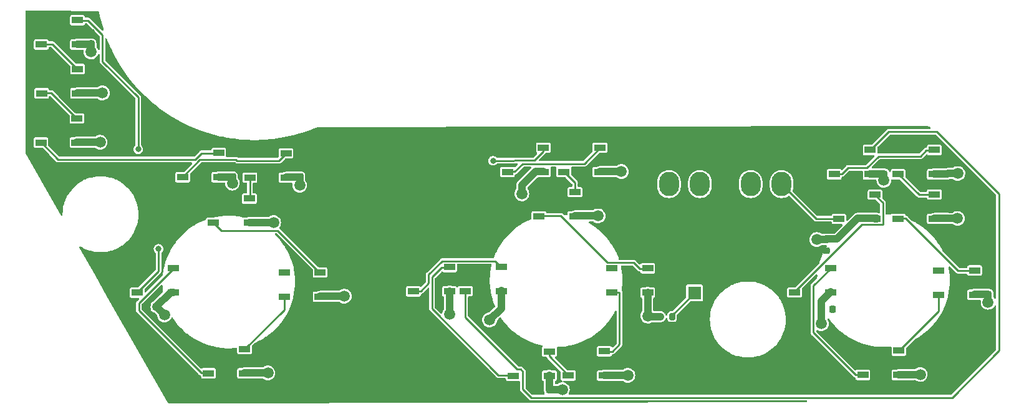
<source format=gbr>
%TF.GenerationSoftware,KiCad,Pcbnew,(6.0.9)*%
%TF.CreationDate,2023-04-01T12:24:36-08:00*%
%TF.ProjectId,ELEC PANEL,454c4543-2050-4414-9e45-4c2e6b696361,3*%
%TF.SameCoordinates,Original*%
%TF.FileFunction,Copper,L1,Top*%
%TF.FilePolarity,Positive*%
%FSLAX46Y46*%
G04 Gerber Fmt 4.6, Leading zero omitted, Abs format (unit mm)*
G04 Created by KiCad (PCBNEW (6.0.9)) date 2023-04-01 12:24:36*
%MOMM*%
%LPD*%
G01*
G04 APERTURE LIST*
G04 Aperture macros list*
%AMRoundRect*
0 Rectangle with rounded corners*
0 $1 Rounding radius*
0 $2 $3 $4 $5 $6 $7 $8 $9 X,Y pos of 4 corners*
0 Add a 4 corners polygon primitive as box body*
4,1,4,$2,$3,$4,$5,$6,$7,$8,$9,$2,$3,0*
0 Add four circle primitives for the rounded corners*
1,1,$1+$1,$2,$3*
1,1,$1+$1,$4,$5*
1,1,$1+$1,$6,$7*
1,1,$1+$1,$8,$9*
0 Add four rect primitives between the rounded corners*
20,1,$1+$1,$2,$3,$4,$5,0*
20,1,$1+$1,$4,$5,$6,$7,0*
20,1,$1+$1,$6,$7,$8,$9,0*
20,1,$1+$1,$8,$9,$2,$3,0*%
G04 Aperture macros list end*
%TA.AperFunction,SMDPad,CuDef*%
%ADD10R,1.500000X0.900000*%
%TD*%
%TA.AperFunction,SMDPad,CuDef*%
%ADD11RoundRect,0.200000X0.200000X0.275000X-0.200000X0.275000X-0.200000X-0.275000X0.200000X-0.275000X0*%
%TD*%
%TA.AperFunction,SMDPad,CuDef*%
%ADD12RoundRect,0.225000X-0.250000X0.225000X-0.250000X-0.225000X0.250000X-0.225000X0.250000X0.225000X0*%
%TD*%
%TA.AperFunction,SMDPad,CuDef*%
%ADD13RoundRect,0.225000X-0.225000X-0.250000X0.225000X-0.250000X0.225000X0.250000X-0.225000X0.250000X0*%
%TD*%
%TA.AperFunction,SMDPad,CuDef*%
%ADD14RoundRect,0.225000X0.225000X0.250000X-0.225000X0.250000X-0.225000X-0.250000X0.225000X-0.250000X0*%
%TD*%
%TA.AperFunction,SMDPad,CuDef*%
%ADD15RoundRect,0.225000X0.250000X-0.225000X0.250000X0.225000X-0.250000X0.225000X-0.250000X-0.225000X0*%
%TD*%
%TA.AperFunction,ComponentPad*%
%ADD16R,1.800000X1.800000*%
%TD*%
%TA.AperFunction,ComponentPad*%
%ADD17C,1.800000*%
%TD*%
%TA.AperFunction,ComponentPad*%
%ADD18RoundRect,0.250001X-1.099999X-1.399999X1.099999X-1.399999X1.099999X1.399999X-1.099999X1.399999X0*%
%TD*%
%TA.AperFunction,ComponentPad*%
%ADD19O,2.700000X3.300000*%
%TD*%
%TA.AperFunction,ViaPad*%
%ADD20C,1.500000*%
%TD*%
%TA.AperFunction,ViaPad*%
%ADD21C,0.800000*%
%TD*%
%TA.AperFunction,Conductor*%
%ADD22C,1.000000*%
%TD*%
%TA.AperFunction,Conductor*%
%ADD23C,0.250000*%
%TD*%
G04 APERTURE END LIST*
D10*
%TO.P,D2,1,VDD*%
%TO.N,/LED+5V*%
X32373400Y-99417000D03*
%TO.P,D2,2,DOUT*%
%TO.N,Net-(D2-Pad2)*%
X32373400Y-102717000D03*
%TO.P,D2,3,VSS*%
%TO.N,/LEDGND*%
X37273400Y-102717000D03*
%TO.P,D2,4,DIN*%
%TO.N,/DATAIN*%
X37273400Y-99417000D03*
%TD*%
%TO.P,D3,1,VDD*%
%TO.N,/LED+5V*%
X32398800Y-106046000D03*
%TO.P,D3,2,DOUT*%
%TO.N,Net-(D3-Pad2)*%
X32398800Y-109346000D03*
%TO.P,D3,3,VSS*%
%TO.N,/LEDGND*%
X37298800Y-109346000D03*
%TO.P,D3,4,DIN*%
%TO.N,Net-(D2-Pad2)*%
X37298800Y-106046000D03*
%TD*%
%TO.P,D4,1,VDD*%
%TO.N,/LED+5V*%
X32311000Y-112752000D03*
%TO.P,D4,2,DOUT*%
%TO.N,Net-(D4-Pad2)*%
X32311000Y-116052000D03*
%TO.P,D4,3,VSS*%
%TO.N,/LEDGND*%
X37211000Y-116052000D03*
%TO.P,D4,4,DIN*%
%TO.N,Net-(D3-Pad2)*%
X37211000Y-112752000D03*
%TD*%
%TO.P,D5,1,VDD*%
%TO.N,/LED+5V*%
X51550400Y-117451000D03*
%TO.P,D5,2,DOUT*%
%TO.N,Net-(D5-Pad2)*%
X51550400Y-120751000D03*
%TO.P,D5,3,VSS*%
%TO.N,/LEDGND*%
X56450400Y-120751000D03*
%TO.P,D5,4,DIN*%
%TO.N,Net-(D4-Pad2)*%
X56450400Y-117451000D03*
%TD*%
%TO.P,D6,1,VDD*%
%TO.N,/LED+5V*%
X60680600Y-117501000D03*
%TO.P,D6,2,DOUT*%
%TO.N,Net-(D6-Pad2)*%
X60680600Y-120801000D03*
%TO.P,D6,3,VSS*%
%TO.N,/LEDGND*%
X65580600Y-120801000D03*
%TO.P,D6,4,DIN*%
%TO.N,Net-(D5-Pad2)*%
X65580600Y-117501000D03*
%TD*%
%TO.P,D7,1,VDD*%
%TO.N,/LED+5V*%
X55716000Y-123648000D03*
%TO.P,D7,2,DOUT*%
%TO.N,Net-(D7-Pad2)*%
X55716000Y-126948000D03*
%TO.P,D7,3,VSS*%
%TO.N,/LEDGND*%
X60616000Y-126948000D03*
%TO.P,D7,4,DIN*%
%TO.N,Net-(D6-Pad2)*%
X60616000Y-123648000D03*
%TD*%
%TO.P,D8,1,VDD*%
%TO.N,/LED+5V*%
X65331000Y-133681000D03*
%TO.P,D8,2,DOUT*%
%TO.N,Net-(D8-Pad2)*%
X65331000Y-136981000D03*
%TO.P,D8,3,VSS*%
%TO.N,/LEDGND*%
X70231000Y-136981000D03*
%TO.P,D8,4,DIN*%
%TO.N,Net-(D7-Pad2)*%
X70231000Y-133681000D03*
%TD*%
%TO.P,D9,1,VDD*%
%TO.N,/LED+5V*%
X55069400Y-144070000D03*
%TO.P,D9,2,DOUT*%
%TO.N,Net-(D10-Pad4)*%
X55069400Y-147370000D03*
%TO.P,D9,3,VSS*%
%TO.N,/LEDGND*%
X59969400Y-147370000D03*
%TO.P,D9,4,DIN*%
%TO.N,Net-(D8-Pad2)*%
X59969400Y-144070000D03*
%TD*%
%TO.P,D10,1,VDD*%
%TO.N,/LED+5V*%
X45392000Y-133122000D03*
%TO.P,D10,2,DOUT*%
%TO.N,Net-(D10-Pad2)*%
X45392000Y-136422000D03*
%TO.P,D10,3,VSS*%
%TO.N,/LEDGND*%
X50292000Y-136422000D03*
%TO.P,D10,4,DIN*%
%TO.N,Net-(D10-Pad4)*%
X50292000Y-133122000D03*
%TD*%
%TO.P,D11,1,VDD*%
%TO.N,/LED+5V*%
X95644800Y-116739000D03*
%TO.P,D11,2,DOUT*%
%TO.N,Net-(D11-Pad2)*%
X95644800Y-120039000D03*
%TO.P,D11,3,VSS*%
%TO.N,/LEDGND*%
X100544800Y-120039000D03*
%TO.P,D11,4,DIN*%
%TO.N,Net-(D10-Pad2)*%
X100544800Y-116739000D03*
%TD*%
%TO.P,D12,1,VDD*%
%TO.N,/LED+5V*%
X103304000Y-116739000D03*
%TO.P,D12,2,DOUT*%
%TO.N,Net-(D12-Pad2)*%
X103304000Y-120039000D03*
%TO.P,D12,3,VSS*%
%TO.N,/LEDGND*%
X108204000Y-120039000D03*
%TO.P,D12,4,DIN*%
%TO.N,Net-(D11-Pad2)*%
X108204000Y-116739000D03*
%TD*%
%TO.P,D13,1,VDD*%
%TO.N,/LED+5V*%
X99926000Y-122759000D03*
%TO.P,D13,2,DOUT*%
%TO.N,/DATAOUT1*%
X99926000Y-126059000D03*
%TO.P,D13,3,VSS*%
%TO.N,/LEDGND*%
X104826000Y-126059000D03*
%TO.P,D13,4,DIN*%
%TO.N,Net-(D12-Pad2)*%
X104826000Y-122759000D03*
%TD*%
%TO.P,D14,1,VDD*%
%TO.N,/LED+5V*%
X109793000Y-133122000D03*
%TO.P,D14,2,DOUT*%
%TO.N,Net-(D14-Pad2)*%
X109793000Y-136422000D03*
%TO.P,D14,3,VSS*%
%TO.N,/LEDGND*%
X114693000Y-136422000D03*
%TO.P,D14,4,DIN*%
%TO.N,/DATAOUT1*%
X114693000Y-133122000D03*
%TD*%
%TO.P,D15,1,VDD*%
%TO.N,/LED+5V*%
X103914000Y-144374000D03*
%TO.P,D15,2,DOUT*%
%TO.N,Net-(D15-Pad2)*%
X103914000Y-147674000D03*
%TO.P,D15,3,VSS*%
%TO.N,/LEDGND*%
X108814000Y-147674000D03*
%TO.P,D15,4,DIN*%
%TO.N,Net-(D14-Pad2)*%
X108814000Y-144374000D03*
%TD*%
%TO.P,D16,1,VDD*%
%TO.N,/LED+5V*%
X96443800Y-144400000D03*
%TO.P,D16,2,DOUT*%
%TO.N,Net-(D16-Pad2)*%
X96443800Y-147700000D03*
%TO.P,D16,3,VSS*%
%TO.N,/LEDGND*%
X101343800Y-147700000D03*
%TO.P,D16,4,DIN*%
%TO.N,Net-(D15-Pad2)*%
X101343800Y-144400000D03*
%TD*%
%TO.P,D17,1,VDD*%
%TO.N,/LED+5V*%
X82880200Y-132944000D03*
%TO.P,D17,2,DOUT*%
%TO.N,Net-(D17-Pad2)*%
X82880200Y-136244000D03*
%TO.P,D17,3,VSS*%
%TO.N,/LEDGND*%
X87780200Y-136244000D03*
%TO.P,D17,4,DIN*%
%TO.N,Net-(D16-Pad2)*%
X87780200Y-132944000D03*
%TD*%
%TO.P,D18,1,VDD*%
%TO.N,/LED+5V*%
X89918200Y-132919000D03*
%TO.P,D18,2,DOUT*%
%TO.N,Net-(D18-Pad2)*%
X89918200Y-136219000D03*
%TO.P,D18,3,VSS*%
%TO.N,/LEDGND*%
X94818200Y-136219000D03*
%TO.P,D18,4,DIN*%
%TO.N,Net-(D17-Pad2)*%
X94818200Y-132919000D03*
%TD*%
%TO.P,D19,1,VDD*%
%TO.N,/LED+5V*%
X140005000Y-117044000D03*
%TO.P,D19,2,DOUT*%
%TO.N,Net-(D19-Pad2)*%
X140005000Y-120344000D03*
%TO.P,D19,3,VSS*%
%TO.N,/LEDGND*%
X144905000Y-120344000D03*
%TO.P,D19,4,DIN*%
%TO.N,Net-(D18-Pad2)*%
X144905000Y-117044000D03*
%TD*%
%TO.P,D20,1,VDD*%
%TO.N,/LED+5V*%
X148705000Y-117044000D03*
%TO.P,D20,2,DOUT*%
%TO.N,Net-(D20-Pad2)*%
X148705000Y-120344000D03*
%TO.P,D20,3,VSS*%
%TO.N,/LEDGND*%
X153605000Y-120344000D03*
%TO.P,D20,4,DIN*%
%TO.N,Net-(D19-Pad2)*%
X153605000Y-117044000D03*
%TD*%
%TO.P,D21,1,VDD*%
%TO.N,/LED+5V*%
X148717000Y-123089000D03*
%TO.P,D21,2,DOUT*%
%TO.N,Net-(D21-Pad2)*%
X148717000Y-126389000D03*
%TO.P,D21,3,VSS*%
%TO.N,/LEDGND*%
X153617000Y-126389000D03*
%TO.P,D21,4,DIN*%
%TO.N,Net-(D20-Pad2)*%
X153617000Y-123089000D03*
%TD*%
%TO.P,D22,1,VDD*%
%TO.N,/LED+5V*%
X154180000Y-133402000D03*
%TO.P,D22,2,DOUT*%
%TO.N,Net-(D22-Pad2)*%
X154180000Y-136702000D03*
%TO.P,D22,3,VSS*%
%TO.N,/LEDGND*%
X159080000Y-136702000D03*
%TO.P,D22,4,DIN*%
%TO.N,Net-(D21-Pad2)*%
X159080000Y-133402000D03*
%TD*%
%TO.P,D23,1,VDD*%
%TO.N,/LED+5V*%
X143905000Y-144298000D03*
%TO.P,D23,2,DOUT*%
%TO.N,Net-(D23-Pad2)*%
X143905000Y-147598000D03*
%TO.P,D23,3,VSS*%
%TO.N,/LEDGND*%
X148805000Y-147598000D03*
%TO.P,D23,4,DIN*%
%TO.N,Net-(D22-Pad2)*%
X148805000Y-144298000D03*
%TD*%
%TO.P,D24,1,VDD*%
%TO.N,/LED+5V*%
X134622000Y-133097000D03*
%TO.P,D24,2,DOUT*%
%TO.N,Net-(D24-Pad2)*%
X134622000Y-136397000D03*
%TO.P,D24,3,VSS*%
%TO.N,/LEDGND*%
X139522000Y-136397000D03*
%TO.P,D24,4,DIN*%
%TO.N,Net-(D23-Pad2)*%
X139522000Y-133097000D03*
%TD*%
%TO.P,D25,1,VDD*%
%TO.N,/LED+5V*%
X140667000Y-123115000D03*
%TO.P,D25,2,DOUT*%
%TO.N,/DATAOUT*%
X140667000Y-126415000D03*
%TO.P,D25,3,VSS*%
%TO.N,/LEDGND*%
X145567000Y-126415000D03*
%TO.P,D25,4,DIN*%
%TO.N,Net-(D24-Pad2)*%
X145567000Y-123115000D03*
%TD*%
D11*
%TO.P,R1,1*%
%TO.N,Net-(D1-Pad1)*%
X118015000Y-139680000D03*
%TO.P,R1,2*%
%TO.N,/LEDGND*%
X116365000Y-139680000D03*
%TD*%
D12*
%TO.P,C2,1*%
%TO.N,/LED+5V*%
X39100000Y-101087000D03*
%TO.P,C2,2*%
%TO.N,/LEDGND*%
X39100000Y-102637000D03*
%TD*%
%TO.P,C3,1*%
%TO.N,/LED+5V*%
X39150000Y-107737000D03*
%TO.P,C3,2*%
%TO.N,/LEDGND*%
X39150000Y-109287000D03*
%TD*%
%TO.P,C4,1*%
%TO.N,/LED+5V*%
X39050000Y-114437000D03*
%TO.P,C4,2*%
%TO.N,/LEDGND*%
X39050000Y-115987000D03*
%TD*%
%TO.P,C5,1*%
%TO.N,/LED+5V*%
X58300000Y-119137000D03*
%TO.P,C5,2*%
%TO.N,/LEDGND*%
X58300000Y-120687000D03*
%TD*%
%TO.P,C6,1*%
%TO.N,/LED+5V*%
X67450000Y-119137000D03*
%TO.P,C6,2*%
%TO.N,/LEDGND*%
X67450000Y-120687000D03*
%TD*%
%TO.P,C7,1*%
%TO.N,/LED+5V*%
X62450000Y-125337000D03*
%TO.P,C7,2*%
%TO.N,/LEDGND*%
X62450000Y-126887000D03*
%TD*%
%TO.P,C8,1*%
%TO.N,/LED+5V*%
X72050000Y-135363000D03*
%TO.P,C8,2*%
%TO.N,/LEDGND*%
X72050000Y-136913000D03*
%TD*%
%TO.P,C9,1*%
%TO.N,/LED+5V*%
X61800000Y-145763000D03*
%TO.P,C9,2*%
%TO.N,/LEDGND*%
X61800000Y-147313000D03*
%TD*%
D13*
%TO.P,C10,1*%
%TO.N,/LED+5V*%
X46387500Y-138350000D03*
%TO.P,C10,2*%
%TO.N,/LEDGND*%
X47937500Y-138350000D03*
%TD*%
%TO.P,C11,1*%
%TO.N,/LED+5V*%
X96037500Y-122000000D03*
%TO.P,C11,2*%
%TO.N,/LEDGND*%
X97587500Y-122000000D03*
%TD*%
D12*
%TO.P,C12,1*%
%TO.N,/LED+5V*%
X110000000Y-118413000D03*
%TO.P,C12,2*%
%TO.N,/LEDGND*%
X110000000Y-119963000D03*
%TD*%
%TO.P,C13,1*%
%TO.N,/LED+5V*%
X106650000Y-124437000D03*
%TO.P,C13,2*%
%TO.N,/LEDGND*%
X106650000Y-125987000D03*
%TD*%
D13*
%TO.P,C14,1*%
%TO.N,/LED+5V*%
X113125000Y-138300000D03*
%TO.P,C14,2*%
%TO.N,/LEDGND*%
X114675000Y-138300000D03*
%TD*%
D12*
%TO.P,C15,1*%
%TO.N,/LED+5V*%
X110650000Y-146087000D03*
%TO.P,C15,2*%
%TO.N,/LEDGND*%
X110650000Y-147637000D03*
%TD*%
D13*
%TO.P,C17,1*%
%TO.N,/LED+5V*%
X86237500Y-138150000D03*
%TO.P,C17,2*%
%TO.N,/LEDGND*%
X87787500Y-138150000D03*
%TD*%
%TO.P,C18,1*%
%TO.N,/LED+5V*%
X93237500Y-138100000D03*
%TO.P,C18,2*%
%TO.N,/LEDGND*%
X94787500Y-138100000D03*
%TD*%
D12*
%TO.P,C19,1*%
%TO.N,/LED+5V*%
X146750000Y-118737000D03*
%TO.P,C19,2*%
%TO.N,/LEDGND*%
X146750000Y-120287000D03*
%TD*%
D13*
%TO.P,C16,1*%
%TO.N,/LED+5V*%
X99787000Y-149600000D03*
%TO.P,C16,2*%
%TO.N,/LEDGND*%
X101337000Y-149600000D03*
%TD*%
D12*
%TO.P,C20,1*%
%TO.N,/LED+5V*%
X155450000Y-118687000D03*
%TO.P,C20,2*%
%TO.N,/LEDGND*%
X155450000Y-120237000D03*
%TD*%
%TO.P,C21,1*%
%TO.N,/LED+5V*%
X155450000Y-124787000D03*
%TO.P,C21,2*%
%TO.N,/LEDGND*%
X155450000Y-126337000D03*
%TD*%
%TO.P,C22,1*%
%TO.N,/LED+5V*%
X160910000Y-135095000D03*
%TO.P,C22,2*%
%TO.N,/LEDGND*%
X160910000Y-136645000D03*
%TD*%
%TO.P,C23,1*%
%TO.N,/LED+5V*%
X150600000Y-145977000D03*
%TO.P,C23,2*%
%TO.N,/LEDGND*%
X150600000Y-147527000D03*
%TD*%
D14*
%TO.P,C24,1*%
%TO.N,/LED+5V*%
X139832500Y-138700000D03*
%TO.P,C24,2*%
%TO.N,/LEDGND*%
X138282500Y-138700000D03*
%TD*%
D15*
%TO.P,C25,1*%
%TO.N,/LED+5V*%
X138980000Y-130715000D03*
%TO.P,C25,2*%
%TO.N,/LEDGND*%
X138980000Y-129165000D03*
%TD*%
D16*
%TO.P,D1,1,K*%
%TO.N,Net-(D1-Pad1)*%
X121050000Y-136460000D03*
D17*
%TO.P,D1,2,A*%
%TO.N,/LED+5V*%
X118510000Y-136460000D03*
%TD*%
D18*
%TO.P,J1,1,Pin_1*%
%TO.N,/LED+5V*%
X117580000Y-127180000D03*
D19*
%TO.P,J1,2,Pin_2*%
X121780000Y-127180000D03*
%TO.P,J1,3,Pin_3*%
%TO.N,/LEDGND*%
X117580000Y-121680000D03*
%TO.P,J1,4,Pin_4*%
%TO.N,/DATAIN*%
X121780000Y-121680000D03*
%TD*%
D18*
%TO.P,J2,1,Pin_1*%
%TO.N,/LED+5V*%
X128670000Y-127180000D03*
D19*
%TO.P,J2,2,Pin_2*%
X132870000Y-127180000D03*
%TO.P,J2,3,Pin_3*%
%TO.N,/LEDGND*%
X128670000Y-121680000D03*
%TO.P,J2,4,Pin_4*%
%TO.N,/DATAOUT*%
X132870000Y-121680000D03*
%TD*%
D20*
%TO.N,/LEDGND*%
X97600000Y-123000000D03*
X63900000Y-126900000D03*
X103100000Y-149600000D03*
X87800000Y-139350000D03*
X112000000Y-147650000D03*
X73500000Y-136900000D03*
X151690000Y-147530000D03*
X49090000Y-139450000D03*
X39100000Y-103750000D03*
X137660000Y-129210000D03*
X107950000Y-126000000D03*
X40350000Y-116000000D03*
X146750000Y-121150000D03*
X93220000Y-140120000D03*
X114700000Y-139600000D03*
X111125000Y-119975000D03*
X67450000Y-121850000D03*
X160910000Y-137730000D03*
X58300000Y-121550000D03*
X63125000Y-147325000D03*
X156750000Y-126350000D03*
X40650000Y-109300000D03*
X138270000Y-140620000D03*
X156800000Y-120250000D03*
%TO.N,/LED+5V*%
X78862900Y-127333600D03*
D21*
%TO.N,/DATAIN*%
X45520000Y-116950000D03*
%TO.N,Net-(D10-Pad2)*%
X93720000Y-118510000D03*
X48280000Y-130480000D03*
%TD*%
D22*
%TO.N,/LEDGND*%
X49090000Y-139450000D02*
X49090000Y-139450000D01*
X138270000Y-140620000D02*
X138270000Y-140620000D01*
X93220000Y-140120000D02*
X93255000Y-140120000D01*
X103100000Y-149600000D02*
X103100000Y-149600000D01*
X145567000Y-126365000D02*
X145795000Y-126365000D01*
X116402000Y-139680000D02*
X114780000Y-139680000D01*
X61795000Y-147320000D02*
X61800000Y-147325000D01*
X150600000Y-147540000D02*
X151145000Y-147535000D01*
X50292000Y-136372000D02*
X49928000Y-136372000D01*
X39050000Y-116000000D02*
X40350000Y-116000000D01*
X160907000Y-136655000D02*
X160910000Y-136658000D01*
X39100000Y-102650000D02*
X39100000Y-103750000D01*
X37211000Y-116002000D02*
X39048000Y-116002000D01*
X114693000Y-138294000D02*
X114690500Y-138297000D01*
X100544800Y-119989000D02*
X100545000Y-119989000D01*
X99461000Y-119989000D02*
X100544800Y-119989000D01*
X155444500Y-126344500D02*
X155445000Y-126344500D01*
X160910000Y-136658000D02*
X160910000Y-137730000D01*
X109986000Y-119989000D02*
X109993000Y-119982000D01*
X104826000Y-126009000D02*
X106641000Y-126009000D01*
X146747000Y-120297000D02*
X146747500Y-120297000D01*
X110650000Y-147650000D02*
X111950000Y-147650000D01*
X97600000Y-122000000D02*
X97600000Y-121850000D01*
X87800000Y-138150000D02*
X87800000Y-139350000D01*
X62450000Y-126900000D02*
X63900000Y-126900000D01*
X65580600Y-120751000D02*
X67399000Y-120751000D01*
X109993000Y-119982000D02*
X110000000Y-119975000D01*
X101344000Y-148337000D02*
X101344000Y-149594000D01*
X150604500Y-147535000D02*
X150600000Y-147539500D01*
X72044000Y-136931000D02*
X72047000Y-136928000D01*
X73500000Y-136900000D02*
X73475000Y-136925000D01*
X101344000Y-148337000D02*
X101343800Y-148336800D01*
X160907000Y-136655000D02*
X160907500Y-136655000D01*
X39148500Y-109298000D02*
X39150000Y-109299500D01*
X109993000Y-119982000D02*
X109993500Y-119982000D01*
X67450000Y-120700000D02*
X67450000Y-121850000D01*
X94818200Y-136169000D02*
X94818200Y-138082000D01*
X110000000Y-119975000D02*
X111125000Y-119975000D01*
X146747000Y-120297000D02*
X146750000Y-120300000D01*
X148805000Y-147548000D02*
X150592000Y-147548000D01*
X106641000Y-126009000D02*
X106650000Y-126000000D01*
X62448000Y-126898000D02*
X62449000Y-126899000D01*
X39146000Y-109296000D02*
X39148000Y-109298000D01*
X62449500Y-126899000D02*
X62450000Y-126899500D01*
X139522000Y-136347000D02*
X138270000Y-137599000D01*
X114690500Y-138297000D02*
X114687500Y-138300000D01*
X145816991Y-126343009D02*
X143198993Y-126343009D01*
X106650000Y-126000000D02*
X106650000Y-125999500D01*
X47950000Y-138350000D02*
X47990000Y-138350000D01*
X94800000Y-138575000D02*
X93220000Y-140120000D01*
X101344000Y-147650000D02*
X101344000Y-148337000D01*
X62449000Y-126899000D02*
X62449500Y-126899000D01*
X94800000Y-138100000D02*
X94800000Y-138575000D01*
X39148000Y-109298000D02*
X39150000Y-109300000D01*
X138270000Y-137599000D02*
X138270000Y-138700000D01*
X39148000Y-109298000D02*
X39148500Y-109298000D01*
X151145000Y-147535000D02*
X151690000Y-147530000D01*
X97600000Y-121850000D02*
X99461000Y-119989000D01*
X108204000Y-119989000D02*
X109986000Y-119989000D01*
X114780000Y-139680000D02*
X114700000Y-139600000D01*
X114700000Y-139600000D02*
X114688000Y-139588000D01*
X101349500Y-149600000D02*
X103100000Y-149600000D01*
X62449000Y-126899000D02*
X62450000Y-126900000D01*
X151145000Y-147535000D02*
X150604500Y-147535000D01*
X110649800Y-147649700D02*
X110650000Y-147650000D01*
X112000000Y-147650000D02*
X111950000Y-147650000D01*
X160907500Y-136655000D02*
X160910000Y-136657500D01*
X39048000Y-116002000D02*
X39050000Y-116000000D01*
X101343800Y-148336800D02*
X101343800Y-147650000D01*
X97600000Y-122000000D02*
X97600000Y-123000000D01*
X72047500Y-136928000D02*
X72050000Y-136925500D01*
X72047000Y-136928000D02*
X72047500Y-136928000D01*
X58299000Y-120701000D02*
X58300000Y-120700000D01*
X37273400Y-102667000D02*
X39083000Y-102667000D01*
X49928000Y-136372000D02*
X47950000Y-138350000D01*
X155445000Y-126344500D02*
X155450000Y-126349500D01*
X151690000Y-147530000D02*
X151680000Y-147540000D01*
X155439000Y-126339000D02*
X155444500Y-126344500D01*
X87780200Y-136194000D02*
X87780200Y-138130000D01*
X159080000Y-136652000D02*
X160904000Y-136652000D01*
X56450400Y-120701000D02*
X58299000Y-120701000D01*
X67450000Y-120700000D02*
X67450000Y-120699500D01*
X67399000Y-120751000D02*
X67450000Y-120700000D01*
X110650000Y-147649500D02*
X110649800Y-147649700D01*
X114693000Y-136372000D02*
X114693000Y-138294000D01*
X160904000Y-136652000D02*
X160907000Y-136655000D01*
X114688000Y-138300000D02*
X114700000Y-139600000D01*
X101349500Y-149599500D02*
X101350000Y-149600000D01*
X155450000Y-120250000D02*
X155450000Y-120249500D01*
X153605000Y-120294000D02*
X155406000Y-120294000D01*
X97600000Y-123000000D02*
X97600000Y-123050000D01*
X39050000Y-116000000D02*
X39050000Y-115999500D01*
X143198993Y-126343009D02*
X140389502Y-129152500D01*
X140389502Y-129152500D02*
X138980000Y-129152500D01*
X101349500Y-149599500D02*
X101349500Y-149600000D01*
X146750000Y-120300000D02*
X146750000Y-121150000D01*
X139000500Y-129188000D02*
X139000000Y-129188000D01*
X145795000Y-126365000D02*
X145816991Y-126343009D01*
X39083000Y-102667000D02*
X39100000Y-102650000D01*
X109993500Y-119982000D02*
X110000000Y-119975500D01*
X94818200Y-138082000D02*
X94800000Y-138100000D01*
X59969400Y-147320000D02*
X61795000Y-147320000D01*
X155450000Y-126350000D02*
X156750000Y-126350000D01*
X108814000Y-147624000D02*
X110624000Y-147624000D01*
X146747500Y-120297000D02*
X146750000Y-120299500D01*
X116402000Y-139680000D02*
X116402500Y-139680000D01*
X139000500Y-129188000D02*
X139000000Y-129187500D01*
X150592000Y-147548000D02*
X150600000Y-147540000D01*
X139000000Y-129188000D02*
X137660000Y-129210000D01*
X58300000Y-120700000D02*
X58300000Y-120699500D01*
X58300000Y-120700000D02*
X58300000Y-121550000D01*
X106650000Y-126000000D02*
X107950000Y-126000000D01*
X114690500Y-138297000D02*
X114688000Y-138300000D01*
X39100000Y-102650000D02*
X39100000Y-102649500D01*
X144905000Y-120294000D02*
X146744000Y-120294000D01*
X110624000Y-147624000D02*
X110649800Y-147649700D01*
X70231000Y-136931000D02*
X72044000Y-136931000D01*
X101344000Y-149594000D02*
X101349500Y-149599500D01*
X146744000Y-120294000D02*
X146747000Y-120297000D01*
X155444500Y-126344500D02*
X155450000Y-126350000D01*
X155450000Y-120250000D02*
X156800000Y-120250000D01*
X155406000Y-120294000D02*
X155450000Y-120250000D01*
X61800000Y-147325000D02*
X63125000Y-147325000D01*
X61800000Y-147325000D02*
X61800000Y-147325500D01*
X47990000Y-138350000D02*
X49090000Y-139450000D01*
X72050000Y-136925000D02*
X73500000Y-136900000D01*
X39150000Y-109300000D02*
X40650000Y-109300000D01*
X37298800Y-109296000D02*
X39146000Y-109296000D01*
X87780200Y-138130000D02*
X87800000Y-138150000D01*
X60616000Y-126898000D02*
X62448000Y-126898000D01*
X153617000Y-126339000D02*
X155439000Y-126339000D01*
X72047000Y-136928000D02*
X72050000Y-136925000D01*
X138270000Y-138700000D02*
X138270000Y-140620000D01*
D23*
%TO.N,Net-(D1-Pad1)*%
X117978000Y-139606000D02*
X117978000Y-139532000D01*
X117978000Y-139532000D02*
X121050000Y-136460000D01*
X117978000Y-139680000D02*
X117978000Y-139606000D01*
X117977500Y-139606500D02*
X117977500Y-139680000D01*
X117978000Y-139606000D02*
X117977500Y-139606500D01*
%TO.N,Net-(D2-Pad2)*%
X32373400Y-102667000D02*
X33869800Y-102667000D01*
X33869800Y-102667000D02*
X37298800Y-106096000D01*
%TO.N,/DATAIN*%
X38736494Y-99467000D02*
X37273400Y-99467000D01*
X45520000Y-109900000D02*
X45520000Y-116950000D01*
X40661123Y-101391629D02*
X38736494Y-99467000D01*
X40661123Y-105041123D02*
X40661123Y-101391629D01*
X40661123Y-105041123D02*
X45520000Y-109900000D01*
%TO.N,Net-(D3-Pad2)*%
X33705000Y-109296000D02*
X37211000Y-112802000D01*
X32398800Y-109296000D02*
X33705000Y-109296000D01*
%TO.N,Net-(D4-Pad2)*%
X34635001Y-118326001D02*
X53288989Y-118326001D01*
X53288989Y-118326001D02*
X54113990Y-117501000D01*
X54113990Y-117501000D02*
X56450400Y-117501000D01*
X32311000Y-116002000D02*
X34635001Y-118326001D01*
%TO.N,Net-(D5-Pad2)*%
X64631347Y-118500253D02*
X58919747Y-118500253D01*
X65580600Y-117551000D02*
X64631347Y-118500253D01*
X53889410Y-118361990D02*
X51550400Y-120701000D01*
X58919747Y-118500253D02*
X58781484Y-118361990D01*
X58781484Y-118361990D02*
X53889410Y-118361990D01*
%TO.N,Net-(D6-Pad2)*%
X60680600Y-120751000D02*
X60680600Y-123633400D01*
X60680600Y-123633400D02*
X60616000Y-123698000D01*
%TO.N,Net-(D7-Pad2)*%
X56793001Y-127975001D02*
X64475001Y-127975001D01*
X64475001Y-127975001D02*
X70231000Y-133731000D01*
X55716000Y-126898000D02*
X56793001Y-127975001D01*
%TO.N,Net-(D8-Pad2)*%
X65331000Y-138758400D02*
X65331000Y-136931000D01*
X59969400Y-144120000D02*
X65331000Y-138758400D01*
%TO.N,Net-(D10-Pad4)*%
X45612490Y-138863090D02*
X45612490Y-137867510D01*
X50292000Y-133188000D02*
X50292000Y-133172000D01*
X54069400Y-147320000D02*
X45612490Y-138863090D01*
X45612490Y-137867510D02*
X50292000Y-133188000D01*
X55069400Y-147320000D02*
X54069400Y-147320000D01*
%TO.N,Net-(D10-Pad2)*%
X93720000Y-118510000D02*
X93750000Y-118480000D01*
X45392000Y-136372000D02*
X48280000Y-133484000D01*
X48280000Y-133484000D02*
X48280000Y-130480000D01*
X99290000Y-118480000D02*
X93720000Y-118510000D01*
X100544800Y-116789000D02*
X100544800Y-117225200D01*
X100544800Y-117225200D02*
X99290000Y-118480000D01*
%TO.N,Net-(D11-Pad2)*%
X106054394Y-118938606D02*
X108204000Y-116789000D01*
X96644800Y-119989000D02*
X97695194Y-118938606D01*
X95644800Y-119989000D02*
X96644800Y-119989000D01*
X97695194Y-118938606D02*
X106054394Y-118938606D01*
%TO.N,Net-(D12-Pad2)*%
X104826000Y-122809000D02*
X104826000Y-121511000D01*
X104826000Y-121511000D02*
X103304000Y-119989000D01*
%TO.N,/DATAOUT1*%
X99926000Y-126009000D02*
X102912200Y-126009000D01*
X109249900Y-132346700D02*
X112792400Y-132346700D01*
X114693000Y-133172000D02*
X113617700Y-133172000D01*
X112792400Y-132346700D02*
X113617700Y-133172000D01*
X102912200Y-126009000D02*
X109249900Y-132346700D01*
%TO.N,Net-(D14-Pad2)*%
X110868300Y-143445000D02*
X109889300Y-144424000D01*
X109793000Y-136372000D02*
X110868300Y-136372000D01*
X108814000Y-144424000D02*
X109889300Y-144424000D01*
X110868300Y-136372000D02*
X110868300Y-143445000D01*
%TO.N,Net-(D15-Pad2)*%
X101343800Y-144450000D02*
X101343800Y-145053800D01*
X101343800Y-145053800D02*
X103914000Y-147624000D01*
%TO.N,Net-(D16-Pad2)*%
X85411700Y-134287200D02*
X86704900Y-132994000D01*
X85411700Y-138612500D02*
X85411700Y-134287200D01*
X96443800Y-147650000D02*
X94449200Y-147650000D01*
X87780200Y-132994000D02*
X86704900Y-132994000D01*
X94449200Y-147650000D02*
X85411700Y-138612500D01*
%TO.N,Net-(D17-Pad2)*%
X83880200Y-136194000D02*
X84961691Y-135112509D01*
X82880200Y-136194000D02*
X83880200Y-136194000D01*
X93993199Y-132143999D02*
X94818200Y-132969000D01*
X84961691Y-133977507D02*
X86795199Y-132143999D01*
X86795199Y-132143999D02*
X93993199Y-132143999D01*
X84961691Y-135112509D02*
X84961691Y-133977507D01*
%TO.N,Net-(D18-Pad2)*%
X156004999Y-150675001D02*
X162380000Y-144300000D01*
X96983797Y-146824999D02*
X97453801Y-146824999D01*
X97453801Y-146824999D02*
X97740000Y-147111198D01*
X89918200Y-136169000D02*
X89918200Y-139759402D01*
X89918200Y-139759402D02*
X96983797Y-146824999D01*
X147439000Y-114560000D02*
X144905000Y-117094000D01*
X162380000Y-123010000D02*
X153930000Y-114560000D01*
X97740000Y-147111198D02*
X97740000Y-149515000D01*
X97740000Y-149515000D02*
X98900001Y-150675001D01*
X98900001Y-150675001D02*
X156004999Y-150675001D01*
X153930000Y-114560000D02*
X147439000Y-114560000D01*
X162380000Y-144300000D02*
X162380000Y-123010000D01*
%TO.N,Net-(D19-Pad2)*%
X144489300Y-119468700D02*
X146038700Y-117919300D01*
X140005000Y-120294000D02*
X141080300Y-120294000D01*
X141905600Y-119468700D02*
X144489300Y-119468700D01*
X146038700Y-117919300D02*
X151704400Y-117919300D01*
X151704400Y-117919300D02*
X152529700Y-117094000D01*
X153605000Y-117094000D02*
X152529700Y-117094000D01*
X141080300Y-120294000D02*
X141905600Y-119468700D01*
%TO.N,Net-(D20-Pad2)*%
X151550000Y-123139000D02*
X148705000Y-120294000D01*
X153617000Y-123139000D02*
X151550000Y-123139000D01*
%TO.N,Net-(D21-Pad2)*%
X149717000Y-126339000D02*
X156830000Y-133452000D01*
X156830000Y-133452000D02*
X159080000Y-133452000D01*
X148717000Y-126339000D02*
X149717000Y-126339000D01*
%TO.N,Net-(D22-Pad2)*%
X154180000Y-138973000D02*
X148805000Y-144348000D01*
X154180000Y-136652000D02*
X154180000Y-138973000D01*
%TO.N,Net-(D23-Pad2)*%
X137194999Y-135474001D02*
X139522000Y-133147000D01*
X143905000Y-147548000D02*
X142905000Y-147548000D01*
X137194999Y-141837999D02*
X137194999Y-135474001D01*
X142905000Y-147548000D02*
X137194999Y-141837999D01*
%TO.N,Net-(D24-Pad2)*%
X146577001Y-127190001D02*
X146642001Y-127125001D01*
X134622000Y-136329494D02*
X143761493Y-127190001D01*
X143761493Y-127190001D02*
X146577001Y-127190001D01*
X134622000Y-136347000D02*
X134622000Y-136329494D01*
X146642001Y-127125001D02*
X146642001Y-124240001D01*
X146642001Y-124240001D02*
X145567000Y-123165000D01*
%TO.N,/DATAOUT*%
X140667000Y-126365000D02*
X137555000Y-126365000D01*
X137555000Y-126365000D02*
X132870000Y-121680000D01*
%TD*%
%TA.AperFunction,Conductor*%
%TO.N,/LED+5V*%
G36*
X32672732Y-98136557D02*
G01*
X40098895Y-98190632D01*
X40166869Y-98211130D01*
X40212970Y-98265123D01*
X40221496Y-98291743D01*
X40338577Y-98872868D01*
X40553936Y-99749927D01*
X40805906Y-100617177D01*
X40831480Y-100693145D01*
X40834257Y-100764086D01*
X40798239Y-100825268D01*
X40734862Y-100857265D01*
X40664246Y-100849918D01*
X40622970Y-100822439D01*
X39039842Y-99239311D01*
X39025117Y-99221080D01*
X39023716Y-99219540D01*
X39018066Y-99210790D01*
X38992029Y-99190264D01*
X38987662Y-99186383D01*
X38987596Y-99186461D01*
X38983638Y-99183107D01*
X38979956Y-99179425D01*
X38975725Y-99176402D01*
X38975722Y-99176399D01*
X38970903Y-99172956D01*
X38964442Y-99168339D01*
X38959706Y-99164783D01*
X38919894Y-99133397D01*
X38911345Y-99130395D01*
X38903975Y-99125128D01*
X38870697Y-99115176D01*
X38855424Y-99110608D01*
X38849780Y-99108774D01*
X38809429Y-99094604D01*
X38809423Y-99094603D01*
X38801946Y-99091977D01*
X38796439Y-99091500D01*
X38793732Y-99091500D01*
X38791159Y-99091389D01*
X38791000Y-99091341D01*
X38791006Y-99091197D01*
X38790386Y-99091158D01*
X38784207Y-99089310D01*
X38730939Y-99091403D01*
X38725992Y-99091500D01*
X38399900Y-99091500D01*
X38331779Y-99071498D01*
X38285286Y-99017842D01*
X38273900Y-98965500D01*
X38273900Y-98942326D01*
X38259366Y-98869260D01*
X38204001Y-98786399D01*
X38121140Y-98731034D01*
X38048074Y-98716500D01*
X36498726Y-98716500D01*
X36425660Y-98731034D01*
X36342799Y-98786399D01*
X36287434Y-98869260D01*
X36272900Y-98942326D01*
X36272900Y-99891674D01*
X36287434Y-99964740D01*
X36342799Y-100047601D01*
X36425660Y-100102966D01*
X36498726Y-100117500D01*
X38048074Y-100117500D01*
X38121140Y-100102966D01*
X38204001Y-100047601D01*
X38259366Y-99964740D01*
X38263508Y-99943917D01*
X38296416Y-99881008D01*
X38358112Y-99845877D01*
X38387087Y-99842500D01*
X38528767Y-99842500D01*
X38596888Y-99862502D01*
X38617862Y-99879405D01*
X40248718Y-101510261D01*
X40282744Y-101572573D01*
X40285623Y-101599356D01*
X40285623Y-103361998D01*
X40265621Y-103430119D01*
X40211965Y-103476612D01*
X40141691Y-103486716D01*
X40077111Y-103457222D01*
X40039001Y-103398416D01*
X40031265Y-103372793D01*
X40029484Y-103366894D01*
X39937370Y-103193653D01*
X39878855Y-103121906D01*
X39851303Y-103056476D01*
X39850500Y-103042273D01*
X39850500Y-102736978D01*
X39850999Y-102725778D01*
X39851128Y-102724333D01*
X39852618Y-102717169D01*
X39850546Y-102640600D01*
X39850500Y-102637192D01*
X39850500Y-102605678D01*
X39849980Y-102601218D01*
X39849177Y-102590025D01*
X39848082Y-102549544D01*
X39848082Y-102549543D01*
X39847884Y-102542228D01*
X39841664Y-102518769D01*
X39838305Y-102501079D01*
X39835343Y-102475672D01*
X39832845Y-102468790D01*
X39831161Y-102461667D01*
X39831681Y-102461544D01*
X39825499Y-102426393D01*
X39825499Y-102366986D01*
X39819184Y-102308843D01*
X39771372Y-102181305D01*
X39689687Y-102072313D01*
X39580695Y-101990628D01*
X39453157Y-101942816D01*
X39445304Y-101941963D01*
X39445300Y-101941962D01*
X39398414Y-101936869D01*
X39398410Y-101936869D01*
X39395015Y-101936500D01*
X39361856Y-101936500D01*
X39314760Y-101927367D01*
X39299385Y-101921171D01*
X39278309Y-101917965D01*
X39260733Y-101913988D01*
X39240811Y-101907954D01*
X39240809Y-101907954D01*
X39233807Y-101905833D01*
X39179894Y-101902489D01*
X39168750Y-101901298D01*
X39160448Y-101900035D01*
X39133603Y-101895951D01*
X39133600Y-101895951D01*
X39126370Y-101894851D01*
X39119079Y-101895444D01*
X39119077Y-101895444D01*
X39113429Y-101895904D01*
X39105260Y-101896568D01*
X39087250Y-101896741D01*
X39059138Y-101894997D01*
X39051922Y-101896237D01*
X39051920Y-101896237D01*
X39005847Y-101904154D01*
X38994724Y-101905559D01*
X38991356Y-101905833D01*
X38951941Y-101909039D01*
X38944979Y-101911294D01*
X38937799Y-101912729D01*
X38937649Y-101911977D01*
X38909011Y-101916500D01*
X37229578Y-101916500D01*
X37138031Y-101927173D01*
X37106844Y-101930809D01*
X37106842Y-101930809D01*
X37099572Y-101931657D01*
X37092695Y-101934153D01*
X37092692Y-101934154D01*
X36945794Y-101987476D01*
X36935069Y-101991369D01*
X36928952Y-101995379D01*
X36928947Y-101995382D01*
X36928202Y-101995871D01*
X36927631Y-101996042D01*
X36922402Y-101998660D01*
X36921941Y-101997740D01*
X36859116Y-102016500D01*
X36498726Y-102016500D01*
X36425660Y-102031034D01*
X36342799Y-102086399D01*
X36287434Y-102169260D01*
X36272900Y-102242326D01*
X36272900Y-103191674D01*
X36287434Y-103264740D01*
X36342799Y-103347601D01*
X36425660Y-103402966D01*
X36498726Y-103417500D01*
X37989555Y-103417500D01*
X38057676Y-103437502D01*
X38104169Y-103491158D01*
X38114770Y-103557544D01*
X38094757Y-103735963D01*
X38111175Y-103931483D01*
X38165258Y-104120091D01*
X38168076Y-104125574D01*
X38252123Y-104289113D01*
X38252126Y-104289117D01*
X38254944Y-104294601D01*
X38376818Y-104448369D01*
X38526238Y-104575535D01*
X38531616Y-104578541D01*
X38531618Y-104578542D01*
X38567932Y-104598837D01*
X38697513Y-104671257D01*
X38884118Y-104731889D01*
X39078946Y-104755121D01*
X39085081Y-104754649D01*
X39085083Y-104754649D01*
X39268434Y-104740541D01*
X39268438Y-104740540D01*
X39274576Y-104740068D01*
X39463556Y-104687303D01*
X39638689Y-104598837D01*
X39668515Y-104575535D01*
X39788453Y-104481829D01*
X39793303Y-104478040D01*
X39823084Y-104443539D01*
X39917485Y-104334173D01*
X39917485Y-104334172D01*
X39921509Y-104329511D01*
X40018425Y-104158909D01*
X40040065Y-104093857D01*
X40080546Y-104035533D01*
X40146134Y-104008353D01*
X40216005Y-104020948D01*
X40267975Y-104069318D01*
X40285623Y-104133629D01*
X40285623Y-104987627D01*
X40283144Y-105010924D01*
X40283046Y-105013009D01*
X40280854Y-105023189D01*
X40282078Y-105033528D01*
X40284750Y-105056107D01*
X40285094Y-105061944D01*
X40285195Y-105061936D01*
X40285623Y-105067115D01*
X40285623Y-105072316D01*
X40286477Y-105077444D01*
X40286477Y-105077450D01*
X40288751Y-105091110D01*
X40289588Y-105096986D01*
X40295547Y-105147333D01*
X40299469Y-105155500D01*
X40300956Y-105164436D01*
X40305900Y-105173598D01*
X40305901Y-105173602D01*
X40325029Y-105209052D01*
X40327725Y-105214343D01*
X40349660Y-105260023D01*
X40353217Y-105264254D01*
X40355149Y-105266186D01*
X40356868Y-105268060D01*
X40356942Y-105268197D01*
X40356832Y-105268297D01*
X40357255Y-105268777D01*
X40360317Y-105274452D01*
X40367964Y-105281521D01*
X40367965Y-105281522D01*
X40399490Y-105310663D01*
X40403056Y-105314093D01*
X45107595Y-110018633D01*
X45141621Y-110080945D01*
X45144500Y-110107728D01*
X45144500Y-116357006D01*
X45124498Y-116425127D01*
X45101331Y-116451953D01*
X45033034Y-116511533D01*
X45028667Y-116517747D01*
X44964810Y-116608606D01*
X44942501Y-116640348D01*
X44885309Y-116787039D01*
X44881623Y-116815034D01*
X44865892Y-116934526D01*
X44864758Y-116943138D01*
X44882035Y-117099633D01*
X44936143Y-117247490D01*
X44940380Y-117253796D01*
X44940382Y-117253799D01*
X44954339Y-117274569D01*
X45023958Y-117378172D01*
X45140410Y-117484135D01*
X45190675Y-117511427D01*
X45272099Y-117555637D01*
X45272101Y-117555638D01*
X45278776Y-117559262D01*
X45286125Y-117561190D01*
X45423719Y-117597287D01*
X45423721Y-117597287D01*
X45431069Y-117599215D01*
X45514380Y-117600524D01*
X45580898Y-117601569D01*
X45580901Y-117601569D01*
X45588495Y-117601688D01*
X45741968Y-117566538D01*
X45882625Y-117495795D01*
X45914394Y-117468662D01*
X45996574Y-117398474D01*
X45996576Y-117398471D01*
X46002348Y-117393542D01*
X46094224Y-117265683D01*
X46103370Y-117242933D01*
X46118107Y-117206273D01*
X46152950Y-117119598D01*
X46169242Y-117005121D01*
X46174553Y-116967807D01*
X46174553Y-116967804D01*
X46175134Y-116963723D01*
X46175278Y-116950000D01*
X46173406Y-116934526D01*
X46168373Y-116892942D01*
X46156363Y-116793694D01*
X46142840Y-116757906D01*
X46103394Y-116653514D01*
X46103393Y-116653511D01*
X46100710Y-116646412D01*
X46011531Y-116516657D01*
X45937681Y-116450859D01*
X45900125Y-116390609D01*
X45895500Y-116356783D01*
X45895500Y-109953496D01*
X45897979Y-109930199D01*
X45898077Y-109928114D01*
X45900269Y-109917934D01*
X45896373Y-109885013D01*
X45896029Y-109879179D01*
X45895928Y-109879187D01*
X45895500Y-109874009D01*
X45895500Y-109868807D01*
X45892372Y-109850013D01*
X45891537Y-109844146D01*
X45886801Y-109804137D01*
X45885577Y-109793791D01*
X45881654Y-109785622D01*
X45880167Y-109776687D01*
X45856089Y-109732064D01*
X45853408Y-109726801D01*
X45834897Y-109688251D01*
X45834896Y-109688250D01*
X45831463Y-109681100D01*
X45827906Y-109676869D01*
X45825974Y-109674937D01*
X45824255Y-109673063D01*
X45824181Y-109672926D01*
X45824291Y-109672826D01*
X45823868Y-109672346D01*
X45820806Y-109666671D01*
X45781632Y-109630459D01*
X45778067Y-109627030D01*
X41073528Y-104922491D01*
X41039502Y-104860179D01*
X41036623Y-104833396D01*
X41036623Y-102003079D01*
X41056625Y-101934958D01*
X41110281Y-101888465D01*
X41180555Y-101878361D01*
X41245135Y-101907855D01*
X41280246Y-101957902D01*
X41417842Y-102316161D01*
X41418370Y-102317379D01*
X41418376Y-102317395D01*
X41591499Y-102717169D01*
X41776729Y-103144902D01*
X41777300Y-103146083D01*
X41777305Y-103146093D01*
X41902764Y-103405387D01*
X42170074Y-103957855D01*
X42170693Y-103959009D01*
X42170698Y-103959018D01*
X42347877Y-104289113D01*
X42597184Y-104753587D01*
X42597852Y-104754715D01*
X43045306Y-105510431D01*
X43057305Y-105530697D01*
X43549629Y-106287816D01*
X43550380Y-106288871D01*
X43550388Y-106288883D01*
X43875211Y-106745293D01*
X44073288Y-107023611D01*
X44627359Y-107736785D01*
X44628210Y-107737790D01*
X45164002Y-108370721D01*
X45210866Y-108426082D01*
X45211740Y-108427031D01*
X45211750Y-108427042D01*
X45477406Y-108715399D01*
X45822782Y-109090289D01*
X46462029Y-109728235D01*
X47127481Y-110338797D01*
X47128461Y-110339624D01*
X47128479Y-110339639D01*
X47614578Y-110749436D01*
X47817966Y-110920899D01*
X48532267Y-111473516D01*
X49269127Y-111995675D01*
X50027247Y-112486456D01*
X50397437Y-112704626D01*
X50804164Y-112944329D01*
X50804177Y-112944336D01*
X50805293Y-112944994D01*
X50806443Y-112945608D01*
X51600748Y-113369870D01*
X51600769Y-113369881D01*
X51601893Y-113370481D01*
X52415646Y-113762170D01*
X53245116Y-114119368D01*
X53246328Y-114119831D01*
X53246351Y-114119840D01*
X54087622Y-114440982D01*
X54087642Y-114440989D01*
X54088844Y-114441448D01*
X54090080Y-114441861D01*
X54090082Y-114441862D01*
X54944082Y-114727421D01*
X54944110Y-114727430D01*
X54945343Y-114727842D01*
X55813105Y-114978045D01*
X55814388Y-114978357D01*
X55814402Y-114978361D01*
X56689329Y-115191308D01*
X56689345Y-115191311D01*
X56690600Y-115191617D01*
X56691882Y-115191873D01*
X56691893Y-115191875D01*
X56990985Y-115251500D01*
X57576285Y-115368182D01*
X58294097Y-115480197D01*
X58467271Y-115507221D01*
X58467275Y-115507222D01*
X58468598Y-115507428D01*
X58469904Y-115507576D01*
X58469919Y-115507578D01*
X59085460Y-115577326D01*
X59365968Y-115609111D01*
X59558733Y-115622793D01*
X60265502Y-115672958D01*
X60265508Y-115672958D01*
X60266814Y-115673051D01*
X61169550Y-115699135D01*
X61170863Y-115699118D01*
X61170884Y-115699118D01*
X61641360Y-115692961D01*
X62072585Y-115687319D01*
X62073907Y-115687246D01*
X62073911Y-115687246D01*
X62236223Y-115678300D01*
X62974329Y-115637621D01*
X62975637Y-115637494D01*
X62975646Y-115637493D01*
X63319368Y-115604037D01*
X63873193Y-115550131D01*
X63874496Y-115549949D01*
X63874519Y-115549946D01*
X64766311Y-115425182D01*
X64766328Y-115425179D01*
X64767595Y-115425002D01*
X64768876Y-115424768D01*
X64768886Y-115424766D01*
X65654643Y-115262696D01*
X65654652Y-115262694D01*
X65655959Y-115262455D01*
X66477756Y-115076143D01*
X66535419Y-115063070D01*
X66535421Y-115063069D01*
X66536720Y-115062775D01*
X66538012Y-115062424D01*
X66538030Y-115062420D01*
X67407027Y-114826668D01*
X67407041Y-114826664D01*
X67408327Y-114826315D01*
X67438290Y-114816820D01*
X67717900Y-114728212D01*
X68269245Y-114553492D01*
X68970645Y-114298367D01*
X69116707Y-114245239D01*
X69116721Y-114245234D01*
X69117957Y-114244784D01*
X69168628Y-114223906D01*
X69889964Y-113926696D01*
X69937730Y-113917195D01*
X104284385Y-113853249D01*
X152622946Y-113763253D01*
X152675552Y-113774653D01*
X153045893Y-113943900D01*
X153099537Y-113990407D01*
X153119521Y-114058533D01*
X153099501Y-114126649D01*
X153045833Y-114173127D01*
X152993521Y-114184500D01*
X147492497Y-114184500D01*
X147469209Y-114182021D01*
X147467111Y-114181922D01*
X147456934Y-114179731D01*
X147424871Y-114183526D01*
X147424016Y-114183627D01*
X147418179Y-114183971D01*
X147418187Y-114184072D01*
X147413008Y-114184500D01*
X147407807Y-114184500D01*
X147402679Y-114185354D01*
X147402673Y-114185354D01*
X147389013Y-114187628D01*
X147383136Y-114188465D01*
X147332790Y-114194424D01*
X147324623Y-114198346D01*
X147315687Y-114199833D01*
X147306525Y-114204777D01*
X147306521Y-114204778D01*
X147271071Y-114223906D01*
X147265780Y-114226602D01*
X147227251Y-114245103D01*
X147220100Y-114248537D01*
X147215869Y-114252094D01*
X147213937Y-114254026D01*
X147212063Y-114255745D01*
X147211926Y-114255819D01*
X147211826Y-114255709D01*
X147211346Y-114256132D01*
X147205671Y-114259194D01*
X147198602Y-114266841D01*
X147198601Y-114266842D01*
X147169460Y-114298367D01*
X147166030Y-114301933D01*
X145161368Y-116306595D01*
X145099056Y-116340621D01*
X145072273Y-116343500D01*
X144130326Y-116343500D01*
X144057260Y-116358034D01*
X143974399Y-116413399D01*
X143967507Y-116423714D01*
X143935603Y-116471463D01*
X143919034Y-116496260D01*
X143904500Y-116569326D01*
X143904500Y-117518674D01*
X143919034Y-117591740D01*
X143974399Y-117674601D01*
X144057260Y-117729966D01*
X144130326Y-117744500D01*
X145378273Y-117744500D01*
X145446394Y-117764502D01*
X145492887Y-117818158D01*
X145502991Y-117888432D01*
X145473497Y-117953012D01*
X145467368Y-117959595D01*
X144370668Y-119056295D01*
X144308356Y-119090321D01*
X144281573Y-119093200D01*
X141959096Y-119093200D01*
X141935808Y-119090721D01*
X141933710Y-119090622D01*
X141923533Y-119088431D01*
X141891470Y-119092226D01*
X141890615Y-119092327D01*
X141884779Y-119092671D01*
X141884787Y-119092772D01*
X141879608Y-119093200D01*
X141874407Y-119093200D01*
X141869277Y-119094054D01*
X141869275Y-119094054D01*
X141855608Y-119096329D01*
X141849731Y-119097166D01*
X141799390Y-119103124D01*
X141791223Y-119107046D01*
X141782287Y-119108533D01*
X141773125Y-119113477D01*
X141773121Y-119113478D01*
X141737671Y-119132606D01*
X141732380Y-119135302D01*
X141693851Y-119153803D01*
X141686700Y-119157237D01*
X141682469Y-119160794D01*
X141680537Y-119162726D01*
X141678663Y-119164445D01*
X141678526Y-119164519D01*
X141678426Y-119164409D01*
X141677946Y-119164832D01*
X141672271Y-119167894D01*
X141665202Y-119175541D01*
X141665201Y-119175542D01*
X141636060Y-119207067D01*
X141632630Y-119210633D01*
X141120116Y-119723147D01*
X141057804Y-119757173D01*
X140986989Y-119752108D01*
X140942256Y-119723359D01*
X140935601Y-119713399D01*
X140852740Y-119658034D01*
X140779674Y-119643500D01*
X139230326Y-119643500D01*
X139157260Y-119658034D01*
X139074399Y-119713399D01*
X139067507Y-119723714D01*
X139025982Y-119785862D01*
X139019034Y-119796260D01*
X139004500Y-119869326D01*
X139004500Y-120818674D01*
X139019034Y-120891740D01*
X139025928Y-120902057D01*
X139025928Y-120902058D01*
X139033881Y-120913960D01*
X139074399Y-120974601D01*
X139157260Y-121029966D01*
X139230326Y-121044500D01*
X140779674Y-121044500D01*
X140852740Y-121029966D01*
X140935601Y-120974601D01*
X140976119Y-120913960D01*
X140984072Y-120902058D01*
X140984072Y-120902057D01*
X140990966Y-120891740D01*
X141005500Y-120818674D01*
X141005500Y-120793846D01*
X141025502Y-120725725D01*
X141079158Y-120679232D01*
X141111699Y-120670737D01*
X141111493Y-120669500D01*
X141130287Y-120666372D01*
X141136163Y-120665535D01*
X141146834Y-120664272D01*
X141186510Y-120659576D01*
X141194677Y-120655654D01*
X141203613Y-120654167D01*
X141212775Y-120649223D01*
X141212779Y-120649222D01*
X141248229Y-120630094D01*
X141253520Y-120627398D01*
X141292049Y-120608897D01*
X141292050Y-120608896D01*
X141299200Y-120605463D01*
X141303431Y-120601906D01*
X141305363Y-120599974D01*
X141307237Y-120598255D01*
X141307374Y-120598181D01*
X141307474Y-120598291D01*
X141307954Y-120597868D01*
X141313629Y-120594806D01*
X141349841Y-120555632D01*
X141353270Y-120552067D01*
X142024232Y-119881105D01*
X142086544Y-119847079D01*
X142113327Y-119844200D01*
X143778500Y-119844200D01*
X143846621Y-119864202D01*
X143893114Y-119917858D01*
X143904500Y-119970200D01*
X143904500Y-120818674D01*
X143919034Y-120891740D01*
X143925928Y-120902057D01*
X143925928Y-120902058D01*
X143933881Y-120913960D01*
X143974399Y-120974601D01*
X144057260Y-121029966D01*
X144130326Y-121044500D01*
X145621214Y-121044500D01*
X145689335Y-121064502D01*
X145735828Y-121118158D01*
X145746772Y-121159956D01*
X145761175Y-121331483D01*
X145815258Y-121520091D01*
X145818076Y-121525574D01*
X145902123Y-121689113D01*
X145902126Y-121689117D01*
X145904944Y-121694601D01*
X146026818Y-121848369D01*
X146176238Y-121975535D01*
X146181616Y-121978541D01*
X146181618Y-121978542D01*
X146217932Y-121998837D01*
X146347513Y-122071257D01*
X146534118Y-122131889D01*
X146728946Y-122155121D01*
X146735081Y-122154649D01*
X146735083Y-122154649D01*
X146918434Y-122140541D01*
X146918438Y-122140540D01*
X146924576Y-122140068D01*
X147113556Y-122087303D01*
X147288689Y-121998837D01*
X147318515Y-121975535D01*
X147438453Y-121881829D01*
X147443303Y-121878040D01*
X147464466Y-121853523D01*
X147567485Y-121734173D01*
X147567485Y-121734172D01*
X147571509Y-121729511D01*
X147668425Y-121558909D01*
X147730358Y-121372732D01*
X147754949Y-121178071D01*
X147755181Y-121161433D01*
X147776131Y-121093599D01*
X147830430Y-121047859D01*
X147905749Y-121039612D01*
X147924254Y-121043293D01*
X147924262Y-121043294D01*
X147930326Y-121044500D01*
X148872273Y-121044500D01*
X148940394Y-121064502D01*
X148961368Y-121081405D01*
X150105536Y-122225574D01*
X151246654Y-123366692D01*
X151261367Y-123384909D01*
X151262778Y-123386460D01*
X151268428Y-123395210D01*
X151276608Y-123401658D01*
X151276610Y-123401661D01*
X151294461Y-123415734D01*
X151298835Y-123419621D01*
X151298901Y-123419543D01*
X151302860Y-123422898D01*
X151306538Y-123426576D01*
X151310762Y-123429595D01*
X151310771Y-123429602D01*
X151322074Y-123437679D01*
X151326820Y-123441243D01*
X151366600Y-123472603D01*
X151375148Y-123475605D01*
X151382519Y-123480872D01*
X151392492Y-123483855D01*
X151392495Y-123483856D01*
X151431083Y-123495396D01*
X151436730Y-123497231D01*
X151477064Y-123511395D01*
X151477065Y-123511395D01*
X151484548Y-123514023D01*
X151490055Y-123514500D01*
X151492762Y-123514500D01*
X151495332Y-123514611D01*
X151495494Y-123514659D01*
X151495488Y-123514804D01*
X151496108Y-123514843D01*
X151502287Y-123516691D01*
X151555581Y-123514597D01*
X151560527Y-123514500D01*
X152503313Y-123514500D01*
X152571434Y-123534502D01*
X152617927Y-123588158D01*
X152626892Y-123615917D01*
X152631034Y-123636740D01*
X152686399Y-123719601D01*
X152769260Y-123774966D01*
X152842326Y-123789500D01*
X154391674Y-123789500D01*
X154464740Y-123774966D01*
X154547601Y-123719601D01*
X154602966Y-123636740D01*
X154617500Y-123563674D01*
X154617500Y-122614326D01*
X154602966Y-122541260D01*
X154595433Y-122529985D01*
X154560368Y-122477507D01*
X154547601Y-122458399D01*
X154483707Y-122415707D01*
X154475058Y-122409928D01*
X154475057Y-122409928D01*
X154464740Y-122403034D01*
X154391674Y-122388500D01*
X152842326Y-122388500D01*
X152769260Y-122403034D01*
X152758943Y-122409928D01*
X152758942Y-122409928D01*
X152750293Y-122415707D01*
X152686399Y-122458399D01*
X152673632Y-122477507D01*
X152638568Y-122529985D01*
X152631034Y-122541260D01*
X152616500Y-122614326D01*
X152616500Y-122637500D01*
X152596498Y-122705621D01*
X152542842Y-122752114D01*
X152490500Y-122763500D01*
X151757727Y-122763500D01*
X151689606Y-122743498D01*
X151668632Y-122726595D01*
X149760711Y-120818674D01*
X152604500Y-120818674D01*
X152619034Y-120891740D01*
X152625928Y-120902057D01*
X152625928Y-120902058D01*
X152633881Y-120913960D01*
X152674399Y-120974601D01*
X152757260Y-121029966D01*
X152830326Y-121044500D01*
X155339546Y-121044500D01*
X155358496Y-121045933D01*
X155372396Y-121048048D01*
X155372400Y-121048048D01*
X155379630Y-121049148D01*
X155386922Y-121048555D01*
X155386925Y-121048555D01*
X155431675Y-121044915D01*
X155441889Y-121044500D01*
X155449822Y-121044500D01*
X155460175Y-121043293D01*
X155477736Y-121041246D01*
X155482111Y-121040813D01*
X155512274Y-121038360D01*
X155554059Y-121034961D01*
X155561021Y-121032706D01*
X155566816Y-121031548D01*
X155572557Y-121030191D01*
X155579828Y-121029343D01*
X155638459Y-121008061D01*
X155681450Y-121000500D01*
X156091713Y-121000500D01*
X156159834Y-121020502D01*
X156173376Y-121030546D01*
X156194537Y-121048555D01*
X156226238Y-121075535D01*
X156231616Y-121078541D01*
X156231618Y-121078542D01*
X156287124Y-121109563D01*
X156397513Y-121171257D01*
X156584118Y-121231889D01*
X156778946Y-121255121D01*
X156785081Y-121254649D01*
X156785083Y-121254649D01*
X156968434Y-121240541D01*
X156968438Y-121240540D01*
X156974576Y-121240068D01*
X157163556Y-121187303D01*
X157338689Y-121098837D01*
X157345394Y-121093599D01*
X157488453Y-120981829D01*
X157493303Y-120978040D01*
X157505932Y-120963410D01*
X157617485Y-120834173D01*
X157617485Y-120834172D01*
X157621509Y-120829511D01*
X157624733Y-120823837D01*
X157677725Y-120730554D01*
X157718425Y-120658909D01*
X157780358Y-120472732D01*
X157804949Y-120278071D01*
X157805341Y-120250000D01*
X157786194Y-120054728D01*
X157784413Y-120048829D01*
X157784412Y-120048824D01*
X157731265Y-119872793D01*
X157729484Y-119866894D01*
X157637370Y-119693653D01*
X157513361Y-119541602D01*
X157362180Y-119416535D01*
X157189585Y-119323213D01*
X157094657Y-119293828D01*
X157008039Y-119267015D01*
X157008036Y-119267014D01*
X157002152Y-119265193D01*
X156996027Y-119264549D01*
X156996026Y-119264549D01*
X156813147Y-119245327D01*
X156813146Y-119245327D01*
X156807019Y-119244683D01*
X156708412Y-119253657D01*
X156617759Y-119261907D01*
X156617758Y-119261907D01*
X156611618Y-119262466D01*
X156605704Y-119264207D01*
X156605702Y-119264207D01*
X156505060Y-119293828D01*
X156423393Y-119317864D01*
X156417928Y-119320721D01*
X156254972Y-119405912D01*
X156254968Y-119405915D01*
X156249512Y-119408767D01*
X156244712Y-119412627D01*
X156244711Y-119412627D01*
X156171243Y-119471697D01*
X156105621Y-119498793D01*
X156092291Y-119499500D01*
X155516454Y-119499500D01*
X155497504Y-119498067D01*
X155483604Y-119495952D01*
X155483600Y-119495952D01*
X155476370Y-119494852D01*
X155469077Y-119495445D01*
X155469074Y-119495445D01*
X155455268Y-119496568D01*
X155437255Y-119496741D01*
X155416449Y-119495450D01*
X155416445Y-119495450D01*
X155409138Y-119494997D01*
X155401923Y-119496237D01*
X155401919Y-119496237D01*
X155355840Y-119504155D01*
X155344716Y-119505560D01*
X155309244Y-119508445D01*
X155309243Y-119508445D01*
X155301941Y-119509039D01*
X155294969Y-119511298D01*
X155289162Y-119512458D01*
X155283448Y-119513809D01*
X155276172Y-119514657D01*
X155269288Y-119517156D01*
X155266643Y-119517781D01*
X155248416Y-119522614D01*
X155236660Y-119524634D01*
X155229924Y-119527500D01*
X155222902Y-119529567D01*
X155222573Y-119528449D01*
X155183079Y-119536501D01*
X155154986Y-119536501D01*
X155097331Y-119542763D01*
X155083726Y-119543500D01*
X153561178Y-119543500D01*
X153469631Y-119554173D01*
X153438444Y-119557809D01*
X153438442Y-119557809D01*
X153431172Y-119558657D01*
X153424295Y-119561153D01*
X153424292Y-119561154D01*
X153273548Y-119615872D01*
X153266669Y-119618369D01*
X153260552Y-119622379D01*
X153260547Y-119622382D01*
X153259802Y-119622871D01*
X153259231Y-119623042D01*
X153254002Y-119625660D01*
X153253541Y-119624740D01*
X153190716Y-119643500D01*
X152830326Y-119643500D01*
X152757260Y-119658034D01*
X152674399Y-119713399D01*
X152667507Y-119723714D01*
X152625982Y-119785862D01*
X152619034Y-119796260D01*
X152604500Y-119869326D01*
X152604500Y-120818674D01*
X149760711Y-120818674D01*
X149742405Y-120800368D01*
X149708379Y-120738056D01*
X149705500Y-120711273D01*
X149705500Y-119869326D01*
X149690966Y-119796260D01*
X149684019Y-119785862D01*
X149642493Y-119723714D01*
X149635601Y-119713399D01*
X149552740Y-119658034D01*
X149479674Y-119643500D01*
X147930326Y-119643500D01*
X147857260Y-119658034D01*
X147774399Y-119713399D01*
X147767507Y-119723714D01*
X147725982Y-119785862D01*
X147719034Y-119796260D01*
X147704500Y-119869326D01*
X147704500Y-119891497D01*
X147684498Y-119959618D01*
X147630842Y-120006111D01*
X147560568Y-120016215D01*
X147495988Y-119986721D01*
X147460518Y-119935726D01*
X147424525Y-119839715D01*
X147424524Y-119839714D01*
X147421372Y-119831305D01*
X147339687Y-119722313D01*
X147230695Y-119640628D01*
X147103157Y-119592816D01*
X147095304Y-119591963D01*
X147095300Y-119591962D01*
X147048414Y-119586869D01*
X147048410Y-119586869D01*
X147045015Y-119586500D01*
X147028725Y-119586500D01*
X146989032Y-119580071D01*
X146982507Y-119577021D01*
X146947582Y-119569756D01*
X146911807Y-119562315D01*
X146907518Y-119561344D01*
X146890903Y-119557279D01*
X146837394Y-119544185D01*
X146831794Y-119543838D01*
X146831790Y-119543837D01*
X146826352Y-119543500D01*
X146826354Y-119543468D01*
X146822224Y-119543221D01*
X146818344Y-119542875D01*
X146811169Y-119541382D01*
X146803848Y-119541580D01*
X146803847Y-119541580D01*
X146734600Y-119543454D01*
X146731192Y-119543500D01*
X145249727Y-119543500D01*
X145181606Y-119523498D01*
X145135113Y-119469842D01*
X145125009Y-119399568D01*
X145154503Y-119334988D01*
X145160632Y-119328405D01*
X146157332Y-118331705D01*
X146219644Y-118297679D01*
X146246427Y-118294800D01*
X151650904Y-118294800D01*
X151674201Y-118297279D01*
X151676286Y-118297377D01*
X151686466Y-118299569D01*
X151719384Y-118295673D01*
X151725221Y-118295329D01*
X151725213Y-118295228D01*
X151730392Y-118294800D01*
X151735593Y-118294800D01*
X151740721Y-118293946D01*
X151740727Y-118293946D01*
X151754387Y-118291672D01*
X151760263Y-118290835D01*
X151765352Y-118290233D01*
X151810610Y-118284876D01*
X151818777Y-118280954D01*
X151827713Y-118279467D01*
X151836875Y-118274523D01*
X151836879Y-118274522D01*
X151872329Y-118255394D01*
X151877620Y-118252698D01*
X151916149Y-118234197D01*
X151916150Y-118234196D01*
X151923300Y-118230763D01*
X151927531Y-118227206D01*
X151929463Y-118225274D01*
X151931337Y-118223555D01*
X151931474Y-118223481D01*
X151931574Y-118223591D01*
X151932054Y-118223168D01*
X151937729Y-118220106D01*
X151945098Y-118212135D01*
X151973940Y-118180933D01*
X151977370Y-118177367D01*
X152489884Y-117664853D01*
X152552196Y-117630827D01*
X152623011Y-117635892D01*
X152667744Y-117664641D01*
X152674399Y-117674601D01*
X152757260Y-117729966D01*
X152830326Y-117744500D01*
X154379674Y-117744500D01*
X154452740Y-117729966D01*
X154535601Y-117674601D01*
X154590966Y-117591740D01*
X154605500Y-117518674D01*
X154605500Y-116569326D01*
X154590966Y-116496260D01*
X154574398Y-116471463D01*
X154542493Y-116423714D01*
X154535601Y-116413399D01*
X154452740Y-116358034D01*
X154379674Y-116343500D01*
X152830326Y-116343500D01*
X152757260Y-116358034D01*
X152674399Y-116413399D01*
X152667507Y-116423714D01*
X152635603Y-116471463D01*
X152619034Y-116496260D01*
X152604500Y-116569326D01*
X152604500Y-116594154D01*
X152584498Y-116662275D01*
X152530842Y-116708768D01*
X152498301Y-116717260D01*
X152498507Y-116718500D01*
X152479708Y-116721629D01*
X152473831Y-116722466D01*
X152423490Y-116728424D01*
X152415323Y-116732346D01*
X152406387Y-116733833D01*
X152397225Y-116738777D01*
X152397221Y-116738778D01*
X152361771Y-116757906D01*
X152356480Y-116760602D01*
X152331698Y-116772502D01*
X152310800Y-116782537D01*
X152306569Y-116786094D01*
X152304637Y-116788026D01*
X152302763Y-116789745D01*
X152302626Y-116789819D01*
X152302526Y-116789709D01*
X152302046Y-116790132D01*
X152296371Y-116793194D01*
X152289302Y-116800841D01*
X152289301Y-116800842D01*
X152260160Y-116832367D01*
X152256730Y-116835933D01*
X151585768Y-117506895D01*
X151523456Y-117540921D01*
X151496673Y-117543800D01*
X146092196Y-117543800D01*
X146068908Y-117541321D01*
X146066810Y-117541222D01*
X146056633Y-117539031D01*
X146046294Y-117540255D01*
X146035889Y-117539764D01*
X146035949Y-117538498D01*
X145976311Y-117528396D01*
X145923833Y-117480578D01*
X145905500Y-117415126D01*
X145905500Y-116676727D01*
X145925502Y-116608606D01*
X145942405Y-116587632D01*
X147557632Y-114972405D01*
X147619944Y-114938379D01*
X147646727Y-114935500D01*
X153722273Y-114935500D01*
X153790394Y-114955502D01*
X153811368Y-114972405D01*
X161967595Y-123128633D01*
X162001621Y-123190945D01*
X162004500Y-123217728D01*
X162004500Y-137151887D01*
X161984498Y-137220008D01*
X161930842Y-137266501D01*
X161860568Y-137276605D01*
X161795988Y-137247111D01*
X161767249Y-137211040D01*
X161759336Y-137196158D01*
X161747370Y-137173653D01*
X161688855Y-137101906D01*
X161661303Y-137036476D01*
X161660500Y-137022273D01*
X161660500Y-136724460D01*
X161661933Y-136705510D01*
X161664042Y-136691648D01*
X161664042Y-136691646D01*
X161665149Y-136684370D01*
X161665122Y-136684044D01*
X161665149Y-136683870D01*
X161661642Y-136640755D01*
X161661469Y-136622744D01*
X161662003Y-136614138D01*
X161658154Y-136591735D01*
X161656751Y-136580628D01*
X161656266Y-136574658D01*
X161652641Y-136530094D01*
X161651555Y-136516737D01*
X161651554Y-136516732D01*
X161650961Y-136509441D01*
X161648706Y-136502479D01*
X161647922Y-136498557D01*
X161647875Y-136498568D01*
X161646191Y-136491445D01*
X161645343Y-136484172D01*
X161642844Y-136477287D01*
X161641161Y-136470169D01*
X161641682Y-136470046D01*
X161635499Y-136434893D01*
X161635499Y-136374986D01*
X161629184Y-136316843D01*
X161581372Y-136189305D01*
X161499687Y-136080313D01*
X161390695Y-135998628D01*
X161263157Y-135950816D01*
X161255304Y-135949963D01*
X161255300Y-135949962D01*
X161208414Y-135944869D01*
X161208410Y-135944869D01*
X161205015Y-135944500D01*
X161188725Y-135944500D01*
X161149032Y-135938071D01*
X161142507Y-135935021D01*
X161089042Y-135923900D01*
X161071807Y-135920315D01*
X161067518Y-135919344D01*
X161039409Y-135912466D01*
X160997394Y-135902185D01*
X160991794Y-135901838D01*
X160991790Y-135901837D01*
X160986352Y-135901500D01*
X160986354Y-135901468D01*
X160982224Y-135901221D01*
X160978344Y-135900875D01*
X160971169Y-135899382D01*
X160963848Y-135899580D01*
X160963847Y-135899580D01*
X160894600Y-135901454D01*
X160891192Y-135901500D01*
X159036178Y-135901500D01*
X158946914Y-135911907D01*
X158913444Y-135915809D01*
X158913442Y-135915809D01*
X158906172Y-135916657D01*
X158899295Y-135919153D01*
X158899292Y-135919154D01*
X158748548Y-135973872D01*
X158741669Y-135976369D01*
X158735552Y-135980379D01*
X158735547Y-135980382D01*
X158734802Y-135980871D01*
X158734231Y-135981042D01*
X158729002Y-135983660D01*
X158728541Y-135982740D01*
X158665716Y-136001500D01*
X158305326Y-136001500D01*
X158232260Y-136016034D01*
X158149399Y-136071399D01*
X158094034Y-136154260D01*
X158079500Y-136227326D01*
X158079500Y-137176674D01*
X158094034Y-137249740D01*
X158149399Y-137332601D01*
X158232260Y-137387966D01*
X158305326Y-137402500D01*
X159798994Y-137402500D01*
X159867115Y-137422502D01*
X159913608Y-137476158D01*
X159924209Y-137542545D01*
X159904757Y-137715963D01*
X159921175Y-137911483D01*
X159975258Y-138100091D01*
X159981117Y-138111492D01*
X160062123Y-138269113D01*
X160062126Y-138269117D01*
X160064944Y-138274601D01*
X160186818Y-138428369D01*
X160191511Y-138432363D01*
X160191512Y-138432364D01*
X160298260Y-138523213D01*
X160336238Y-138555535D01*
X160341616Y-138558541D01*
X160341618Y-138558542D01*
X160375409Y-138577427D01*
X160507513Y-138651257D01*
X160694118Y-138711889D01*
X160888946Y-138735121D01*
X160895081Y-138734649D01*
X160895083Y-138734649D01*
X161078434Y-138720541D01*
X161078438Y-138720540D01*
X161084576Y-138720068D01*
X161273556Y-138667303D01*
X161448689Y-138578837D01*
X161468525Y-138563340D01*
X161557445Y-138493868D01*
X161603303Y-138458040D01*
X161609862Y-138450442D01*
X161727485Y-138314173D01*
X161727485Y-138314172D01*
X161731509Y-138309511D01*
X161734738Y-138303828D01*
X161768944Y-138243614D01*
X161819983Y-138194263D01*
X161889602Y-138180341D01*
X161955695Y-138206267D01*
X161997280Y-138263811D01*
X162004500Y-138305851D01*
X162004500Y-144092273D01*
X161984498Y-144160394D01*
X161967595Y-144181368D01*
X155886367Y-150262596D01*
X155824055Y-150296622D01*
X155797272Y-150299501D01*
X104069835Y-150299501D01*
X104001714Y-150279499D01*
X103955221Y-150225843D01*
X103945117Y-150155569D01*
X103960279Y-150111264D01*
X104015378Y-150014272D01*
X104018425Y-150008909D01*
X104080358Y-149822732D01*
X104104949Y-149628071D01*
X104105341Y-149600000D01*
X104086194Y-149404728D01*
X104084413Y-149398829D01*
X104084412Y-149398824D01*
X104031265Y-149222793D01*
X104029484Y-149216894D01*
X103937370Y-149043653D01*
X103813361Y-148891602D01*
X103662180Y-148766535D01*
X103489585Y-148673213D01*
X103320475Y-148620865D01*
X103261315Y-148581614D01*
X103232768Y-148516609D01*
X103243897Y-148446490D01*
X103291168Y-148393519D01*
X103357734Y-148374500D01*
X104688674Y-148374500D01*
X104761740Y-148359966D01*
X104844601Y-148304601D01*
X104899966Y-148221740D01*
X104914500Y-148148674D01*
X107813500Y-148148674D01*
X107828034Y-148221740D01*
X107883399Y-148304601D01*
X107966260Y-148359966D01*
X108039326Y-148374500D01*
X110421979Y-148374500D01*
X110449640Y-148378216D01*
X110450415Y-148378528D01*
X110457646Y-148379628D01*
X110495618Y-148385405D01*
X110506607Y-148387581D01*
X110556606Y-148399815D01*
X110562206Y-148400162D01*
X110562210Y-148400163D01*
X110565709Y-148400380D01*
X110565718Y-148400380D01*
X110567648Y-148400500D01*
X110569344Y-148400500D01*
X110576126Y-148400900D01*
X110576917Y-148400969D01*
X110584092Y-148402447D01*
X110591412Y-148402234D01*
X110595199Y-148402565D01*
X110599619Y-148403137D01*
X110601787Y-148403255D01*
X110609007Y-148404497D01*
X110616320Y-148404044D01*
X110618502Y-148404163D01*
X110618893Y-148404158D01*
X110623430Y-148404848D01*
X110630722Y-148404255D01*
X110630726Y-148404255D01*
X110671787Y-148400915D01*
X110682001Y-148400500D01*
X111291713Y-148400500D01*
X111359834Y-148420502D01*
X111373376Y-148430546D01*
X111399949Y-148453161D01*
X111426238Y-148475535D01*
X111431616Y-148478541D01*
X111431618Y-148478542D01*
X111502954Y-148518410D01*
X111597513Y-148571257D01*
X111784118Y-148631889D01*
X111978946Y-148655121D01*
X111985081Y-148654649D01*
X111985083Y-148654649D01*
X112168434Y-148640541D01*
X112168438Y-148640540D01*
X112174576Y-148640068D01*
X112363556Y-148587303D01*
X112538689Y-148498837D01*
X112568515Y-148475535D01*
X112659986Y-148404070D01*
X112693303Y-148378040D01*
X112697401Y-148373293D01*
X112817485Y-148234173D01*
X112817485Y-148234172D01*
X112821509Y-148229511D01*
X112918425Y-148058909D01*
X112980358Y-147872732D01*
X113004949Y-147678071D01*
X113005341Y-147650000D01*
X112986194Y-147454728D01*
X112984413Y-147448829D01*
X112984412Y-147448824D01*
X112931265Y-147272793D01*
X112929484Y-147266894D01*
X112837370Y-147093653D01*
X112713361Y-146941602D01*
X112562180Y-146816535D01*
X112389585Y-146723213D01*
X112255197Y-146681613D01*
X112208039Y-146667015D01*
X112208036Y-146667014D01*
X112202152Y-146665193D01*
X112196027Y-146664549D01*
X112196026Y-146664549D01*
X112013147Y-146645327D01*
X112013146Y-146645327D01*
X112007019Y-146644683D01*
X111884383Y-146655844D01*
X111817759Y-146661907D01*
X111817758Y-146661907D01*
X111811618Y-146662466D01*
X111805704Y-146664207D01*
X111805702Y-146664207D01*
X111731956Y-146685912D01*
X111623393Y-146717864D01*
X111617928Y-146720721D01*
X111454972Y-146805912D01*
X111454968Y-146805915D01*
X111449512Y-146808767D01*
X111444712Y-146812627D01*
X111444711Y-146812627D01*
X111438430Y-146817677D01*
X111371532Y-146871465D01*
X111371243Y-146871697D01*
X111305621Y-146898793D01*
X111292291Y-146899500D01*
X110839684Y-146899500D01*
X110814265Y-146896909D01*
X110791227Y-146892164D01*
X110786701Y-146891144D01*
X110752291Y-146882724D01*
X110717394Y-146874185D01*
X110711794Y-146873838D01*
X110711790Y-146873837D01*
X110706352Y-146873500D01*
X110706355Y-146873457D01*
X110702891Y-146873255D01*
X110696878Y-146872730D01*
X110689708Y-146871253D01*
X110682394Y-146871465D01*
X110682393Y-146871465D01*
X110614053Y-146873447D01*
X110610401Y-146873500D01*
X108770178Y-146873500D01*
X108679979Y-146884016D01*
X108647444Y-146887809D01*
X108647442Y-146887809D01*
X108640172Y-146888657D01*
X108633295Y-146891153D01*
X108633292Y-146891154D01*
X108505125Y-146937677D01*
X108475669Y-146948369D01*
X108469552Y-146952379D01*
X108469547Y-146952382D01*
X108468802Y-146952871D01*
X108468231Y-146953042D01*
X108463002Y-146955660D01*
X108462541Y-146954740D01*
X108399716Y-146973500D01*
X108039326Y-146973500D01*
X107966260Y-146988034D01*
X107955943Y-146994928D01*
X107955942Y-146994928D01*
X107939629Y-147005828D01*
X107883399Y-147043399D01*
X107870632Y-147062507D01*
X107852011Y-147090376D01*
X107828034Y-147126260D01*
X107813500Y-147199326D01*
X107813500Y-148148674D01*
X104914500Y-148148674D01*
X104914500Y-147199326D01*
X104899966Y-147126260D01*
X104875990Y-147090376D01*
X104857368Y-147062507D01*
X104844601Y-147043399D01*
X104788371Y-147005828D01*
X104772058Y-146994928D01*
X104772057Y-146994928D01*
X104761740Y-146988034D01*
X104688674Y-146973500D01*
X103846727Y-146973500D01*
X103778606Y-146953498D01*
X103757632Y-146936595D01*
X102120896Y-145299859D01*
X102086870Y-145237547D01*
X102091935Y-145166732D01*
X102134482Y-145109896D01*
X102168553Y-145094704D01*
X102167904Y-145093136D01*
X102179369Y-145088387D01*
X102191540Y-145085966D01*
X102208701Y-145074500D01*
X102264086Y-145037493D01*
X102274401Y-145030601D01*
X102329766Y-144947740D01*
X102344300Y-144874674D01*
X102344300Y-143925326D01*
X102346421Y-143925326D01*
X102357847Y-143865051D01*
X102406682Y-143813519D01*
X102465838Y-143796514D01*
X102545442Y-143793873D01*
X102857232Y-143783530D01*
X102859310Y-143783323D01*
X102859319Y-143783322D01*
X103449369Y-143724427D01*
X103449380Y-143724425D01*
X103451439Y-143724220D01*
X103453483Y-143723878D01*
X103453490Y-143723877D01*
X104038362Y-143626003D01*
X104038375Y-143626000D01*
X104040409Y-143625660D01*
X104042415Y-143625186D01*
X104042424Y-143625184D01*
X104619526Y-143488763D01*
X104619528Y-143488762D01*
X104621552Y-143488284D01*
X104844029Y-143419841D01*
X105190325Y-143313307D01*
X105190336Y-143313303D01*
X105192313Y-143312695D01*
X105194249Y-143311956D01*
X105194254Y-143311954D01*
X105505459Y-143193116D01*
X105750183Y-143099665D01*
X106292707Y-142850132D01*
X106468449Y-142754712D01*
X106815668Y-142566188D01*
X106815673Y-142566185D01*
X106817502Y-142565192D01*
X106995636Y-142452580D01*
X107320496Y-142247212D01*
X107320498Y-142247210D01*
X107322258Y-142246098D01*
X107323924Y-142244883D01*
X107323936Y-142244875D01*
X107803090Y-141895470D01*
X107803098Y-141895464D01*
X107804757Y-141894254D01*
X108144074Y-141610541D01*
X108261289Y-141512534D01*
X108261293Y-141512531D01*
X108262877Y-141511206D01*
X108300337Y-141475409D01*
X108693093Y-141100083D01*
X108693094Y-141100082D01*
X108694604Y-141098639D01*
X109084407Y-140673244D01*
X109096630Y-140659905D01*
X109096633Y-140659901D01*
X109098040Y-140658366D01*
X109140698Y-140605121D01*
X109470101Y-140193958D01*
X109470102Y-140193956D01*
X109471410Y-140192324D01*
X109813072Y-139702563D01*
X109814138Y-139700796D01*
X109814147Y-139700782D01*
X110120447Y-139193022D01*
X110120454Y-139193009D01*
X110121525Y-139191234D01*
X110140367Y-139154728D01*
X110254834Y-138932953D01*
X110303852Y-138881594D01*
X110372855Y-138864889D01*
X110439936Y-138888141D01*
X110483797Y-138943969D01*
X110492800Y-138990743D01*
X110492800Y-143237273D01*
X110472798Y-143305394D01*
X110455895Y-143326368D01*
X109971029Y-143811234D01*
X109908717Y-143845260D01*
X109837902Y-143840195D01*
X109777168Y-143792140D01*
X109756797Y-143761652D01*
X109744601Y-143743399D01*
X109683730Y-143702727D01*
X109672058Y-143694928D01*
X109672057Y-143694928D01*
X109661740Y-143688034D01*
X109588674Y-143673500D01*
X108039326Y-143673500D01*
X107966260Y-143688034D01*
X107955943Y-143694928D01*
X107955942Y-143694928D01*
X107944270Y-143702727D01*
X107883399Y-143743399D01*
X107828034Y-143826260D01*
X107813500Y-143899326D01*
X107813500Y-144848674D01*
X107828034Y-144921740D01*
X107883399Y-145004601D01*
X107893714Y-145011493D01*
X107947376Y-145047348D01*
X107966260Y-145059966D01*
X108039326Y-145074500D01*
X109588674Y-145074500D01*
X109661740Y-145059966D01*
X109680625Y-145047348D01*
X109734286Y-145011493D01*
X109744601Y-145004601D01*
X109799966Y-144921740D01*
X109804228Y-144900314D01*
X109837135Y-144837404D01*
X109898830Y-144802272D01*
X109916314Y-144799500D01*
X109920493Y-144799500D01*
X109925622Y-144798646D01*
X109925626Y-144798646D01*
X109939287Y-144796372D01*
X109945163Y-144795535D01*
X109950252Y-144794933D01*
X109995510Y-144789576D01*
X110003677Y-144785654D01*
X110012613Y-144784167D01*
X110021775Y-144779223D01*
X110021779Y-144779222D01*
X110057229Y-144760094D01*
X110062520Y-144757398D01*
X110101049Y-144738897D01*
X110101050Y-144738896D01*
X110108200Y-144735463D01*
X110112431Y-144731906D01*
X110114363Y-144729974D01*
X110116237Y-144728255D01*
X110116374Y-144728181D01*
X110116474Y-144728291D01*
X110116954Y-144727868D01*
X110122629Y-144724806D01*
X110158841Y-144685632D01*
X110162270Y-144682067D01*
X111095989Y-143748348D01*
X111114220Y-143733623D01*
X111115760Y-143732222D01*
X111124510Y-143726572D01*
X111145036Y-143700535D01*
X111148917Y-143696168D01*
X111148839Y-143696102D01*
X111152193Y-143692144D01*
X111155875Y-143688462D01*
X111166961Y-143672948D01*
X111170517Y-143668212D01*
X111184451Y-143650537D01*
X111201903Y-143628400D01*
X111204905Y-143619851D01*
X111210172Y-143612481D01*
X111224692Y-143563930D01*
X111226526Y-143558286D01*
X111240696Y-143517935D01*
X111240697Y-143517929D01*
X111243323Y-143510452D01*
X111243800Y-143504945D01*
X111243800Y-143502238D01*
X111243911Y-143499665D01*
X111243959Y-143499506D01*
X111244103Y-143499512D01*
X111244142Y-143498892D01*
X111245990Y-143492713D01*
X111243897Y-143439444D01*
X111243800Y-143434498D01*
X111243800Y-136896674D01*
X113692500Y-136896674D01*
X113707034Y-136969740D01*
X113762399Y-137052601D01*
X113772714Y-137059493D01*
X113834943Y-137101073D01*
X113834945Y-137101074D01*
X113845260Y-137107966D01*
X113857430Y-137110387D01*
X113864717Y-137113405D01*
X113919998Y-137157952D01*
X113942500Y-137229814D01*
X113942500Y-138177031D01*
X113939160Y-138205848D01*
X113937355Y-138213531D01*
X113937059Y-138219138D01*
X113936780Y-138221094D01*
X113936372Y-138225669D01*
X113934882Y-138232831D01*
X113935080Y-138240145D01*
X113935664Y-138261746D01*
X113934886Y-138279536D01*
X113933228Y-138293966D01*
X113933228Y-138293970D01*
X113932392Y-138301245D01*
X113933252Y-138308518D01*
X113937106Y-138341111D01*
X113937973Y-138354744D01*
X113938352Y-138395804D01*
X113942898Y-138888141D01*
X113942994Y-138898568D01*
X113923621Y-138966870D01*
X113913520Y-138980722D01*
X113874443Y-139027292D01*
X113874439Y-139027298D01*
X113870480Y-139032016D01*
X113867516Y-139037408D01*
X113867513Y-139037412D01*
X113799646Y-139160862D01*
X113775956Y-139203954D01*
X113716628Y-139390978D01*
X113694757Y-139585963D01*
X113711175Y-139781483D01*
X113765258Y-139970091D01*
X113768076Y-139975574D01*
X113852123Y-140139113D01*
X113852126Y-140139117D01*
X113854944Y-140144601D01*
X113976818Y-140298369D01*
X113981511Y-140302363D01*
X113981512Y-140302364D01*
X114118353Y-140418824D01*
X114126238Y-140425535D01*
X114131616Y-140428541D01*
X114131618Y-140428542D01*
X114179176Y-140455121D01*
X114297513Y-140521257D01*
X114484118Y-140581889D01*
X114678946Y-140605121D01*
X114685081Y-140604649D01*
X114685083Y-140604649D01*
X114868434Y-140590541D01*
X114868438Y-140590540D01*
X114874576Y-140590068D01*
X115063556Y-140537303D01*
X115161340Y-140487909D01*
X115233192Y-140451614D01*
X115233194Y-140451613D01*
X115238689Y-140448837D01*
X115238851Y-140449158D01*
X115303068Y-140430500D01*
X116446322Y-140430500D01*
X116537869Y-140419827D01*
X116569056Y-140416191D01*
X116569058Y-140416191D01*
X116576328Y-140415343D01*
X116583626Y-140412694D01*
X116585088Y-140412401D01*
X116590335Y-140411161D01*
X116590378Y-140411342D01*
X116618847Y-140405641D01*
X116618834Y-140405500D01*
X116638502Y-140403641D01*
X116642722Y-140403242D01*
X116642723Y-140403242D01*
X116650369Y-140402519D01*
X116778184Y-140357634D01*
X116785754Y-140352042D01*
X116785757Y-140352041D01*
X116879574Y-140282746D01*
X116879575Y-140282745D01*
X116887150Y-140277150D01*
X116941031Y-140204201D01*
X116950908Y-140192409D01*
X116952620Y-140190602D01*
X117007540Y-140132628D01*
X117019460Y-140112107D01*
X117077135Y-140012811D01*
X117095439Y-139981298D01*
X117117911Y-139907101D01*
X117156799Y-139847706D01*
X117221627Y-139818762D01*
X117291813Y-139829462D01*
X117345072Y-139876408D01*
X117364500Y-139943627D01*
X117364500Y-140008834D01*
X117367481Y-140040369D01*
X117412366Y-140168184D01*
X117417958Y-140175754D01*
X117417959Y-140175757D01*
X117463116Y-140236894D01*
X117492850Y-140277150D01*
X117500421Y-140282742D01*
X117594243Y-140352041D01*
X117594246Y-140352042D01*
X117601816Y-140357634D01*
X117729631Y-140402519D01*
X117737277Y-140403242D01*
X117737278Y-140403242D01*
X117743248Y-140403806D01*
X117761166Y-140405500D01*
X118268834Y-140405500D01*
X118286752Y-140403806D01*
X118292722Y-140403242D01*
X118292723Y-140403242D01*
X118300369Y-140402519D01*
X118428184Y-140357634D01*
X118435754Y-140352042D01*
X118435757Y-140352041D01*
X118529579Y-140282742D01*
X118537150Y-140277150D01*
X118566884Y-140236894D01*
X118612041Y-140175757D01*
X118612042Y-140175754D01*
X118617634Y-140168184D01*
X118652710Y-140068300D01*
X123139854Y-140068300D01*
X123159472Y-140517635D01*
X123184030Y-140704173D01*
X123214812Y-140937980D01*
X123218178Y-140963551D01*
X123218775Y-140966246D01*
X123218776Y-140966249D01*
X123250293Y-141108410D01*
X123315525Y-141402653D01*
X123316350Y-141405270D01*
X123316352Y-141405277D01*
X123338465Y-141475409D01*
X123450771Y-141831601D01*
X123622889Y-142247128D01*
X123830566Y-142646073D01*
X123896272Y-142749210D01*
X124064147Y-143012721D01*
X124072224Y-143025400D01*
X124073888Y-143027568D01*
X124073896Y-143027580D01*
X124234800Y-143237273D01*
X124346023Y-143382221D01*
X124347881Y-143384249D01*
X124347888Y-143384257D01*
X124612438Y-143672963D01*
X124649878Y-143713822D01*
X124651898Y-143715673D01*
X124979443Y-144015812D01*
X124979451Y-144015819D01*
X124981479Y-144017677D01*
X124983671Y-144019359D01*
X125336120Y-144289804D01*
X125336132Y-144289812D01*
X125338300Y-144291476D01*
X125717627Y-144533134D01*
X126116572Y-144740811D01*
X126532099Y-144912929D01*
X126790132Y-144994286D01*
X126958423Y-145047348D01*
X126958430Y-145047350D01*
X126961047Y-145048175D01*
X126963732Y-145048770D01*
X126963731Y-145048770D01*
X127397451Y-145144924D01*
X127397454Y-145144925D01*
X127400149Y-145145522D01*
X127402879Y-145145881D01*
X127402888Y-145145883D01*
X127617661Y-145174158D01*
X127846065Y-145204228D01*
X128114856Y-145215963D01*
X128178448Y-145218740D01*
X128178453Y-145218740D01*
X128179825Y-145218800D01*
X128410975Y-145218800D01*
X128412347Y-145218740D01*
X128412352Y-145218740D01*
X128475944Y-145215963D01*
X128744735Y-145204228D01*
X128973139Y-145174158D01*
X129187912Y-145145883D01*
X129187921Y-145145881D01*
X129190651Y-145145522D01*
X129193346Y-145144925D01*
X129193349Y-145144924D01*
X129627069Y-145048770D01*
X129627068Y-145048770D01*
X129629753Y-145048175D01*
X129632370Y-145047350D01*
X129632377Y-145047348D01*
X129800668Y-144994286D01*
X130058701Y-144912929D01*
X130474228Y-144740811D01*
X130873173Y-144533134D01*
X131252500Y-144291476D01*
X131254668Y-144289812D01*
X131254680Y-144289804D01*
X131607129Y-144019359D01*
X131609321Y-144017677D01*
X131611349Y-144015819D01*
X131611357Y-144015812D01*
X131938902Y-143715673D01*
X131940922Y-143713822D01*
X131978362Y-143672963D01*
X132242912Y-143384257D01*
X132242919Y-143384249D01*
X132244777Y-143382221D01*
X132356000Y-143237273D01*
X132516904Y-143027580D01*
X132516912Y-143027568D01*
X132518576Y-143025400D01*
X132526654Y-143012721D01*
X132694528Y-142749210D01*
X132760234Y-142646073D01*
X132967911Y-142247128D01*
X133140029Y-141831601D01*
X133252335Y-141475409D01*
X133274448Y-141405277D01*
X133274450Y-141405270D01*
X133275275Y-141402653D01*
X133340507Y-141108410D01*
X133372024Y-140966249D01*
X133372025Y-140966246D01*
X133372622Y-140963551D01*
X133375989Y-140937980D01*
X133406770Y-140704173D01*
X133431328Y-140517635D01*
X133450946Y-140068300D01*
X133431328Y-139618965D01*
X133395918Y-139350000D01*
X133372983Y-139175788D01*
X133372981Y-139175779D01*
X133372622Y-139173049D01*
X133367252Y-139148824D01*
X133275870Y-138736631D01*
X133275275Y-138733947D01*
X133273921Y-138729651D01*
X133206425Y-138515583D01*
X133140029Y-138304999D01*
X132988673Y-137939595D01*
X132968964Y-137892014D01*
X132968963Y-137892013D01*
X132967911Y-137889472D01*
X132760234Y-137490527D01*
X132547440Y-137156507D01*
X132520051Y-137113515D01*
X132520049Y-137113512D01*
X132518576Y-137111200D01*
X132516912Y-137109032D01*
X132516904Y-137109020D01*
X132246459Y-136756571D01*
X132244777Y-136754379D01*
X132242919Y-136752351D01*
X132242912Y-136752343D01*
X131942773Y-136424798D01*
X131940922Y-136422778D01*
X131910148Y-136394579D01*
X131611357Y-136120788D01*
X131611349Y-136120781D01*
X131609321Y-136118923D01*
X131565142Y-136085023D01*
X131254680Y-135846796D01*
X131254668Y-135846788D01*
X131252500Y-135845124D01*
X130873173Y-135603466D01*
X130474228Y-135395789D01*
X130451482Y-135386367D01*
X130375927Y-135355071D01*
X130058701Y-135223671D01*
X129785338Y-135137480D01*
X129632377Y-135089252D01*
X129632370Y-135089250D01*
X129629753Y-135088425D01*
X129545775Y-135069807D01*
X129193349Y-134991676D01*
X129193346Y-134991675D01*
X129190651Y-134991078D01*
X129187921Y-134990719D01*
X129187912Y-134990717D01*
X128931590Y-134956972D01*
X128744735Y-134932372D01*
X128475944Y-134920637D01*
X128412352Y-134917860D01*
X128412347Y-134917860D01*
X128410975Y-134917800D01*
X128179825Y-134917800D01*
X128178453Y-134917860D01*
X128178448Y-134917860D01*
X128114856Y-134920637D01*
X127846065Y-134932372D01*
X127659210Y-134956972D01*
X127402888Y-134990717D01*
X127402879Y-134990719D01*
X127400149Y-134991078D01*
X127397454Y-134991675D01*
X127397451Y-134991676D01*
X127045025Y-135069807D01*
X126961047Y-135088425D01*
X126958430Y-135089250D01*
X126958423Y-135089252D01*
X126805462Y-135137480D01*
X126532099Y-135223671D01*
X126214873Y-135355071D01*
X126139319Y-135386367D01*
X126116572Y-135395789D01*
X125717627Y-135603466D01*
X125338300Y-135845124D01*
X125336132Y-135846788D01*
X125336120Y-135846796D01*
X125025658Y-136085023D01*
X124981479Y-136118923D01*
X124979451Y-136120781D01*
X124979443Y-136120788D01*
X124680652Y-136394579D01*
X124649878Y-136422778D01*
X124648027Y-136424798D01*
X124347888Y-136752343D01*
X124347881Y-136752351D01*
X124346023Y-136754379D01*
X124344341Y-136756571D01*
X124073896Y-137109020D01*
X124073888Y-137109032D01*
X124072224Y-137111200D01*
X124070751Y-137113512D01*
X124070749Y-137113515D01*
X124043360Y-137156507D01*
X123830566Y-137490527D01*
X123622889Y-137889472D01*
X123621837Y-137892013D01*
X123621836Y-137892014D01*
X123602127Y-137939595D01*
X123450771Y-138304999D01*
X123384375Y-138515583D01*
X123316880Y-138729651D01*
X123315525Y-138733947D01*
X123314930Y-138736631D01*
X123223549Y-139148824D01*
X123218178Y-139173049D01*
X123217819Y-139175779D01*
X123217817Y-139175788D01*
X123194882Y-139350000D01*
X123159472Y-139618965D01*
X123139854Y-140068300D01*
X118652710Y-140068300D01*
X118662519Y-140040369D01*
X118665500Y-140008834D01*
X118665500Y-139427727D01*
X118685502Y-139359606D01*
X118702405Y-139338632D01*
X120393632Y-137647405D01*
X120455944Y-137613379D01*
X120482727Y-137610500D01*
X121974674Y-137610500D01*
X122047740Y-137595966D01*
X122130601Y-137540601D01*
X122185966Y-137457740D01*
X122200500Y-137384674D01*
X122200500Y-135535326D01*
X122185966Y-135462260D01*
X122130601Y-135379399D01*
X122047740Y-135324034D01*
X121974674Y-135309500D01*
X120125326Y-135309500D01*
X120052260Y-135324034D01*
X119969399Y-135379399D01*
X119914034Y-135462260D01*
X119899500Y-135535326D01*
X119899500Y-137027273D01*
X119879498Y-137095394D01*
X119862595Y-137116368D01*
X118061368Y-138917595D01*
X117999056Y-138951621D01*
X117972273Y-138954500D01*
X117761166Y-138954500D01*
X117743248Y-138956194D01*
X117737278Y-138956758D01*
X117737277Y-138956758D01*
X117729631Y-138957481D01*
X117601816Y-139002366D01*
X117594246Y-139007958D01*
X117594243Y-139007959D01*
X117515106Y-139066411D01*
X117492850Y-139082850D01*
X117487258Y-139090421D01*
X117417959Y-139184243D01*
X117417958Y-139184246D01*
X117412366Y-139191816D01*
X117367481Y-139319631D01*
X117364500Y-139351166D01*
X117364500Y-139406030D01*
X117344498Y-139474151D01*
X117290842Y-139520644D01*
X117220568Y-139530748D01*
X117155988Y-139501254D01*
X117122559Y-139455363D01*
X117061711Y-139312360D01*
X117061711Y-139312359D01*
X117058846Y-139305627D01*
X117029999Y-139266428D01*
X116959452Y-139170566D01*
X116959450Y-139170564D01*
X116955117Y-139164676D01*
X116949544Y-139159941D01*
X116949542Y-139159939D01*
X116946013Y-139156941D01*
X116926244Y-139135778D01*
X116892743Y-139090422D01*
X116892742Y-139090421D01*
X116887150Y-139082850D01*
X116864894Y-139066411D01*
X116785757Y-139007959D01*
X116785754Y-139007958D01*
X116778184Y-139002366D01*
X116650369Y-138957481D01*
X116642723Y-138956758D01*
X116642722Y-138956758D01*
X116636752Y-138956194D01*
X116618834Y-138954500D01*
X116610453Y-138954500D01*
X116580505Y-138950889D01*
X116570983Y-138948559D01*
X116495894Y-138930185D01*
X116490294Y-138929838D01*
X116490290Y-138929837D01*
X116486791Y-138929620D01*
X116486782Y-138929620D01*
X116484852Y-138929500D01*
X115569186Y-138929500D01*
X115501065Y-138909498D01*
X115454572Y-138855842D01*
X115443191Y-138804663D01*
X115439602Y-138415919D01*
X115441031Y-138395804D01*
X115441481Y-138392844D01*
X115442815Y-138387394D01*
X115443500Y-138376352D01*
X115443500Y-138344418D01*
X115444324Y-138330033D01*
X115447772Y-138300030D01*
X115448608Y-138292755D01*
X115444372Y-138256934D01*
X115443500Y-138242137D01*
X115443500Y-137229814D01*
X115463502Y-137161693D01*
X115521283Y-137113405D01*
X115528570Y-137110387D01*
X115540740Y-137107966D01*
X115551055Y-137101074D01*
X115551057Y-137101073D01*
X115613286Y-137059493D01*
X115623601Y-137052601D01*
X115678966Y-136969740D01*
X115693500Y-136896674D01*
X115693500Y-135947326D01*
X115678966Y-135874260D01*
X115660616Y-135846796D01*
X115630493Y-135801714D01*
X115623601Y-135791399D01*
X115540740Y-135736034D01*
X115467674Y-135721500D01*
X115101301Y-135721500D01*
X115038015Y-135704454D01*
X115000627Y-135682737D01*
X115000626Y-135682736D01*
X114994298Y-135679061D01*
X114987294Y-135676940D01*
X114987290Y-135676938D01*
X114833813Y-135630455D01*
X114833814Y-135630455D01*
X114826807Y-135628333D01*
X114652138Y-135617497D01*
X114644922Y-135618737D01*
X114644920Y-135618737D01*
X114486875Y-135645894D01*
X114486873Y-135645895D01*
X114479660Y-135647134D01*
X114395987Y-135682737D01*
X114328528Y-135711441D01*
X114279195Y-135721500D01*
X113918326Y-135721500D01*
X113845260Y-135736034D01*
X113762399Y-135791399D01*
X113755507Y-135801714D01*
X113725385Y-135846796D01*
X113707034Y-135874260D01*
X113692500Y-135947326D01*
X113692500Y-136896674D01*
X111243800Y-136896674D01*
X111243800Y-136393970D01*
X111244270Y-136383099D01*
X111247818Y-136342131D01*
X111237499Y-136300588D01*
X111235493Y-136290901D01*
X111230177Y-136258959D01*
X111230176Y-136258957D01*
X111228467Y-136248687D01*
X111223523Y-136239524D01*
X111222030Y-136235162D01*
X111220193Y-136230918D01*
X111217682Y-136220809D01*
X111194459Y-136184843D01*
X111189430Y-136176339D01*
X111187046Y-136171921D01*
X111182256Y-136163043D01*
X111167512Y-136093594D01*
X111168464Y-136085023D01*
X111172295Y-136058767D01*
X111183542Y-135981667D01*
X111209503Y-135803717D01*
X111209504Y-135803704D01*
X111209806Y-135801637D01*
X111239923Y-135418965D01*
X111256496Y-135208379D01*
X111256496Y-135208373D01*
X111256658Y-135206318D01*
X111263954Y-134609202D01*
X111231660Y-134012916D01*
X111225264Y-133960058D01*
X111197872Y-133733709D01*
X111159919Y-133420082D01*
X111118383Y-133200259D01*
X111056282Y-132871594D01*
X111063288Y-132800944D01*
X111107379Y-132745297D01*
X111180091Y-132722200D01*
X112584673Y-132722200D01*
X112652794Y-132742202D01*
X112673768Y-132759105D01*
X113314352Y-133399689D01*
X113329077Y-133417920D01*
X113330478Y-133419460D01*
X113336128Y-133428210D01*
X113344306Y-133434657D01*
X113362165Y-133448736D01*
X113366532Y-133452617D01*
X113366598Y-133452539D01*
X113370556Y-133455893D01*
X113374238Y-133459575D01*
X113378469Y-133462598D01*
X113378472Y-133462601D01*
X113383291Y-133466044D01*
X113389752Y-133470661D01*
X113394481Y-133474212D01*
X113434300Y-133505603D01*
X113442849Y-133508605D01*
X113450219Y-133513872D01*
X113498778Y-133528394D01*
X113504419Y-133530227D01*
X113543483Y-133543945D01*
X113552248Y-133547023D01*
X113557755Y-133547500D01*
X113560462Y-133547500D01*
X113563034Y-133547611D01*
X113563194Y-133547659D01*
X113563188Y-133547803D01*
X113563806Y-133547842D01*
X113569986Y-133549690D01*
X113580391Y-133549281D01*
X113590727Y-133550587D01*
X113590368Y-133553431D01*
X113643598Y-133566815D01*
X113692162Y-133618604D01*
X113703270Y-133650822D01*
X113704612Y-133657566D01*
X113707034Y-133669740D01*
X113713928Y-133680057D01*
X113713928Y-133680058D01*
X113719825Y-133688884D01*
X113762399Y-133752601D01*
X113772714Y-133759493D01*
X113827425Y-133796049D01*
X113845260Y-133807966D01*
X113918326Y-133822500D01*
X115467674Y-133822500D01*
X115540740Y-133807966D01*
X115558576Y-133796049D01*
X115613286Y-133759493D01*
X115623601Y-133752601D01*
X115666175Y-133688884D01*
X115672072Y-133680058D01*
X115672072Y-133680057D01*
X115678966Y-133669740D01*
X115693500Y-133596674D01*
X115693500Y-132647326D01*
X115678966Y-132574260D01*
X115623601Y-132491399D01*
X115540740Y-132436034D01*
X115467674Y-132421500D01*
X113918326Y-132421500D01*
X113845260Y-132436034D01*
X113762399Y-132491399D01*
X113755507Y-132501714D01*
X113729832Y-132540140D01*
X113675355Y-132585668D01*
X113604912Y-132594517D01*
X113535971Y-132559234D01*
X113095748Y-132119011D01*
X113081023Y-132100780D01*
X113079622Y-132099240D01*
X113073972Y-132090490D01*
X113047935Y-132069964D01*
X113043568Y-132066083D01*
X113043502Y-132066161D01*
X113039544Y-132062807D01*
X113035862Y-132059125D01*
X113031631Y-132056102D01*
X113031628Y-132056099D01*
X113026809Y-132052656D01*
X113020348Y-132048039D01*
X113015612Y-132044483D01*
X113013557Y-132042863D01*
X112975800Y-132013097D01*
X112967251Y-132010095D01*
X112959881Y-132004828D01*
X112926603Y-131994876D01*
X112911330Y-131990308D01*
X112905686Y-131988474D01*
X112865335Y-131974304D01*
X112865329Y-131974303D01*
X112857852Y-131971677D01*
X112852345Y-131971200D01*
X112849638Y-131971200D01*
X112847065Y-131971089D01*
X112846906Y-131971041D01*
X112846912Y-131970897D01*
X112846292Y-131970858D01*
X112840113Y-131969010D01*
X112786845Y-131971103D01*
X112781898Y-131971200D01*
X110896659Y-131971200D01*
X110828538Y-131951198D01*
X110782045Y-131897542D01*
X110777031Y-131884763D01*
X110712683Y-131690192D01*
X110712678Y-131690178D01*
X110712026Y-131688207D01*
X110561310Y-131317037D01*
X110488150Y-131136865D01*
X110488143Y-131136849D01*
X110487360Y-131134921D01*
X110457238Y-131072886D01*
X110227430Y-130599616D01*
X110227430Y-130599615D01*
X110226520Y-130597742D01*
X109930652Y-130079030D01*
X109919126Y-130061615D01*
X109765204Y-129829065D01*
X109601057Y-129581067D01*
X109466929Y-129404998D01*
X109303020Y-129189838D01*
X109239185Y-129106042D01*
X108846627Y-128656044D01*
X108556692Y-128365095D01*
X108426573Y-128234521D01*
X108426571Y-128234519D01*
X108425109Y-128233052D01*
X108116662Y-127962074D01*
X107978056Y-127840306D01*
X107978055Y-127840305D01*
X107976484Y-127838925D01*
X107502725Y-127475398D01*
X107500859Y-127474153D01*
X107007666Y-127145234D01*
X107007664Y-127145233D01*
X107005916Y-127144067D01*
X106730558Y-126985729D01*
X106681475Y-126934432D01*
X106667917Y-126864742D01*
X106694189Y-126798785D01*
X106751949Y-126757502D01*
X106793367Y-126750500D01*
X107241713Y-126750500D01*
X107309834Y-126770502D01*
X107323376Y-126780546D01*
X107376238Y-126825535D01*
X107381616Y-126828541D01*
X107381618Y-126828542D01*
X107455336Y-126869741D01*
X107547513Y-126921257D01*
X107734118Y-126981889D01*
X107928946Y-127005121D01*
X107935081Y-127004649D01*
X107935083Y-127004649D01*
X108118434Y-126990541D01*
X108118438Y-126990540D01*
X108124576Y-126990068D01*
X108313556Y-126937303D01*
X108488689Y-126848837D01*
X108518515Y-126825535D01*
X108596928Y-126764272D01*
X108643303Y-126728040D01*
X108648303Y-126722248D01*
X108767485Y-126584173D01*
X108767485Y-126584172D01*
X108771509Y-126579511D01*
X108803730Y-126522793D01*
X108831831Y-126473326D01*
X108868425Y-126408909D01*
X108930358Y-126222732D01*
X108954949Y-126028071D01*
X108955176Y-126011847D01*
X108955292Y-126003523D01*
X108955292Y-126003519D01*
X108955341Y-126000000D01*
X108936194Y-125804728D01*
X108934413Y-125798829D01*
X108934412Y-125798824D01*
X108881265Y-125622793D01*
X108879484Y-125616894D01*
X108787370Y-125443653D01*
X108663361Y-125291602D01*
X108512180Y-125166535D01*
X108339585Y-125073213D01*
X108245868Y-125044203D01*
X108158039Y-125017015D01*
X108158036Y-125017014D01*
X108152152Y-125015193D01*
X108146027Y-125014549D01*
X108146026Y-125014549D01*
X107963147Y-124995327D01*
X107963146Y-124995327D01*
X107957019Y-124994683D01*
X107834383Y-125005844D01*
X107767759Y-125011907D01*
X107767758Y-125011907D01*
X107761618Y-125012466D01*
X107755704Y-125014207D01*
X107755702Y-125014207D01*
X107626734Y-125052165D01*
X107573393Y-125067864D01*
X107567928Y-125070721D01*
X107404972Y-125155912D01*
X107404968Y-125155915D01*
X107399512Y-125158767D01*
X107394712Y-125162627D01*
X107394711Y-125162627D01*
X107321243Y-125221697D01*
X107255621Y-125248793D01*
X107242291Y-125249500D01*
X106716454Y-125249500D01*
X106697504Y-125248067D01*
X106683604Y-125245952D01*
X106683600Y-125245952D01*
X106676370Y-125244852D01*
X106669077Y-125245445D01*
X106669074Y-125245445D01*
X106655268Y-125246568D01*
X106637255Y-125246741D01*
X106616449Y-125245450D01*
X106616445Y-125245450D01*
X106609138Y-125244997D01*
X106601923Y-125246237D01*
X106601919Y-125246237D01*
X106555840Y-125254155D01*
X106544717Y-125255560D01*
X106525632Y-125257112D01*
X106513669Y-125258085D01*
X106503458Y-125258500D01*
X104782178Y-125258500D01*
X104690631Y-125269173D01*
X104659444Y-125272809D01*
X104659442Y-125272809D01*
X104652172Y-125273657D01*
X104645295Y-125276153D01*
X104645292Y-125276154D01*
X104500460Y-125328726D01*
X104487669Y-125333369D01*
X104481552Y-125337379D01*
X104481547Y-125337382D01*
X104480802Y-125337871D01*
X104480231Y-125338042D01*
X104475002Y-125340660D01*
X104474541Y-125339740D01*
X104411716Y-125358500D01*
X104051326Y-125358500D01*
X103978260Y-125373034D01*
X103895399Y-125428399D01*
X103840034Y-125511260D01*
X103825500Y-125584326D01*
X103825500Y-125780668D01*
X103805498Y-125848789D01*
X103751842Y-125895282D01*
X103675683Y-125904397D01*
X103671227Y-125903539D01*
X103671223Y-125903538D01*
X103669175Y-125903144D01*
X103667111Y-125902887D01*
X103667099Y-125902885D01*
X103333103Y-125861284D01*
X103267977Y-125833015D01*
X103259582Y-125825345D01*
X103215548Y-125781311D01*
X103200823Y-125763080D01*
X103199422Y-125761540D01*
X103193772Y-125752790D01*
X103167735Y-125732264D01*
X103163368Y-125728383D01*
X103163302Y-125728461D01*
X103159344Y-125725107D01*
X103155662Y-125721425D01*
X103151431Y-125718402D01*
X103151428Y-125718399D01*
X103145799Y-125714377D01*
X103140148Y-125710339D01*
X103135412Y-125706783D01*
X103095600Y-125675397D01*
X103087051Y-125672395D01*
X103079681Y-125667128D01*
X103034868Y-125653726D01*
X103031130Y-125652608D01*
X103025486Y-125650774D01*
X102985135Y-125636604D01*
X102985129Y-125636603D01*
X102977652Y-125633977D01*
X102972145Y-125633500D01*
X102969438Y-125633500D01*
X102966865Y-125633389D01*
X102966706Y-125633341D01*
X102966712Y-125633197D01*
X102966092Y-125633158D01*
X102959913Y-125631310D01*
X102906645Y-125633403D01*
X102901698Y-125633500D01*
X101039687Y-125633500D01*
X100971566Y-125613498D01*
X100925073Y-125559842D01*
X100916108Y-125532083D01*
X100914387Y-125523430D01*
X100914387Y-125523429D01*
X100911966Y-125511260D01*
X100856601Y-125428399D01*
X100773740Y-125373034D01*
X100700674Y-125358500D01*
X99151326Y-125358500D01*
X99078260Y-125373034D01*
X98995399Y-125428399D01*
X98940034Y-125511260D01*
X98925500Y-125584326D01*
X98925500Y-126350031D01*
X98905498Y-126418152D01*
X98851842Y-126464645D01*
X98844449Y-126467741D01*
X98772575Y-126495187D01*
X98772567Y-126495190D01*
X98770617Y-126495935D01*
X98228093Y-126745468D01*
X98226254Y-126746467D01*
X98226251Y-126746468D01*
X97710509Y-127026493D01*
X97703298Y-127030408D01*
X97701532Y-127031524D01*
X97701531Y-127031525D01*
X97413453Y-127213641D01*
X97198542Y-127349502D01*
X97196876Y-127350717D01*
X97196864Y-127350725D01*
X96717710Y-127700130D01*
X96717702Y-127700136D01*
X96716043Y-127701346D01*
X96257923Y-128084394D01*
X96256428Y-128085822D01*
X96256422Y-128085828D01*
X95909706Y-128417157D01*
X95826196Y-128496961D01*
X95422760Y-128937234D01*
X95421462Y-128938854D01*
X95421457Y-128938860D01*
X95275555Y-129120976D01*
X95049390Y-129403276D01*
X94707728Y-129893037D01*
X94706662Y-129894804D01*
X94706653Y-129894818D01*
X94400353Y-130402578D01*
X94400346Y-130402591D01*
X94399275Y-130404366D01*
X94125388Y-130935012D01*
X94124554Y-130936929D01*
X94124554Y-130936930D01*
X94107099Y-130977075D01*
X93887271Y-131482644D01*
X93886566Y-131484613D01*
X93886564Y-131484618D01*
X93814827Y-131684973D01*
X93773033Y-131742364D01*
X93706845Y-131768049D01*
X93696202Y-131768499D01*
X86848695Y-131768499D01*
X86825398Y-131766020D01*
X86823313Y-131765922D01*
X86813133Y-131763730D01*
X86781070Y-131767525D01*
X86780215Y-131767626D01*
X86774378Y-131767970D01*
X86774386Y-131768071D01*
X86769210Y-131768499D01*
X86764006Y-131768499D01*
X86751695Y-131770548D01*
X86745210Y-131771627D01*
X86739333Y-131772464D01*
X86688990Y-131778423D01*
X86680824Y-131782344D01*
X86671886Y-131783832D01*
X86662723Y-131788776D01*
X86627266Y-131807907D01*
X86621977Y-131810601D01*
X86583446Y-131829103D01*
X86583440Y-131829107D01*
X86576299Y-131832536D01*
X86572068Y-131836093D01*
X86570139Y-131838022D01*
X86568262Y-131839744D01*
X86568125Y-131839818D01*
X86568025Y-131839708D01*
X86567545Y-131840131D01*
X86561870Y-131843193D01*
X86554801Y-131850840D01*
X86554800Y-131850841D01*
X86525659Y-131882366D01*
X86522229Y-131885932D01*
X84734002Y-133674159D01*
X84715771Y-133688884D01*
X84714231Y-133690285D01*
X84705481Y-133695935D01*
X84694764Y-133709530D01*
X84684955Y-133721972D01*
X84681074Y-133726339D01*
X84681152Y-133726405D01*
X84677798Y-133730363D01*
X84674116Y-133734045D01*
X84663030Y-133749559D01*
X84659479Y-133754288D01*
X84628088Y-133794107D01*
X84625086Y-133802656D01*
X84619819Y-133810026D01*
X84614736Y-133827023D01*
X84605299Y-133858577D01*
X84603465Y-133864221D01*
X84589295Y-133904572D01*
X84589294Y-133904578D01*
X84586668Y-133912055D01*
X84586191Y-133917562D01*
X84586191Y-133920269D01*
X84586080Y-133922842D01*
X84586032Y-133923001D01*
X84585888Y-133922995D01*
X84585849Y-133923615D01*
X84584001Y-133929794D01*
X84584410Y-133940199D01*
X84586094Y-133983062D01*
X84586191Y-133988009D01*
X84586191Y-134904782D01*
X84566189Y-134972903D01*
X84549286Y-134993877D01*
X83955233Y-135587930D01*
X83892921Y-135621956D01*
X83822106Y-135616891D01*
X83796137Y-135603601D01*
X83738258Y-135564928D01*
X83738257Y-135564928D01*
X83727940Y-135558034D01*
X83654874Y-135543500D01*
X82105526Y-135543500D01*
X82032460Y-135558034D01*
X82022143Y-135564928D01*
X82022142Y-135564928D01*
X81998663Y-135580616D01*
X81949599Y-135613399D01*
X81938203Y-135630455D01*
X81903270Y-135682737D01*
X81894234Y-135696260D01*
X81879700Y-135769326D01*
X81879700Y-136718674D01*
X81894234Y-136791740D01*
X81949599Y-136874601D01*
X82032460Y-136929966D01*
X82105526Y-136944500D01*
X83654874Y-136944500D01*
X83727940Y-136929966D01*
X83810801Y-136874601D01*
X83866166Y-136791740D01*
X83880700Y-136718674D01*
X83880700Y-136683111D01*
X83900702Y-136614990D01*
X83954358Y-136568497D01*
X83971541Y-136562116D01*
X83976071Y-136560800D01*
X83986410Y-136559576D01*
X83994577Y-136555654D01*
X84003513Y-136554167D01*
X84012675Y-136549223D01*
X84012679Y-136549222D01*
X84048129Y-136530094D01*
X84053420Y-136527398D01*
X84091949Y-136508897D01*
X84091950Y-136508896D01*
X84099100Y-136505463D01*
X84103331Y-136501906D01*
X84105263Y-136499974D01*
X84107137Y-136498255D01*
X84107274Y-136498181D01*
X84107374Y-136498291D01*
X84107854Y-136497868D01*
X84113529Y-136494806D01*
X84149741Y-136455632D01*
X84153170Y-136452067D01*
X84821105Y-135784132D01*
X84883417Y-135750106D01*
X84954232Y-135755171D01*
X85011068Y-135797718D01*
X85035879Y-135864238D01*
X85036200Y-135873227D01*
X85036200Y-138559004D01*
X85033721Y-138582301D01*
X85033623Y-138584386D01*
X85031431Y-138594566D01*
X85032655Y-138604905D01*
X85035327Y-138627484D01*
X85035671Y-138633321D01*
X85035772Y-138633313D01*
X85036200Y-138638492D01*
X85036200Y-138643693D01*
X85037054Y-138648821D01*
X85037054Y-138648827D01*
X85039328Y-138662487D01*
X85040165Y-138668363D01*
X85046124Y-138718710D01*
X85050046Y-138726877D01*
X85051533Y-138735813D01*
X85056477Y-138744975D01*
X85056478Y-138744979D01*
X85075606Y-138780429D01*
X85078302Y-138785720D01*
X85084729Y-138799104D01*
X85100237Y-138831400D01*
X85103794Y-138835631D01*
X85105726Y-138837563D01*
X85107445Y-138839437D01*
X85107519Y-138839574D01*
X85107409Y-138839674D01*
X85107832Y-138840154D01*
X85110894Y-138845829D01*
X85118541Y-138852898D01*
X85118542Y-138852899D01*
X85121726Y-138855842D01*
X85149585Y-138881594D01*
X85150067Y-138882040D01*
X85153633Y-138885470D01*
X94145852Y-147877689D01*
X94160577Y-147895920D01*
X94161978Y-147897460D01*
X94167628Y-147906210D01*
X94175806Y-147912657D01*
X94193665Y-147926736D01*
X94198032Y-147930617D01*
X94198098Y-147930539D01*
X94202056Y-147933893D01*
X94205738Y-147937575D01*
X94209969Y-147940598D01*
X94209972Y-147940601D01*
X94214791Y-147944044D01*
X94221252Y-147948661D01*
X94225981Y-147952212D01*
X94265800Y-147983603D01*
X94274349Y-147986605D01*
X94281719Y-147991872D01*
X94310907Y-148000601D01*
X94330270Y-148006392D01*
X94335914Y-148008226D01*
X94376265Y-148022396D01*
X94376271Y-148022397D01*
X94383748Y-148025023D01*
X94389255Y-148025500D01*
X94391962Y-148025500D01*
X94394535Y-148025611D01*
X94394694Y-148025659D01*
X94394688Y-148025803D01*
X94395308Y-148025842D01*
X94401487Y-148027690D01*
X94454756Y-148025597D01*
X94459702Y-148025500D01*
X95317300Y-148025500D01*
X95385421Y-148045502D01*
X95431914Y-148099158D01*
X95443300Y-148151500D01*
X95443300Y-148174674D01*
X95457834Y-148247740D01*
X95464728Y-148258057D01*
X95464728Y-148258058D01*
X95468672Y-148263960D01*
X95513199Y-148330601D01*
X95546830Y-148353072D01*
X95585584Y-148378966D01*
X95596060Y-148385966D01*
X95669126Y-148400500D01*
X97218474Y-148400500D01*
X97224546Y-148399292D01*
X97226152Y-148399134D01*
X97295905Y-148412365D01*
X97347433Y-148461206D01*
X97364500Y-148524528D01*
X97364500Y-149461504D01*
X97362021Y-149484801D01*
X97361923Y-149486886D01*
X97359731Y-149497066D01*
X97360955Y-149507405D01*
X97363627Y-149529984D01*
X97363971Y-149535821D01*
X97364072Y-149535813D01*
X97364500Y-149540992D01*
X97364500Y-149546193D01*
X97365354Y-149551321D01*
X97365354Y-149551327D01*
X97367628Y-149564987D01*
X97368465Y-149570863D01*
X97374424Y-149621210D01*
X97378346Y-149629377D01*
X97379833Y-149638313D01*
X97384777Y-149647475D01*
X97384778Y-149647479D01*
X97403906Y-149682929D01*
X97406602Y-149688220D01*
X97428537Y-149733900D01*
X97432094Y-149738131D01*
X97434026Y-149740063D01*
X97435745Y-149741937D01*
X97435819Y-149742074D01*
X97435709Y-149742174D01*
X97436132Y-149742654D01*
X97439194Y-149748329D01*
X97446841Y-149755398D01*
X97446842Y-149755399D01*
X97478367Y-149784540D01*
X97481933Y-149787970D01*
X98596653Y-150902690D01*
X98611378Y-150920921D01*
X98612779Y-150922461D01*
X98618429Y-150931211D01*
X98626607Y-150937658D01*
X98644466Y-150951737D01*
X98648833Y-150955618D01*
X98648899Y-150955540D01*
X98652857Y-150958894D01*
X98656539Y-150962576D01*
X98660770Y-150965599D01*
X98660773Y-150965602D01*
X98664352Y-150968159D01*
X98672053Y-150973662D01*
X98676782Y-150977213D01*
X98716601Y-151008604D01*
X98725150Y-151011606D01*
X98732520Y-151016873D01*
X98781079Y-151031395D01*
X98786720Y-151033228D01*
X98827065Y-151047396D01*
X98834549Y-151050024D01*
X98840056Y-151050501D01*
X98842763Y-151050501D01*
X98845335Y-151050612D01*
X98845495Y-151050660D01*
X98845489Y-151050804D01*
X98846107Y-151050843D01*
X98852287Y-151052691D01*
X98905556Y-151050598D01*
X98910502Y-151050501D01*
X136222960Y-151050501D01*
X136291081Y-151070503D01*
X136337574Y-151124159D01*
X136347678Y-151194433D01*
X136318184Y-151259013D01*
X136258458Y-151297397D01*
X136223157Y-151302501D01*
X49647035Y-151437957D01*
X49578883Y-151418061D01*
X49537404Y-151374409D01*
X41275185Y-136896674D01*
X44391500Y-136896674D01*
X44406034Y-136969740D01*
X44461399Y-137052601D01*
X44471714Y-137059493D01*
X44531295Y-137099303D01*
X44544260Y-137107966D01*
X44617326Y-137122500D01*
X45522273Y-137122500D01*
X45590394Y-137142502D01*
X45636887Y-137196158D01*
X45646991Y-137266432D01*
X45617497Y-137331012D01*
X45611368Y-137337595D01*
X45384801Y-137564162D01*
X45366570Y-137578887D01*
X45365030Y-137580288D01*
X45356280Y-137585938D01*
X45349833Y-137594116D01*
X45335754Y-137611975D01*
X45331873Y-137616342D01*
X45331951Y-137616408D01*
X45328597Y-137620366D01*
X45324915Y-137624048D01*
X45313829Y-137639562D01*
X45310278Y-137644291D01*
X45278887Y-137684110D01*
X45275885Y-137692659D01*
X45270618Y-137700029D01*
X45267634Y-137710008D01*
X45256098Y-137748580D01*
X45254264Y-137754224D01*
X45240094Y-137794575D01*
X45240093Y-137794581D01*
X45237467Y-137802058D01*
X45236990Y-137807565D01*
X45236990Y-137810272D01*
X45236879Y-137812845D01*
X45236831Y-137813004D01*
X45236687Y-137812998D01*
X45236648Y-137813618D01*
X45234800Y-137819797D01*
X45235209Y-137830202D01*
X45236893Y-137873065D01*
X45236990Y-137878012D01*
X45236990Y-138809594D01*
X45234511Y-138832891D01*
X45234413Y-138834976D01*
X45232221Y-138845156D01*
X45233445Y-138855495D01*
X45236117Y-138878074D01*
X45236461Y-138883911D01*
X45236562Y-138883903D01*
X45236990Y-138889082D01*
X45236990Y-138894283D01*
X45237844Y-138899411D01*
X45237844Y-138899417D01*
X45240118Y-138913077D01*
X45240955Y-138918953D01*
X45246914Y-138969300D01*
X45250836Y-138977467D01*
X45252323Y-138986403D01*
X45257267Y-138995565D01*
X45257268Y-138995569D01*
X45276396Y-139031019D01*
X45279092Y-139036310D01*
X45301027Y-139081990D01*
X45304584Y-139086221D01*
X45306516Y-139088153D01*
X45308235Y-139090027D01*
X45308309Y-139090164D01*
X45308199Y-139090264D01*
X45308622Y-139090744D01*
X45311684Y-139096419D01*
X45319331Y-139103488D01*
X45319332Y-139103489D01*
X45350857Y-139132630D01*
X45354423Y-139136060D01*
X53766054Y-147547692D01*
X53780767Y-147565909D01*
X53782178Y-147567460D01*
X53787828Y-147576210D01*
X53796008Y-147582658D01*
X53796010Y-147582661D01*
X53813861Y-147596734D01*
X53818235Y-147600621D01*
X53818301Y-147600543D01*
X53822260Y-147603898D01*
X53825938Y-147607576D01*
X53830162Y-147610595D01*
X53830171Y-147610602D01*
X53841474Y-147618679D01*
X53846220Y-147622243D01*
X53886000Y-147653603D01*
X53894548Y-147656605D01*
X53901919Y-147661872D01*
X53911892Y-147664855D01*
X53911895Y-147664856D01*
X53950483Y-147676396D01*
X53956120Y-147678227D01*
X53984649Y-147688246D01*
X54042293Y-147729688D01*
X54068382Y-147795718D01*
X54068900Y-147807128D01*
X54068900Y-147844674D01*
X54083434Y-147917740D01*
X54138799Y-148000601D01*
X54149114Y-148007493D01*
X54210310Y-148048382D01*
X54221660Y-148055966D01*
X54294726Y-148070500D01*
X55844074Y-148070500D01*
X55917140Y-148055966D01*
X55928491Y-148048382D01*
X55989686Y-148007493D01*
X56000001Y-148000601D01*
X56055366Y-147917740D01*
X56069900Y-147844674D01*
X58968900Y-147844674D01*
X58983434Y-147917740D01*
X59038799Y-148000601D01*
X59049114Y-148007493D01*
X59110310Y-148048382D01*
X59121660Y-148055966D01*
X59194726Y-148070500D01*
X61673782Y-148070500D01*
X61695534Y-148073123D01*
X61695608Y-148072637D01*
X61701153Y-148073481D01*
X61706606Y-148074815D01*
X61717648Y-148075500D01*
X61717646Y-148075532D01*
X61721775Y-148075779D01*
X61725655Y-148076125D01*
X61732830Y-148077618D01*
X61740152Y-148077420D01*
X61740153Y-148077420D01*
X61775679Y-148076459D01*
X61786887Y-148076655D01*
X61833551Y-148079550D01*
X61833556Y-148079550D01*
X61840862Y-148080003D01*
X61848078Y-148078763D01*
X61848080Y-148078763D01*
X61856476Y-148077320D01*
X61877814Y-148075500D01*
X62416713Y-148075500D01*
X62484834Y-148095502D01*
X62498376Y-148105546D01*
X62541782Y-148142487D01*
X62551238Y-148150535D01*
X62556616Y-148153541D01*
X62556618Y-148153542D01*
X62592932Y-148173837D01*
X62722513Y-148246257D01*
X62909118Y-148306889D01*
X63103946Y-148330121D01*
X63110081Y-148329649D01*
X63110083Y-148329649D01*
X63293434Y-148315541D01*
X63293438Y-148315540D01*
X63299576Y-148315068D01*
X63488556Y-148262303D01*
X63663689Y-148173837D01*
X63693515Y-148150535D01*
X63783792Y-148080003D01*
X63818303Y-148053040D01*
X63840185Y-148027690D01*
X63942485Y-147909173D01*
X63942485Y-147909172D01*
X63946509Y-147904511D01*
X63951390Y-147895920D01*
X63999826Y-147810657D01*
X64043425Y-147733909D01*
X64105358Y-147547732D01*
X64129949Y-147353071D01*
X64130341Y-147325000D01*
X64111194Y-147129728D01*
X64109413Y-147123829D01*
X64109412Y-147123824D01*
X64056265Y-146947793D01*
X64054484Y-146941894D01*
X63962370Y-146768653D01*
X63838361Y-146616602D01*
X63687180Y-146491535D01*
X63514585Y-146398213D01*
X63420869Y-146369203D01*
X63333039Y-146342015D01*
X63333036Y-146342014D01*
X63327152Y-146340193D01*
X63321027Y-146339549D01*
X63321026Y-146339549D01*
X63138147Y-146320327D01*
X63138146Y-146320327D01*
X63132019Y-146319683D01*
X63009383Y-146330844D01*
X62942759Y-146336907D01*
X62942758Y-146336907D01*
X62936618Y-146337466D01*
X62930704Y-146339207D01*
X62930702Y-146339207D01*
X62801734Y-146377165D01*
X62748393Y-146392864D01*
X62742928Y-146395721D01*
X62579972Y-146480912D01*
X62579968Y-146480915D01*
X62574512Y-146483767D01*
X62569712Y-146487627D01*
X62569711Y-146487627D01*
X62562933Y-146493077D01*
X62500012Y-146543667D01*
X62496243Y-146546697D01*
X62430621Y-146573793D01*
X62417291Y-146574500D01*
X61921219Y-146574500D01*
X61899466Y-146571877D01*
X61899392Y-146572363D01*
X61893847Y-146571519D01*
X61888394Y-146570185D01*
X61882794Y-146569838D01*
X61882790Y-146569837D01*
X61877352Y-146569500D01*
X61877354Y-146569468D01*
X61873224Y-146569221D01*
X61869344Y-146568875D01*
X61862169Y-146567382D01*
X61854848Y-146567580D01*
X61854847Y-146567580D01*
X61785600Y-146569454D01*
X61782192Y-146569500D01*
X59925578Y-146569500D01*
X59834031Y-146580173D01*
X59802844Y-146583809D01*
X59802842Y-146583809D01*
X59795572Y-146584657D01*
X59788695Y-146587153D01*
X59788692Y-146587154D01*
X59707565Y-146616602D01*
X59631069Y-146644369D01*
X59624952Y-146648379D01*
X59624947Y-146648382D01*
X59624202Y-146648871D01*
X59623631Y-146649042D01*
X59618402Y-146651660D01*
X59617941Y-146650740D01*
X59555116Y-146669500D01*
X59194726Y-146669500D01*
X59121660Y-146684034D01*
X59111343Y-146690928D01*
X59111342Y-146690928D01*
X59097069Y-146700465D01*
X59038799Y-146739399D01*
X59031907Y-146749714D01*
X58992450Y-146808767D01*
X58983434Y-146822260D01*
X58968900Y-146895326D01*
X58968900Y-147844674D01*
X56069900Y-147844674D01*
X56069900Y-146895326D01*
X56055366Y-146822260D01*
X56046351Y-146808767D01*
X56006893Y-146749714D01*
X56000001Y-146739399D01*
X55941731Y-146700465D01*
X55927458Y-146690928D01*
X55927457Y-146690928D01*
X55917140Y-146684034D01*
X55844074Y-146669500D01*
X54294726Y-146669500D01*
X54221660Y-146684034D01*
X54211343Y-146690928D01*
X54211342Y-146690928D01*
X54153463Y-146729601D01*
X54085710Y-146750815D01*
X54017243Y-146732031D01*
X53994367Y-146713930D01*
X46024895Y-138744458D01*
X45990869Y-138682146D01*
X45987990Y-138655363D01*
X45987990Y-138075237D01*
X46007992Y-138007116D01*
X46024895Y-137986142D01*
X48609037Y-135402000D01*
X48671349Y-135367974D01*
X48742164Y-135373039D01*
X48799000Y-135415586D01*
X48823947Y-135484279D01*
X48839140Y-135764800D01*
X48839389Y-135766860D01*
X48839390Y-135766868D01*
X48855723Y-135901837D01*
X48900289Y-136270106D01*
X48888616Y-136340134D01*
X48864297Y-136374336D01*
X47626207Y-137612426D01*
X47581342Y-137641313D01*
X47573380Y-137644298D01*
X47481805Y-137678628D01*
X47372813Y-137760313D01*
X47291128Y-137869305D01*
X47243316Y-137996843D01*
X47242463Y-138004696D01*
X47242462Y-138004700D01*
X47237369Y-138051586D01*
X47237000Y-138054985D01*
X47237000Y-138081809D01*
X47232219Y-138111325D01*
X47233021Y-138111492D01*
X47233021Y-138111493D01*
X47224154Y-138154126D01*
X47223151Y-138158946D01*
X47220384Y-138169801D01*
X47206333Y-138216193D01*
X47205880Y-138223502D01*
X47205879Y-138223505D01*
X47204806Y-138240811D01*
X47202407Y-138258672D01*
X47198872Y-138275664D01*
X47198871Y-138275670D01*
X47197382Y-138282831D01*
X47197580Y-138290145D01*
X47198693Y-138331289D01*
X47198497Y-138342498D01*
X47195950Y-138383550D01*
X47195950Y-138383555D01*
X47195497Y-138390862D01*
X47196738Y-138398083D01*
X47199674Y-138415174D01*
X47201448Y-138433100D01*
X47202116Y-138457772D01*
X47203991Y-138464843D01*
X47203991Y-138464844D01*
X47214540Y-138504628D01*
X47216928Y-138515581D01*
X47225134Y-138563340D01*
X47228001Y-138570077D01*
X47230067Y-138577098D01*
X47228949Y-138577427D01*
X47237001Y-138616921D01*
X47237001Y-138645014D01*
X47243316Y-138703157D01*
X47291128Y-138830695D01*
X47372813Y-138939687D01*
X47481805Y-139021372D01*
X47490213Y-139024524D01*
X47601945Y-139066411D01*
X47601948Y-139066412D01*
X47609343Y-139069184D01*
X47617198Y-139070037D01*
X47623771Y-139071600D01*
X47683721Y-139105088D01*
X48058584Y-139479951D01*
X48092610Y-139542263D01*
X48095047Y-139558503D01*
X48101175Y-139631483D01*
X48155258Y-139820091D01*
X48158076Y-139825574D01*
X48242123Y-139989113D01*
X48242126Y-139989117D01*
X48244944Y-139994601D01*
X48366818Y-140148369D01*
X48371511Y-140152363D01*
X48371512Y-140152364D01*
X48509240Y-140269579D01*
X48516238Y-140275535D01*
X48521616Y-140278541D01*
X48521618Y-140278542D01*
X48562897Y-140301612D01*
X48687513Y-140371257D01*
X48874118Y-140431889D01*
X49068946Y-140455121D01*
X49075081Y-140454649D01*
X49075083Y-140454649D01*
X49258434Y-140440541D01*
X49258438Y-140440540D01*
X49264576Y-140440068D01*
X49453556Y-140387303D01*
X49628689Y-140298837D01*
X49647007Y-140284526D01*
X49759484Y-140196649D01*
X49783303Y-140178040D01*
X49789396Y-140170982D01*
X49907485Y-140034173D01*
X49907485Y-140034172D01*
X49911509Y-140029511D01*
X49924939Y-140005871D01*
X49975369Y-139917097D01*
X50008425Y-139858909D01*
X50010292Y-139853296D01*
X50056214Y-139799265D01*
X50124140Y-139778613D01*
X50192449Y-139797963D01*
X50230414Y-139835063D01*
X50469743Y-140196649D01*
X50470987Y-140198282D01*
X50470992Y-140198289D01*
X50666286Y-140454649D01*
X50831615Y-140671674D01*
X51224173Y-141121672D01*
X51301741Y-141199511D01*
X51612350Y-141511206D01*
X51645691Y-141544664D01*
X51647254Y-141546037D01*
X51647256Y-141546039D01*
X51718251Y-141608410D01*
X52094316Y-141938791D01*
X52095964Y-141940056D01*
X52095967Y-141940058D01*
X52118414Y-141957282D01*
X52568075Y-142302318D01*
X52569809Y-142303475D01*
X52569814Y-142303478D01*
X53063134Y-142632482D01*
X53064884Y-142633649D01*
X53066705Y-142634696D01*
X53580747Y-142930284D01*
X53580759Y-142930290D01*
X53582560Y-142931326D01*
X54118826Y-143194040D01*
X54120755Y-143194831D01*
X54120768Y-143194837D01*
X54669385Y-143419841D01*
X54669391Y-143419843D01*
X54671324Y-143420636D01*
X54673297Y-143421296D01*
X54673302Y-143421298D01*
X54855642Y-143482308D01*
X55237625Y-143610118D01*
X55239643Y-143610647D01*
X55239655Y-143610651D01*
X55590630Y-143702727D01*
X55815239Y-143761652D01*
X56401625Y-143874572D01*
X56403689Y-143874829D01*
X56403701Y-143874831D01*
X56697916Y-143911477D01*
X56994206Y-143948382D01*
X56996290Y-143948502D01*
X56996299Y-143948503D01*
X57547952Y-143980311D01*
X57547956Y-143980311D01*
X57549775Y-143980416D01*
X57961997Y-143980416D01*
X58407232Y-143965646D01*
X58409310Y-143965439D01*
X58409319Y-143965438D01*
X58830386Y-143923410D01*
X58900156Y-143936547D01*
X58951748Y-143985320D01*
X58968900Y-144048787D01*
X58968900Y-144544674D01*
X58983434Y-144617740D01*
X59038799Y-144700601D01*
X59049114Y-144707493D01*
X59100555Y-144741864D01*
X59121660Y-144755966D01*
X59194726Y-144770500D01*
X60744074Y-144770500D01*
X60817140Y-144755966D01*
X60838246Y-144741864D01*
X60889686Y-144707493D01*
X60900001Y-144700601D01*
X60955366Y-144617740D01*
X60969900Y-144544674D01*
X60969900Y-143702727D01*
X60989902Y-143634606D01*
X61006805Y-143613632D01*
X61355471Y-143264966D01*
X61391914Y-143239590D01*
X61842707Y-143032248D01*
X61844549Y-143031248D01*
X62365668Y-142748304D01*
X62365673Y-142748301D01*
X62367502Y-142747308D01*
X62369269Y-142746191D01*
X62870496Y-142429328D01*
X62870498Y-142429326D01*
X62872258Y-142428214D01*
X62873924Y-142426999D01*
X62873936Y-142426991D01*
X63353090Y-142077586D01*
X63353098Y-142077580D01*
X63354757Y-142076370D01*
X63703826Y-141784503D01*
X63811289Y-141694650D01*
X63811293Y-141694647D01*
X63812877Y-141693322D01*
X63824242Y-141682462D01*
X64243093Y-141282199D01*
X64243094Y-141282198D01*
X64244604Y-141280755D01*
X64563891Y-140932314D01*
X64646630Y-140842021D01*
X64646633Y-140842017D01*
X64648040Y-140840482D01*
X64662556Y-140822364D01*
X65020101Y-140376074D01*
X65020102Y-140376072D01*
X65021410Y-140374440D01*
X65363072Y-139884679D01*
X65364138Y-139882912D01*
X65364147Y-139882898D01*
X65670447Y-139375138D01*
X65670454Y-139375125D01*
X65671525Y-139373350D01*
X65681759Y-139353523D01*
X65944453Y-138844562D01*
X65945412Y-138842704D01*
X65946246Y-138840786D01*
X66182696Y-138296988D01*
X66182697Y-138296985D01*
X66183529Y-138295072D01*
X66185548Y-138289435D01*
X66384117Y-137734853D01*
X66384118Y-137734849D01*
X66384829Y-137732864D01*
X66463788Y-137455674D01*
X69230500Y-137455674D01*
X69245034Y-137528740D01*
X69300399Y-137611601D01*
X69383260Y-137666966D01*
X69456326Y-137681500D01*
X71977546Y-137681500D01*
X71996496Y-137682933D01*
X72010396Y-137685048D01*
X72010400Y-137685048D01*
X72017630Y-137686148D01*
X72024922Y-137685555D01*
X72024925Y-137685555D01*
X72069675Y-137681915D01*
X72079889Y-137681500D01*
X72087822Y-137681500D01*
X72110550Y-137678850D01*
X72115733Y-137678246D01*
X72120110Y-137677813D01*
X72169304Y-137673812D01*
X72177346Y-137673416D01*
X72803755Y-137662616D01*
X72872210Y-137681441D01*
X72887590Y-137692643D01*
X72896269Y-137700029D01*
X72926238Y-137725535D01*
X72931616Y-137728541D01*
X72931618Y-137728542D01*
X72988466Y-137760313D01*
X73097513Y-137821257D01*
X73284118Y-137881889D01*
X73478946Y-137905121D01*
X73485081Y-137904649D01*
X73485083Y-137904649D01*
X73668434Y-137890541D01*
X73668438Y-137890540D01*
X73674576Y-137890068D01*
X73863556Y-137837303D01*
X74038689Y-137748837D01*
X74062800Y-137730000D01*
X74129596Y-137677813D01*
X74193303Y-137628040D01*
X74203344Y-137616408D01*
X74317485Y-137484173D01*
X74317485Y-137484172D01*
X74321509Y-137479511D01*
X74335051Y-137455674D01*
X74400516Y-137340434D01*
X74418425Y-137308909D01*
X74480358Y-137122732D01*
X74504949Y-136928071D01*
X74505341Y-136900000D01*
X74486194Y-136704728D01*
X74484413Y-136698829D01*
X74484412Y-136698824D01*
X74431265Y-136522793D01*
X74429484Y-136516894D01*
X74337370Y-136343653D01*
X74213361Y-136191602D01*
X74062180Y-136066535D01*
X73889585Y-135973213D01*
X73761396Y-135933532D01*
X73708039Y-135917015D01*
X73708036Y-135917014D01*
X73702152Y-135915193D01*
X73696027Y-135914549D01*
X73696026Y-135914549D01*
X73513147Y-135895327D01*
X73513146Y-135895327D01*
X73507019Y-135894683D01*
X73384383Y-135905844D01*
X73317759Y-135911907D01*
X73317758Y-135911907D01*
X73311618Y-135912466D01*
X73305704Y-135914207D01*
X73305702Y-135914207D01*
X73201523Y-135944869D01*
X73123393Y-135967864D01*
X73117928Y-135970721D01*
X72954972Y-136055912D01*
X72954968Y-136055915D01*
X72949512Y-136058767D01*
X72944716Y-136062623D01*
X72944704Y-136062631D01*
X72855899Y-136134033D01*
X72790277Y-136161130D01*
X72779121Y-136161818D01*
X72111097Y-136173335D01*
X72089979Y-136171921D01*
X72076370Y-136169851D01*
X72069078Y-136170444D01*
X72069074Y-136170444D01*
X72016687Y-136174705D01*
X72008649Y-136175101D01*
X71998562Y-136175275D01*
X71993247Y-136175367D01*
X71972877Y-136178099D01*
X71966369Y-136178798D01*
X71961080Y-136179229D01*
X71950549Y-136180085D01*
X71940337Y-136180500D01*
X70187178Y-136180500D01*
X70095631Y-136191173D01*
X70064444Y-136194809D01*
X70064442Y-136194809D01*
X70057172Y-136195657D01*
X70050295Y-136198153D01*
X70050292Y-136198154D01*
X69910758Y-136248803D01*
X69892669Y-136255369D01*
X69886552Y-136259379D01*
X69886547Y-136259382D01*
X69885802Y-136259871D01*
X69885231Y-136260042D01*
X69880002Y-136262660D01*
X69879541Y-136261740D01*
X69816716Y-136280500D01*
X69456326Y-136280500D01*
X69383260Y-136295034D01*
X69372943Y-136301928D01*
X69372942Y-136301928D01*
X69350620Y-136316843D01*
X69300399Y-136350399D01*
X69286244Y-136371584D01*
X69253275Y-136420927D01*
X69245034Y-136433260D01*
X69230500Y-136506326D01*
X69230500Y-137455674D01*
X66463788Y-137455674D01*
X66548426Y-137158551D01*
X66673602Y-136574658D01*
X66673977Y-136572087D01*
X66759503Y-135985833D01*
X66759504Y-135985820D01*
X66759806Y-135983753D01*
X66791533Y-135580616D01*
X66806496Y-135390495D01*
X66806496Y-135390489D01*
X66806658Y-135388434D01*
X66812226Y-134932733D01*
X66813929Y-134793384D01*
X66813929Y-134793377D01*
X66813954Y-134791318D01*
X66781660Y-134195032D01*
X66777632Y-134161741D01*
X66746097Y-133901158D01*
X66709919Y-133602198D01*
X66655412Y-133313727D01*
X66599438Y-133017489D01*
X66599436Y-133017482D01*
X66599047Y-133015421D01*
X66449530Y-132437282D01*
X66379975Y-132226968D01*
X66262683Y-131872308D01*
X66262678Y-131872294D01*
X66262026Y-131870323D01*
X66226725Y-131783386D01*
X66038150Y-131318981D01*
X66038143Y-131318965D01*
X66037360Y-131317037D01*
X65940290Y-131117128D01*
X65777430Y-130781732D01*
X65777430Y-130781731D01*
X65776520Y-130779858D01*
X65480652Y-130261146D01*
X65449877Y-130214649D01*
X65266614Y-129937770D01*
X65151057Y-129763183D01*
X65144520Y-129754601D01*
X64872407Y-129397403D01*
X64789185Y-129288158D01*
X64396627Y-128838160D01*
X64124858Y-128565440D01*
X64090942Y-128503069D01*
X64096130Y-128432263D01*
X64138776Y-128375501D01*
X64205340Y-128350807D01*
X64214109Y-128350501D01*
X64267274Y-128350501D01*
X64335395Y-128370503D01*
X64356369Y-128387406D01*
X69193595Y-133224632D01*
X69227621Y-133286944D01*
X69230500Y-133313727D01*
X69230500Y-134155674D01*
X69245034Y-134228740D01*
X69300399Y-134311601D01*
X69383260Y-134366966D01*
X69456326Y-134381500D01*
X71005674Y-134381500D01*
X71078740Y-134366966D01*
X71161601Y-134311601D01*
X71216966Y-134228740D01*
X71231500Y-134155674D01*
X71231500Y-133206326D01*
X71216966Y-133133260D01*
X71161601Y-133050399D01*
X71106215Y-133013392D01*
X71089058Y-133001928D01*
X71089057Y-133001928D01*
X71078740Y-132995034D01*
X71005674Y-132980500D01*
X70063727Y-132980500D01*
X69995606Y-132960498D01*
X69974632Y-132943595D01*
X64778349Y-127747312D01*
X64763624Y-127729081D01*
X64762223Y-127727541D01*
X64756573Y-127718791D01*
X64730536Y-127698265D01*
X64726168Y-127694383D01*
X64726102Y-127694461D01*
X64722145Y-127691108D01*
X64718463Y-127687426D01*
X64714229Y-127684401D01*
X64713301Y-127683614D01*
X64674260Y-127624315D01*
X64673476Y-127553323D01*
X64699376Y-127505152D01*
X64717484Y-127484174D01*
X64721509Y-127479511D01*
X64818425Y-127308909D01*
X64880358Y-127122732D01*
X64904949Y-126928071D01*
X64905341Y-126900000D01*
X64886194Y-126704728D01*
X64884413Y-126698829D01*
X64884412Y-126698824D01*
X64831265Y-126522793D01*
X64829484Y-126516894D01*
X64737370Y-126343653D01*
X64613361Y-126191602D01*
X64462180Y-126066535D01*
X64289585Y-125973213D01*
X64163745Y-125934259D01*
X64108039Y-125917015D01*
X64108036Y-125917014D01*
X64102152Y-125915193D01*
X64096027Y-125914549D01*
X64096026Y-125914549D01*
X63913147Y-125895327D01*
X63913146Y-125895327D01*
X63907019Y-125894683D01*
X63816895Y-125902885D01*
X63717759Y-125911907D01*
X63717758Y-125911907D01*
X63711618Y-125912466D01*
X63705704Y-125914207D01*
X63705702Y-125914207D01*
X63595937Y-125946513D01*
X63523393Y-125967864D01*
X63517928Y-125970721D01*
X63354972Y-126055912D01*
X63354968Y-126055915D01*
X63349512Y-126058767D01*
X63344712Y-126062627D01*
X63344711Y-126062627D01*
X63316561Y-126085260D01*
X63284161Y-126111311D01*
X63271243Y-126121697D01*
X63205621Y-126148793D01*
X63192291Y-126149500D01*
X62556249Y-126149500D01*
X62542528Y-126148462D01*
X62541394Y-126148185D01*
X62535789Y-126147837D01*
X62535787Y-126147837D01*
X62530352Y-126147500D01*
X62530354Y-126147468D01*
X62526224Y-126147221D01*
X62522344Y-126146875D01*
X62515169Y-126145382D01*
X62507848Y-126145580D01*
X62507847Y-126145580D01*
X62438600Y-126147454D01*
X62435192Y-126147500D01*
X60572178Y-126147500D01*
X60480631Y-126158173D01*
X60449444Y-126161809D01*
X60449442Y-126161809D01*
X60442172Y-126162657D01*
X60435295Y-126165153D01*
X60435292Y-126165154D01*
X60293526Y-126216613D01*
X60277669Y-126222369D01*
X60271552Y-126226379D01*
X60271547Y-126226382D01*
X60270802Y-126226871D01*
X60270231Y-126227042D01*
X60265002Y-126229660D01*
X60264541Y-126228740D01*
X60201716Y-126247500D01*
X60009811Y-126247500D01*
X59977838Y-126243376D01*
X59927366Y-126230135D01*
X59805561Y-126198180D01*
X59219175Y-126085260D01*
X59217111Y-126085003D01*
X59217099Y-126085001D01*
X58922885Y-126048355D01*
X58626594Y-126011450D01*
X58624510Y-126011330D01*
X58624501Y-126011329D01*
X58072848Y-125979521D01*
X58072844Y-125979521D01*
X58071025Y-125979416D01*
X57658803Y-125979416D01*
X57213568Y-125994186D01*
X57211490Y-125994393D01*
X57211481Y-125994394D01*
X56621431Y-126053289D01*
X56621420Y-126053291D01*
X56619361Y-126053496D01*
X56617317Y-126053838D01*
X56617310Y-126053839D01*
X56032438Y-126151713D01*
X56032425Y-126151716D01*
X56030391Y-126152056D01*
X56028385Y-126152530D01*
X56028376Y-126152532D01*
X55640927Y-126244121D01*
X55611941Y-126247500D01*
X54941326Y-126247500D01*
X54868260Y-126262034D01*
X54785399Y-126317399D01*
X54730034Y-126400260D01*
X54727613Y-126412431D01*
X54717474Y-126463403D01*
X54684567Y-126526313D01*
X54638844Y-126556532D01*
X54320617Y-126678051D01*
X53778093Y-126927584D01*
X53776254Y-126928583D01*
X53776251Y-126928584D01*
X53285485Y-127195048D01*
X53253298Y-127212524D01*
X53251532Y-127213640D01*
X53251531Y-127213641D01*
X53036621Y-127349502D01*
X52748542Y-127531618D01*
X52746876Y-127532833D01*
X52746864Y-127532841D01*
X52267710Y-127882246D01*
X52267702Y-127882252D01*
X52266043Y-127883462D01*
X52025731Y-128084394D01*
X51857338Y-128225193D01*
X51807923Y-128266510D01*
X51806428Y-128267938D01*
X51806422Y-128267944D01*
X51401843Y-128654568D01*
X51376196Y-128679077D01*
X51141049Y-128935695D01*
X50983444Y-129107691D01*
X50972760Y-129119350D01*
X50971462Y-129120970D01*
X50971457Y-129120976D01*
X50746601Y-129401642D01*
X50599390Y-129585392D01*
X50257728Y-130075153D01*
X50256662Y-130076920D01*
X50256653Y-130076934D01*
X49950353Y-130584694D01*
X49950346Y-130584707D01*
X49949275Y-130586482D01*
X49948319Y-130588334D01*
X49948318Y-130588336D01*
X49850688Y-130777490D01*
X49675388Y-131117128D01*
X49437271Y-131664760D01*
X49436566Y-131666729D01*
X49436564Y-131666734D01*
X49284837Y-132090490D01*
X49235971Y-132226968D01*
X49072374Y-132801281D01*
X48947198Y-133385174D01*
X48946897Y-133387238D01*
X48946896Y-133387243D01*
X48861817Y-133970439D01*
X48860994Y-133976079D01*
X48857358Y-134022286D01*
X48855083Y-134051188D01*
X48829798Y-134117529D01*
X48818566Y-134130397D01*
X46607595Y-136341368D01*
X46545283Y-136375394D01*
X46474468Y-136370329D01*
X46417632Y-136327782D01*
X46392821Y-136261262D01*
X46392500Y-136252273D01*
X46392500Y-135954727D01*
X46412502Y-135886606D01*
X46429405Y-135865632D01*
X48507692Y-133787346D01*
X48525909Y-133772633D01*
X48527460Y-133771222D01*
X48536210Y-133765572D01*
X48542658Y-133757392D01*
X48542661Y-133757390D01*
X48556734Y-133739539D01*
X48560621Y-133735165D01*
X48560543Y-133735099D01*
X48563898Y-133731140D01*
X48567576Y-133727462D01*
X48570595Y-133723238D01*
X48570602Y-133723229D01*
X48578679Y-133711926D01*
X48582243Y-133707180D01*
X48607154Y-133675580D01*
X48613603Y-133667400D01*
X48616605Y-133658852D01*
X48621872Y-133651481D01*
X48627583Y-133632387D01*
X48636396Y-133602917D01*
X48638231Y-133597270D01*
X48652395Y-133556936D01*
X48652395Y-133556935D01*
X48655023Y-133549452D01*
X48655500Y-133543945D01*
X48655500Y-133541238D01*
X48655611Y-133538668D01*
X48655659Y-133538506D01*
X48655804Y-133538512D01*
X48655843Y-133537892D01*
X48657691Y-133531713D01*
X48655597Y-133478419D01*
X48655500Y-133473473D01*
X48655500Y-131072886D01*
X48675502Y-131004765D01*
X48699669Y-130977075D01*
X48756576Y-130928472D01*
X48756577Y-130928471D01*
X48762348Y-130923542D01*
X48854224Y-130795683D01*
X48912950Y-130649598D01*
X48935134Y-130493723D01*
X48935278Y-130480000D01*
X48916363Y-130323694D01*
X48911175Y-130309963D01*
X48863394Y-130183514D01*
X48863393Y-130183511D01*
X48860710Y-130176412D01*
X48771531Y-130046657D01*
X48721750Y-130002304D01*
X48659648Y-129946972D01*
X48659645Y-129946970D01*
X48653976Y-129941919D01*
X48514831Y-129868245D01*
X48442851Y-129850165D01*
X48369498Y-129831740D01*
X48369496Y-129831740D01*
X48362128Y-129829889D01*
X48354530Y-129829849D01*
X48354528Y-129829849D01*
X48287319Y-129829497D01*
X48204684Y-129829065D01*
X48197305Y-129830837D01*
X48197301Y-129830837D01*
X48058967Y-129864048D01*
X48058963Y-129864049D01*
X48051588Y-129865820D01*
X47911679Y-129938032D01*
X47905957Y-129943024D01*
X47905955Y-129943025D01*
X47798759Y-130036538D01*
X47798756Y-130036541D01*
X47793034Y-130041533D01*
X47768154Y-130076934D01*
X47717533Y-130148960D01*
X47702501Y-130170348D01*
X47645309Y-130317039D01*
X47644318Y-130324568D01*
X47627230Y-130454364D01*
X47624758Y-130473138D01*
X47642035Y-130629633D01*
X47696143Y-130777490D01*
X47700380Y-130783796D01*
X47700382Y-130783799D01*
X47740709Y-130843811D01*
X47783958Y-130908172D01*
X47789573Y-130913281D01*
X47789578Y-130913287D01*
X47863300Y-130980369D01*
X47900222Y-131041009D01*
X47904500Y-131073562D01*
X47904500Y-133276273D01*
X47884498Y-133344394D01*
X47867595Y-133365368D01*
X45548368Y-135684595D01*
X45486056Y-135718621D01*
X45459273Y-135721500D01*
X44617326Y-135721500D01*
X44544260Y-135736034D01*
X44461399Y-135791399D01*
X44454507Y-135801714D01*
X44424385Y-135846796D01*
X44406034Y-135874260D01*
X44391500Y-135947326D01*
X44391500Y-136896674D01*
X41275185Y-136896674D01*
X39696513Y-134130397D01*
X37529742Y-130333604D01*
X37513350Y-130264526D01*
X37536907Y-130197551D01*
X37592934Y-130153944D01*
X37663642Y-130147550D01*
X37706876Y-130164885D01*
X37762845Y-130200541D01*
X37833627Y-130245634D01*
X38232572Y-130453311D01*
X38648099Y-130625429D01*
X38921462Y-130711620D01*
X39074423Y-130759848D01*
X39074430Y-130759850D01*
X39077047Y-130760675D01*
X39079732Y-130761270D01*
X39079731Y-130761270D01*
X39513451Y-130857424D01*
X39513454Y-130857425D01*
X39516149Y-130858022D01*
X39518879Y-130858381D01*
X39518888Y-130858383D01*
X39739107Y-130887375D01*
X39962065Y-130916728D01*
X40230856Y-130928463D01*
X40294448Y-130931240D01*
X40294453Y-130931240D01*
X40295825Y-130931300D01*
X40526975Y-130931300D01*
X40528347Y-130931240D01*
X40528352Y-130931240D01*
X40591944Y-130928463D01*
X40860735Y-130916728D01*
X41083693Y-130887375D01*
X41303912Y-130858383D01*
X41303921Y-130858381D01*
X41306651Y-130858022D01*
X41309346Y-130857425D01*
X41309349Y-130857424D01*
X41743069Y-130761270D01*
X41743068Y-130761270D01*
X41745753Y-130760675D01*
X41748370Y-130759850D01*
X41748377Y-130759848D01*
X41901338Y-130711620D01*
X42174701Y-130625429D01*
X42590228Y-130453311D01*
X42989173Y-130245634D01*
X43278025Y-130061615D01*
X43366185Y-130005451D01*
X43366188Y-130005449D01*
X43368500Y-130003976D01*
X43370668Y-130002312D01*
X43370680Y-130002304D01*
X43723129Y-129731859D01*
X43725321Y-129730177D01*
X43727349Y-129728319D01*
X43727357Y-129728312D01*
X44054902Y-129428173D01*
X44056922Y-129426322D01*
X44094471Y-129385344D01*
X44358912Y-129096757D01*
X44358919Y-129096749D01*
X44360777Y-129094721D01*
X44362459Y-129092529D01*
X44632904Y-128740080D01*
X44632912Y-128740068D01*
X44634576Y-128737900D01*
X44876234Y-128358573D01*
X45083911Y-127959628D01*
X45256029Y-127544101D01*
X45364890Y-127198837D01*
X45390448Y-127117777D01*
X45390450Y-127117770D01*
X45391275Y-127115153D01*
X45431340Y-126934432D01*
X45488024Y-126678749D01*
X45488025Y-126678746D01*
X45488622Y-126676051D01*
X45490027Y-126665384D01*
X45523792Y-126408909D01*
X45547328Y-126230135D01*
X45566946Y-125780800D01*
X45547328Y-125331465D01*
X45513714Y-125076143D01*
X45488983Y-124888288D01*
X45488981Y-124888279D01*
X45488622Y-124885549D01*
X45391275Y-124446447D01*
X45383235Y-124420945D01*
X45308390Y-124183569D01*
X45289190Y-124122674D01*
X59615500Y-124122674D01*
X59630034Y-124195740D01*
X59636928Y-124206057D01*
X59636928Y-124206058D01*
X59645696Y-124219180D01*
X59685399Y-124278601D01*
X59768260Y-124333966D01*
X59841326Y-124348500D01*
X61390674Y-124348500D01*
X61463740Y-124333966D01*
X61546601Y-124278601D01*
X61586304Y-124219180D01*
X61595072Y-124206058D01*
X61595072Y-124206057D01*
X61601966Y-124195740D01*
X61616500Y-124122674D01*
X61616500Y-123173326D01*
X61601966Y-123100260D01*
X61546601Y-123017399D01*
X61463740Y-122962034D01*
X61390674Y-122947500D01*
X61182100Y-122947500D01*
X61113979Y-122927498D01*
X61067486Y-122873842D01*
X61056100Y-122821500D01*
X61056100Y-121627500D01*
X61076102Y-121559379D01*
X61129758Y-121512886D01*
X61182100Y-121501500D01*
X61455274Y-121501500D01*
X61528340Y-121486966D01*
X61539055Y-121479807D01*
X61579251Y-121452949D01*
X61611201Y-121431601D01*
X61654624Y-121366613D01*
X61659672Y-121359058D01*
X61659672Y-121359057D01*
X61666566Y-121348740D01*
X61681100Y-121275674D01*
X64580100Y-121275674D01*
X64594634Y-121348740D01*
X64601528Y-121359057D01*
X64601528Y-121359058D01*
X64606576Y-121366613D01*
X64649999Y-121431601D01*
X64681949Y-121452949D01*
X64722146Y-121479807D01*
X64732860Y-121486966D01*
X64805926Y-121501500D01*
X66341349Y-121501500D01*
X66409470Y-121521502D01*
X66455963Y-121575158D01*
X66466564Y-121641545D01*
X66455812Y-121737403D01*
X66444757Y-121835963D01*
X66461175Y-122031483D01*
X66515258Y-122220091D01*
X66518076Y-122225574D01*
X66602123Y-122389113D01*
X66602126Y-122389117D01*
X66604944Y-122394601D01*
X66726818Y-122548369D01*
X66731511Y-122552363D01*
X66731512Y-122552364D01*
X66855912Y-122658236D01*
X66876238Y-122675535D01*
X66881616Y-122678541D01*
X66881618Y-122678542D01*
X66943415Y-122713079D01*
X67047513Y-122771257D01*
X67234118Y-122831889D01*
X67428946Y-122855121D01*
X67435081Y-122854649D01*
X67435083Y-122854649D01*
X67618434Y-122840541D01*
X67618438Y-122840540D01*
X67624576Y-122840068D01*
X67813556Y-122787303D01*
X67988689Y-122698837D01*
X68005782Y-122685483D01*
X68088940Y-122620513D01*
X68143303Y-122578040D01*
X68161515Y-122556942D01*
X68267485Y-122434173D01*
X68267485Y-122434172D01*
X68271509Y-122429511D01*
X68280037Y-122414500D01*
X68353986Y-122284326D01*
X68368425Y-122258909D01*
X68430358Y-122072732D01*
X68454949Y-121878071D01*
X68455341Y-121850000D01*
X68436194Y-121654728D01*
X68434413Y-121648829D01*
X68434412Y-121648824D01*
X68381265Y-121472793D01*
X68379484Y-121466894D01*
X68287370Y-121293653D01*
X68228855Y-121221906D01*
X68201303Y-121156476D01*
X68200500Y-121142273D01*
X68200500Y-120786971D01*
X68200999Y-120775767D01*
X68201126Y-120774339D01*
X68202618Y-120767169D01*
X68202304Y-120755546D01*
X68200546Y-120690600D01*
X68200500Y-120687192D01*
X68200500Y-120655678D01*
X68199980Y-120651218D01*
X68199177Y-120640025D01*
X68199015Y-120634017D01*
X68197884Y-120592228D01*
X68191664Y-120568769D01*
X68188304Y-120551071D01*
X68185343Y-120525672D01*
X68182845Y-120518790D01*
X68181161Y-120511667D01*
X68181681Y-120511544D01*
X68175499Y-120476393D01*
X68175499Y-120416986D01*
X68169184Y-120358843D01*
X68121372Y-120231305D01*
X68039687Y-120122313D01*
X67930695Y-120040628D01*
X67803157Y-119992816D01*
X67795304Y-119991963D01*
X67795300Y-119991962D01*
X67748414Y-119986869D01*
X67748410Y-119986869D01*
X67745015Y-119986500D01*
X67711852Y-119986500D01*
X67664756Y-119977367D01*
X67649385Y-119971172D01*
X67628310Y-119967966D01*
X67610737Y-119963989D01*
X67590821Y-119957957D01*
X67590818Y-119957956D01*
X67583807Y-119955833D01*
X67576498Y-119955380D01*
X67576495Y-119955379D01*
X67543991Y-119953363D01*
X67529878Y-119952487D01*
X67518742Y-119951298D01*
X67492462Y-119947300D01*
X67483602Y-119945952D01*
X67483600Y-119945952D01*
X67476370Y-119944852D01*
X67469077Y-119945445D01*
X67469074Y-119945445D01*
X67455268Y-119946568D01*
X67437255Y-119946741D01*
X67416449Y-119945450D01*
X67416445Y-119945450D01*
X67409138Y-119944997D01*
X67401923Y-119946237D01*
X67401919Y-119946237D01*
X67355840Y-119954155D01*
X67344716Y-119955560D01*
X67309241Y-119958445D01*
X67309238Y-119958446D01*
X67301941Y-119959039D01*
X67281749Y-119965581D01*
X67264258Y-119969892D01*
X67243882Y-119973393D01*
X67243881Y-119973393D01*
X67236660Y-119974634D01*
X67229918Y-119977503D01*
X67222901Y-119979568D01*
X67222572Y-119978449D01*
X67183079Y-119986501D01*
X67154986Y-119986501D01*
X67096843Y-119992816D01*
X67089446Y-119995589D01*
X67083162Y-119997083D01*
X67054018Y-120000500D01*
X65536778Y-120000500D01*
X65445231Y-120011173D01*
X65414044Y-120014809D01*
X65414042Y-120014809D01*
X65406772Y-120015657D01*
X65399895Y-120018153D01*
X65399892Y-120018154D01*
X65282235Y-120060862D01*
X65242269Y-120075369D01*
X65236152Y-120079379D01*
X65236147Y-120079382D01*
X65235402Y-120079871D01*
X65234831Y-120080042D01*
X65229602Y-120082660D01*
X65229141Y-120081740D01*
X65166316Y-120100500D01*
X64805926Y-120100500D01*
X64732860Y-120115034D01*
X64722543Y-120121928D01*
X64722542Y-120121928D01*
X64711220Y-120129493D01*
X64649999Y-120170399D01*
X64643107Y-120180714D01*
X64602450Y-120241563D01*
X64594634Y-120253260D01*
X64580100Y-120326326D01*
X64580100Y-121275674D01*
X61681100Y-121275674D01*
X61681100Y-120326326D01*
X61666566Y-120253260D01*
X61658751Y-120241563D01*
X61618093Y-120180714D01*
X61611201Y-120170399D01*
X61549980Y-120129493D01*
X61538658Y-120121928D01*
X61538657Y-120121928D01*
X61528340Y-120115034D01*
X61455274Y-120100500D01*
X59905926Y-120100500D01*
X59832860Y-120115034D01*
X59822543Y-120121928D01*
X59822542Y-120121928D01*
X59811220Y-120129493D01*
X59749999Y-120170399D01*
X59743107Y-120180714D01*
X59702450Y-120241563D01*
X59694634Y-120253260D01*
X59680100Y-120326326D01*
X59680100Y-121275674D01*
X59694634Y-121348740D01*
X59701528Y-121359057D01*
X59701528Y-121359058D01*
X59706576Y-121366613D01*
X59749999Y-121431601D01*
X59781949Y-121452949D01*
X59822146Y-121479807D01*
X59832860Y-121486966D01*
X59905926Y-121501500D01*
X60179100Y-121501500D01*
X60247221Y-121521502D01*
X60293714Y-121575158D01*
X60305100Y-121627500D01*
X60305100Y-122821500D01*
X60285098Y-122889621D01*
X60231442Y-122936114D01*
X60179100Y-122947500D01*
X59841326Y-122947500D01*
X59768260Y-122962034D01*
X59685399Y-123017399D01*
X59630034Y-123100260D01*
X59615500Y-123173326D01*
X59615500Y-124122674D01*
X45289190Y-124122674D01*
X45256029Y-124017499D01*
X45083911Y-123601972D01*
X44876234Y-123203027D01*
X44700703Y-122927498D01*
X44636051Y-122826015D01*
X44636049Y-122826012D01*
X44634576Y-122823700D01*
X44632912Y-122821532D01*
X44632904Y-122821520D01*
X44362459Y-122469071D01*
X44360777Y-122466879D01*
X44358919Y-122464851D01*
X44358912Y-122464843D01*
X44058773Y-122137298D01*
X44056922Y-122135278D01*
X43986352Y-122070613D01*
X43727357Y-121833288D01*
X43727349Y-121833281D01*
X43725321Y-121831423D01*
X43648834Y-121772732D01*
X43370680Y-121559296D01*
X43370668Y-121559288D01*
X43368500Y-121557624D01*
X43358238Y-121551086D01*
X43187878Y-121442555D01*
X42989173Y-121315966D01*
X42590228Y-121108289D01*
X42574109Y-121101612D01*
X42439688Y-121045933D01*
X42174701Y-120936171D01*
X41836417Y-120829511D01*
X41748377Y-120801752D01*
X41748370Y-120801750D01*
X41745753Y-120800925D01*
X41639418Y-120777351D01*
X41309349Y-120704176D01*
X41309346Y-120704175D01*
X41306651Y-120703578D01*
X41303921Y-120703219D01*
X41303912Y-120703217D01*
X41032239Y-120667451D01*
X40860735Y-120644872D01*
X40591944Y-120633137D01*
X40528352Y-120630360D01*
X40528347Y-120630360D01*
X40526975Y-120630300D01*
X40295825Y-120630300D01*
X40294453Y-120630360D01*
X40294448Y-120630360D01*
X40230856Y-120633137D01*
X39962065Y-120644872D01*
X39790561Y-120667451D01*
X39518888Y-120703217D01*
X39518879Y-120703219D01*
X39516149Y-120703578D01*
X39513454Y-120704175D01*
X39513451Y-120704176D01*
X39183382Y-120777351D01*
X39077047Y-120800925D01*
X39074430Y-120801750D01*
X39074423Y-120801752D01*
X38986383Y-120829511D01*
X38648099Y-120936171D01*
X38383112Y-121045933D01*
X38248692Y-121101612D01*
X38232572Y-121108289D01*
X37833627Y-121315966D01*
X37634922Y-121442555D01*
X37464563Y-121551086D01*
X37454300Y-121557624D01*
X37452132Y-121559288D01*
X37452120Y-121559296D01*
X37173966Y-121772732D01*
X37097479Y-121831423D01*
X37095451Y-121833281D01*
X37095443Y-121833288D01*
X36836448Y-122070613D01*
X36765878Y-122135278D01*
X36764027Y-122137298D01*
X36463888Y-122464843D01*
X36463881Y-122464851D01*
X36462023Y-122466879D01*
X36460341Y-122469071D01*
X36189896Y-122821520D01*
X36189888Y-122821532D01*
X36188224Y-122823700D01*
X36186751Y-122826012D01*
X36186749Y-122826015D01*
X36122097Y-122927498D01*
X35946566Y-123203027D01*
X35738889Y-123601972D01*
X35566771Y-124017499D01*
X35514410Y-124183569D01*
X35439566Y-124420945D01*
X35431525Y-124446447D01*
X35334178Y-124885549D01*
X35333819Y-124888279D01*
X35333817Y-124888288D01*
X35309086Y-125076143D01*
X35275472Y-125331465D01*
X35255854Y-125780800D01*
X35259179Y-125856942D01*
X35260016Y-125876120D01*
X35243005Y-125945048D01*
X35191428Y-125993837D01*
X35121662Y-126006997D01*
X35055856Y-125980349D01*
X35024702Y-125944068D01*
X30213666Y-117513779D01*
X30197100Y-117451327D01*
X30197100Y-116526674D01*
X31310500Y-116526674D01*
X31325034Y-116599740D01*
X31331928Y-116610057D01*
X31331928Y-116610058D01*
X31348013Y-116634131D01*
X31380399Y-116682601D01*
X31390714Y-116689493D01*
X31438810Y-116721629D01*
X31463260Y-116737966D01*
X31536326Y-116752500D01*
X32478273Y-116752500D01*
X32546394Y-116772502D01*
X32567368Y-116789405D01*
X33452563Y-117674601D01*
X34331655Y-118553693D01*
X34346368Y-118571910D01*
X34347779Y-118573461D01*
X34353429Y-118582211D01*
X34361609Y-118588659D01*
X34361611Y-118588662D01*
X34379462Y-118602735D01*
X34383836Y-118606622D01*
X34383902Y-118606544D01*
X34387861Y-118609899D01*
X34391539Y-118613577D01*
X34395763Y-118616596D01*
X34395772Y-118616603D01*
X34407075Y-118624680D01*
X34411821Y-118628244D01*
X34451601Y-118659604D01*
X34460149Y-118662606D01*
X34467520Y-118667873D01*
X34477493Y-118670856D01*
X34477496Y-118670857D01*
X34516084Y-118682397D01*
X34521731Y-118684232D01*
X34562065Y-118698396D01*
X34562066Y-118698396D01*
X34569549Y-118701024D01*
X34575056Y-118701501D01*
X34577763Y-118701501D01*
X34580333Y-118701612D01*
X34580495Y-118701660D01*
X34580489Y-118701805D01*
X34581109Y-118701844D01*
X34587288Y-118703692D01*
X34640582Y-118701598D01*
X34645528Y-118701501D01*
X52714672Y-118701501D01*
X52782793Y-118721503D01*
X52829286Y-118775159D01*
X52839390Y-118845433D01*
X52809896Y-118910013D01*
X52803767Y-118916596D01*
X51706768Y-120013595D01*
X51644456Y-120047621D01*
X51617673Y-120050500D01*
X50775726Y-120050500D01*
X50702660Y-120065034D01*
X50692343Y-120071928D01*
X50692342Y-120071928D01*
X50678519Y-120081164D01*
X50619799Y-120120399D01*
X50564434Y-120203260D01*
X50549900Y-120276326D01*
X50549900Y-121225674D01*
X50564434Y-121298740D01*
X50571328Y-121309057D01*
X50571328Y-121309058D01*
X50576933Y-121317447D01*
X50619799Y-121381601D01*
X50702660Y-121436966D01*
X50775726Y-121451500D01*
X52325074Y-121451500D01*
X52398140Y-121436966D01*
X52481001Y-121381601D01*
X52523867Y-121317447D01*
X52529472Y-121309058D01*
X52529472Y-121309057D01*
X52536366Y-121298740D01*
X52550900Y-121225674D01*
X55449900Y-121225674D01*
X55464434Y-121298740D01*
X55471328Y-121309057D01*
X55471328Y-121309058D01*
X55476933Y-121317447D01*
X55519799Y-121381601D01*
X55602660Y-121436966D01*
X55675726Y-121451500D01*
X57171802Y-121451500D01*
X57239923Y-121471502D01*
X57286416Y-121525158D01*
X57297359Y-121566955D01*
X57311175Y-121731483D01*
X57365258Y-121920091D01*
X57368076Y-121925574D01*
X57452123Y-122089113D01*
X57452126Y-122089117D01*
X57454944Y-122094601D01*
X57576818Y-122248369D01*
X57581511Y-122252363D01*
X57581512Y-122252364D01*
X57708107Y-122360104D01*
X57726238Y-122375535D01*
X57731616Y-122378541D01*
X57731618Y-122378542D01*
X57767932Y-122398837D01*
X57897513Y-122471257D01*
X58084118Y-122531889D01*
X58278946Y-122555121D01*
X58285081Y-122554649D01*
X58285083Y-122554649D01*
X58468434Y-122540541D01*
X58468438Y-122540540D01*
X58474576Y-122540068D01*
X58663556Y-122487303D01*
X58838689Y-122398837D01*
X58868515Y-122375535D01*
X58975085Y-122292273D01*
X58993303Y-122278040D01*
X59009817Y-122258909D01*
X59117485Y-122134173D01*
X59117485Y-122134172D01*
X59121509Y-122129511D01*
X59124662Y-122123962D01*
X59194729Y-122000621D01*
X59218425Y-121958909D01*
X59280358Y-121772732D01*
X59304949Y-121578071D01*
X59305341Y-121550000D01*
X59286194Y-121354728D01*
X59284413Y-121348829D01*
X59284412Y-121348824D01*
X59231265Y-121172793D01*
X59229484Y-121166894D01*
X59137370Y-120993653D01*
X59078855Y-120921906D01*
X59051303Y-120856476D01*
X59050500Y-120842273D01*
X59050500Y-120786969D01*
X59050999Y-120775769D01*
X59051127Y-120774333D01*
X59052617Y-120767170D01*
X59051836Y-120738293D01*
X59051022Y-120708188D01*
X59051218Y-120696982D01*
X59053050Y-120667451D01*
X59053050Y-120667446D01*
X59053503Y-120660138D01*
X59050543Y-120642911D01*
X59048771Y-120624995D01*
X59048082Y-120599543D01*
X59047884Y-120592229D01*
X59041663Y-120568766D01*
X59038304Y-120551071D01*
X59038080Y-120549153D01*
X59035343Y-120525672D01*
X59032845Y-120518790D01*
X59031161Y-120511666D01*
X59031681Y-120511543D01*
X59025499Y-120476393D01*
X59025499Y-120416986D01*
X59019184Y-120358843D01*
X58971372Y-120231305D01*
X58889687Y-120122313D01*
X58780695Y-120040628D01*
X58653157Y-119992816D01*
X58645304Y-119991963D01*
X58645300Y-119991962D01*
X58598414Y-119986869D01*
X58598410Y-119986869D01*
X58595015Y-119986500D01*
X58561852Y-119986500D01*
X58514756Y-119977367D01*
X58499385Y-119971172D01*
X58478310Y-119967966D01*
X58460737Y-119963989D01*
X58440820Y-119957957D01*
X58433807Y-119955833D01*
X58418216Y-119954866D01*
X58414998Y-119954666D01*
X58403462Y-119952915D01*
X58403394Y-119953363D01*
X58397843Y-119952518D01*
X58392394Y-119951185D01*
X58386797Y-119950838D01*
X58386792Y-119950837D01*
X58383291Y-119950620D01*
X58383282Y-119950620D01*
X58381352Y-119950500D01*
X58373027Y-119950500D01*
X58354077Y-119949067D01*
X58333604Y-119945952D01*
X58333600Y-119945952D01*
X58326370Y-119944852D01*
X58319077Y-119945445D01*
X58319074Y-119945445D01*
X58305268Y-119946568D01*
X58287255Y-119946741D01*
X58266449Y-119945450D01*
X58266445Y-119945450D01*
X58259138Y-119944997D01*
X58251923Y-119946237D01*
X58251919Y-119946237D01*
X58237704Y-119948680D01*
X58216366Y-119950500D01*
X56406578Y-119950500D01*
X56315031Y-119961173D01*
X56283844Y-119964809D01*
X56283842Y-119964809D01*
X56276572Y-119965657D01*
X56269695Y-119968153D01*
X56269692Y-119968154D01*
X56131946Y-120018154D01*
X56112069Y-120025369D01*
X56105952Y-120029379D01*
X56105947Y-120029382D01*
X56105202Y-120029871D01*
X56104631Y-120030042D01*
X56099402Y-120032660D01*
X56098941Y-120031740D01*
X56036116Y-120050500D01*
X55675726Y-120050500D01*
X55602660Y-120065034D01*
X55592343Y-120071928D01*
X55592342Y-120071928D01*
X55578519Y-120081164D01*
X55519799Y-120120399D01*
X55464434Y-120203260D01*
X55449900Y-120276326D01*
X55449900Y-121225674D01*
X52550900Y-121225674D01*
X52550900Y-120283727D01*
X52570902Y-120215606D01*
X52587805Y-120194632D01*
X54008043Y-118774395D01*
X54070355Y-118740369D01*
X54097138Y-118737490D01*
X58570415Y-118737490D01*
X58638536Y-118757492D01*
X58648422Y-118764541D01*
X58664213Y-118776990D01*
X58668579Y-118780870D01*
X58668645Y-118780792D01*
X58672603Y-118784146D01*
X58676285Y-118787828D01*
X58680516Y-118790851D01*
X58680519Y-118790854D01*
X58684098Y-118793411D01*
X58691799Y-118798914D01*
X58696528Y-118802465D01*
X58736347Y-118833856D01*
X58744896Y-118836858D01*
X58752266Y-118842125D01*
X58800825Y-118856647D01*
X58806466Y-118858480D01*
X58846746Y-118872625D01*
X58854295Y-118875276D01*
X58859802Y-118875753D01*
X58862509Y-118875753D01*
X58865081Y-118875864D01*
X58865241Y-118875912D01*
X58865235Y-118876056D01*
X58865853Y-118876095D01*
X58872033Y-118877943D01*
X58925302Y-118875850D01*
X58930248Y-118875753D01*
X64577851Y-118875753D01*
X64601148Y-118878232D01*
X64603233Y-118878330D01*
X64613413Y-118880522D01*
X64646331Y-118876626D01*
X64652168Y-118876282D01*
X64652160Y-118876181D01*
X64657339Y-118875753D01*
X64662540Y-118875753D01*
X64667668Y-118874899D01*
X64667674Y-118874899D01*
X64681334Y-118872625D01*
X64687210Y-118871788D01*
X64692299Y-118871186D01*
X64737557Y-118865829D01*
X64745724Y-118861907D01*
X64754660Y-118860420D01*
X64763822Y-118855476D01*
X64763826Y-118855475D01*
X64799276Y-118836347D01*
X64804567Y-118833651D01*
X64843096Y-118815150D01*
X64843097Y-118815149D01*
X64850247Y-118811716D01*
X64854478Y-118808159D01*
X64856410Y-118806227D01*
X64858284Y-118804508D01*
X64858421Y-118804434D01*
X64858521Y-118804544D01*
X64859001Y-118804121D01*
X64864676Y-118801059D01*
X64874110Y-118790854D01*
X64900887Y-118761886D01*
X64904317Y-118758320D01*
X65159499Y-118503138D01*
X93064758Y-118503138D01*
X93082035Y-118659633D01*
X93136143Y-118807490D01*
X93140380Y-118813796D01*
X93140382Y-118813799D01*
X93175345Y-118865829D01*
X93223958Y-118938172D01*
X93340410Y-119044135D01*
X93347085Y-119047759D01*
X93472099Y-119115637D01*
X93472101Y-119115638D01*
X93478776Y-119119262D01*
X93486125Y-119121190D01*
X93623719Y-119157287D01*
X93623721Y-119157287D01*
X93631069Y-119159215D01*
X93714380Y-119160524D01*
X93780898Y-119161569D01*
X93780901Y-119161569D01*
X93788495Y-119161688D01*
X93941968Y-119126538D01*
X94082625Y-119055795D01*
X94157302Y-118992015D01*
X94196574Y-118958474D01*
X94196576Y-118958471D01*
X94202348Y-118953542D01*
X94211176Y-118941257D01*
X94215846Y-118934759D01*
X94271840Y-118891111D01*
X94317488Y-118882287D01*
X96344974Y-118871367D01*
X96929678Y-118868218D01*
X96997906Y-118887853D01*
X97044687Y-118941257D01*
X97055169Y-119011476D01*
X97026024Y-119076214D01*
X97019452Y-119083311D01*
X96719833Y-119382930D01*
X96657521Y-119416956D01*
X96586706Y-119411891D01*
X96560737Y-119398601D01*
X96502858Y-119359928D01*
X96502857Y-119359928D01*
X96492540Y-119353034D01*
X96419474Y-119338500D01*
X94870126Y-119338500D01*
X94797060Y-119353034D01*
X94714199Y-119408399D01*
X94658834Y-119491260D01*
X94644300Y-119564326D01*
X94644300Y-120513674D01*
X94658834Y-120586740D01*
X94665728Y-120597057D01*
X94665728Y-120597058D01*
X94684395Y-120624995D01*
X94714199Y-120669601D01*
X94745627Y-120690600D01*
X94776567Y-120711273D01*
X94797060Y-120724966D01*
X94870126Y-120739500D01*
X96419474Y-120739500D01*
X96492540Y-120724966D01*
X96513034Y-120711273D01*
X96543973Y-120690600D01*
X96575401Y-120669601D01*
X96605205Y-120624995D01*
X96623872Y-120597058D01*
X96623872Y-120597057D01*
X96630766Y-120586740D01*
X96645300Y-120513674D01*
X96645300Y-120478111D01*
X96665302Y-120409990D01*
X96718958Y-120363497D01*
X96736141Y-120357116D01*
X96740671Y-120355800D01*
X96751010Y-120354576D01*
X96759177Y-120350654D01*
X96768113Y-120349167D01*
X96777275Y-120344223D01*
X96777279Y-120344222D01*
X96812729Y-120325094D01*
X96818020Y-120322398D01*
X96856549Y-120303897D01*
X96856550Y-120303896D01*
X96863700Y-120300463D01*
X96867931Y-120296906D01*
X96869863Y-120294974D01*
X96871737Y-120293255D01*
X96871874Y-120293181D01*
X96871974Y-120293291D01*
X96872454Y-120292868D01*
X96878129Y-120289806D01*
X96892966Y-120273756D01*
X96914340Y-120250633D01*
X96917770Y-120247067D01*
X97813826Y-119351011D01*
X97876138Y-119316985D01*
X97902921Y-119314106D01*
X98770337Y-119314106D01*
X98838458Y-119334108D01*
X98884951Y-119387764D01*
X98895055Y-119458038D01*
X98865561Y-119522618D01*
X98859432Y-119529201D01*
X97116311Y-121272322D01*
X97101898Y-121284709D01*
X97090575Y-121293041D01*
X97090571Y-121293045D01*
X97084676Y-121297383D01*
X97050849Y-121337200D01*
X97043929Y-121344704D01*
X97038330Y-121350303D01*
X97020886Y-121372351D01*
X97018117Y-121375727D01*
X96976108Y-121425175D01*
X96976106Y-121425178D01*
X96971368Y-121430755D01*
X96968040Y-121437274D01*
X96964765Y-121442184D01*
X96961664Y-121447204D01*
X96957119Y-121452949D01*
X96954017Y-121459587D01*
X96954016Y-121459588D01*
X96926556Y-121518343D01*
X96924628Y-121522289D01*
X96891781Y-121586616D01*
X96890042Y-121593725D01*
X96887983Y-121599260D01*
X96886117Y-121604868D01*
X96883021Y-121611493D01*
X96881532Y-121618653D01*
X96881531Y-121618655D01*
X96868315Y-121682193D01*
X96867344Y-121686482D01*
X96850185Y-121756606D01*
X96849500Y-121767648D01*
X96849468Y-121767646D01*
X96849221Y-121771776D01*
X96848875Y-121775656D01*
X96847382Y-121782831D01*
X96847580Y-121790152D01*
X96847580Y-121790153D01*
X96849454Y-121859400D01*
X96849500Y-121862808D01*
X96849500Y-122291983D01*
X96829498Y-122360104D01*
X96820024Y-122372972D01*
X96770480Y-122432016D01*
X96767516Y-122437408D01*
X96767513Y-122437412D01*
X96706514Y-122548369D01*
X96675956Y-122603954D01*
X96674095Y-122609821D01*
X96674094Y-122609823D01*
X96654516Y-122671542D01*
X96616628Y-122790978D01*
X96594757Y-122985963D01*
X96611175Y-123181483D01*
X96665258Y-123370091D01*
X96675285Y-123389601D01*
X96752123Y-123539113D01*
X96752126Y-123539117D01*
X96754944Y-123544601D01*
X96876818Y-123698369D01*
X96881511Y-123702363D01*
X96881512Y-123702364D01*
X97013029Y-123814293D01*
X97026238Y-123825535D01*
X97031616Y-123828541D01*
X97031618Y-123828542D01*
X97067932Y-123848837D01*
X97197513Y-123921257D01*
X97384118Y-123981889D01*
X97578946Y-124005121D01*
X97585081Y-124004649D01*
X97585083Y-124004649D01*
X97768434Y-123990541D01*
X97768438Y-123990540D01*
X97774576Y-123990068D01*
X97963556Y-123937303D01*
X98138689Y-123848837D01*
X98168515Y-123825535D01*
X98288453Y-123731829D01*
X98293303Y-123728040D01*
X98300588Y-123719601D01*
X98417485Y-123584173D01*
X98417485Y-123584172D01*
X98421509Y-123579511D01*
X98429365Y-123565683D01*
X98458374Y-123514618D01*
X98518425Y-123408909D01*
X98580358Y-123222732D01*
X98604949Y-123028071D01*
X98605341Y-123000000D01*
X98586194Y-122804728D01*
X98584413Y-122798829D01*
X98584412Y-122798824D01*
X98531265Y-122622793D01*
X98529484Y-122616894D01*
X98437370Y-122443653D01*
X98378855Y-122371906D01*
X98351303Y-122306476D01*
X98350500Y-122292273D01*
X98350500Y-122213057D01*
X98370502Y-122144936D01*
X98387405Y-122123962D01*
X99734962Y-120776405D01*
X99797274Y-120742379D01*
X99824057Y-120739500D01*
X101319474Y-120739500D01*
X101392540Y-120724966D01*
X101413034Y-120711273D01*
X101443973Y-120690600D01*
X101475401Y-120669601D01*
X101505205Y-120624995D01*
X101523872Y-120597058D01*
X101523872Y-120597057D01*
X101530766Y-120586740D01*
X101545300Y-120513674D01*
X101545300Y-119564326D01*
X101530766Y-119491260D01*
X101526570Y-119484980D01*
X101519341Y-119417732D01*
X101551122Y-119354246D01*
X101612180Y-119318019D01*
X101643339Y-119314106D01*
X102205461Y-119314106D01*
X102273582Y-119334108D01*
X102320075Y-119387764D01*
X102330179Y-119458038D01*
X102323176Y-119483564D01*
X102318034Y-119491260D01*
X102303500Y-119564326D01*
X102303500Y-120513674D01*
X102318034Y-120586740D01*
X102324928Y-120597057D01*
X102324928Y-120597058D01*
X102343595Y-120624995D01*
X102373399Y-120669601D01*
X102404827Y-120690600D01*
X102435767Y-120711273D01*
X102456260Y-120724966D01*
X102529326Y-120739500D01*
X103471273Y-120739500D01*
X103539394Y-120759502D01*
X103560368Y-120776405D01*
X104413595Y-121629632D01*
X104447621Y-121691944D01*
X104450500Y-121718727D01*
X104450500Y-121932500D01*
X104430498Y-122000621D01*
X104376842Y-122047114D01*
X104324500Y-122058500D01*
X104051326Y-122058500D01*
X103978260Y-122073034D01*
X103967943Y-122079928D01*
X103967942Y-122079928D01*
X103954425Y-122088960D01*
X103895399Y-122128399D01*
X103840034Y-122211260D01*
X103825500Y-122284326D01*
X103825500Y-123233674D01*
X103840034Y-123306740D01*
X103895399Y-123389601D01*
X103978260Y-123444966D01*
X104051326Y-123459500D01*
X105600674Y-123459500D01*
X105673740Y-123444966D01*
X105756601Y-123389601D01*
X105811966Y-123306740D01*
X105826500Y-123233674D01*
X105826500Y-122284326D01*
X105811966Y-122211260D01*
X105756601Y-122128399D01*
X105697575Y-122088960D01*
X105684058Y-122079928D01*
X105684057Y-122079928D01*
X105673740Y-122073034D01*
X105600674Y-122058500D01*
X105327500Y-122058500D01*
X105274310Y-122042882D01*
X115979500Y-122042882D01*
X115979693Y-122045330D01*
X115979693Y-122045339D01*
X115982777Y-122084526D01*
X115994317Y-122231148D01*
X115995471Y-122235955D01*
X115995472Y-122235961D01*
X116019763Y-122337139D01*
X116053127Y-122476111D01*
X116055020Y-122480682D01*
X116055021Y-122480684D01*
X116145383Y-122698837D01*
X116149534Y-122708859D01*
X116281164Y-122923659D01*
X116284376Y-122927419D01*
X116284379Y-122927424D01*
X116370035Y-123027714D01*
X116444776Y-123115224D01*
X116448538Y-123118437D01*
X116632576Y-123275621D01*
X116632581Y-123275624D01*
X116636341Y-123278836D01*
X116851141Y-123410466D01*
X116855711Y-123412359D01*
X116855715Y-123412361D01*
X117060611Y-123497231D01*
X117083889Y-123506873D01*
X117168289Y-123527135D01*
X117324039Y-123564528D01*
X117324045Y-123564529D01*
X117328852Y-123565683D01*
X117580000Y-123585449D01*
X117831148Y-123565683D01*
X117835955Y-123564529D01*
X117835961Y-123564528D01*
X117991711Y-123527135D01*
X118076111Y-123506873D01*
X118099389Y-123497231D01*
X118304285Y-123412361D01*
X118304289Y-123412359D01*
X118308859Y-123410466D01*
X118523659Y-123278836D01*
X118527419Y-123275624D01*
X118527424Y-123275621D01*
X118711462Y-123118437D01*
X118715224Y-123115224D01*
X118789965Y-123027714D01*
X118875621Y-122927424D01*
X118875624Y-122927419D01*
X118878836Y-122923659D01*
X119010466Y-122708859D01*
X119014618Y-122698837D01*
X119104979Y-122480684D01*
X119104980Y-122480682D01*
X119106873Y-122476111D01*
X119140237Y-122337139D01*
X119164528Y-122235961D01*
X119164529Y-122235955D01*
X119165683Y-122231148D01*
X119177223Y-122084526D01*
X119180307Y-122045339D01*
X119180307Y-122045330D01*
X119180500Y-122042882D01*
X120179500Y-122042882D01*
X120179693Y-122045330D01*
X120179693Y-122045339D01*
X120182777Y-122084526D01*
X120194317Y-122231148D01*
X120195471Y-122235955D01*
X120195472Y-122235961D01*
X120219763Y-122337139D01*
X120253127Y-122476111D01*
X120255020Y-122480682D01*
X120255021Y-122480684D01*
X120345383Y-122698837D01*
X120349534Y-122708859D01*
X120481164Y-122923659D01*
X120484376Y-122927419D01*
X120484379Y-122927424D01*
X120570035Y-123027714D01*
X120644776Y-123115224D01*
X120648538Y-123118437D01*
X120832576Y-123275621D01*
X120832581Y-123275624D01*
X120836341Y-123278836D01*
X121051141Y-123410466D01*
X121055711Y-123412359D01*
X121055715Y-123412361D01*
X121260611Y-123497231D01*
X121283889Y-123506873D01*
X121368289Y-123527135D01*
X121524039Y-123564528D01*
X121524045Y-123564529D01*
X121528852Y-123565683D01*
X121780000Y-123585449D01*
X122031148Y-123565683D01*
X122035955Y-123564529D01*
X122035961Y-123564528D01*
X122191711Y-123527135D01*
X122276111Y-123506873D01*
X122299389Y-123497231D01*
X122504285Y-123412361D01*
X122504289Y-123412359D01*
X122508859Y-123410466D01*
X122723659Y-123278836D01*
X122727419Y-123275624D01*
X122727424Y-123275621D01*
X122911462Y-123118437D01*
X122915224Y-123115224D01*
X122989965Y-123027714D01*
X123075621Y-122927424D01*
X123075624Y-122927419D01*
X123078836Y-122923659D01*
X123210466Y-122708859D01*
X123214618Y-122698837D01*
X123304979Y-122480684D01*
X123304980Y-122480682D01*
X123306873Y-122476111D01*
X123340237Y-122337139D01*
X123364528Y-122235961D01*
X123364529Y-122235955D01*
X123365683Y-122231148D01*
X123377223Y-122084526D01*
X123380307Y-122045339D01*
X123380307Y-122045330D01*
X123380500Y-122042882D01*
X127069500Y-122042882D01*
X127069693Y-122045330D01*
X127069693Y-122045339D01*
X127072777Y-122084526D01*
X127084317Y-122231148D01*
X127085471Y-122235955D01*
X127085472Y-122235961D01*
X127109763Y-122337139D01*
X127143127Y-122476111D01*
X127145020Y-122480682D01*
X127145021Y-122480684D01*
X127235383Y-122698837D01*
X127239534Y-122708859D01*
X127371164Y-122923659D01*
X127374376Y-122927419D01*
X127374379Y-122927424D01*
X127460035Y-123027714D01*
X127534776Y-123115224D01*
X127538538Y-123118437D01*
X127722576Y-123275621D01*
X127722581Y-123275624D01*
X127726341Y-123278836D01*
X127941141Y-123410466D01*
X127945711Y-123412359D01*
X127945715Y-123412361D01*
X128150611Y-123497231D01*
X128173889Y-123506873D01*
X128258289Y-123527135D01*
X128414039Y-123564528D01*
X128414045Y-123564529D01*
X128418852Y-123565683D01*
X128670000Y-123585449D01*
X128921148Y-123565683D01*
X128925955Y-123564529D01*
X128925961Y-123564528D01*
X129081711Y-123527135D01*
X129166111Y-123506873D01*
X129189389Y-123497231D01*
X129394285Y-123412361D01*
X129394289Y-123412359D01*
X129398859Y-123410466D01*
X129613659Y-123278836D01*
X129617419Y-123275624D01*
X129617424Y-123275621D01*
X129801462Y-123118437D01*
X129805224Y-123115224D01*
X129879965Y-123027714D01*
X129965621Y-122927424D01*
X129965624Y-122927419D01*
X129968836Y-122923659D01*
X130100466Y-122708859D01*
X130104618Y-122698837D01*
X130194979Y-122480684D01*
X130194980Y-122480682D01*
X130196873Y-122476111D01*
X130230237Y-122337139D01*
X130254528Y-122235961D01*
X130254529Y-122235955D01*
X130255683Y-122231148D01*
X130267223Y-122084526D01*
X130270307Y-122045339D01*
X130270307Y-122045330D01*
X130270500Y-122042882D01*
X131269500Y-122042882D01*
X131269693Y-122045330D01*
X131269693Y-122045339D01*
X131272777Y-122084526D01*
X131284317Y-122231148D01*
X131285471Y-122235955D01*
X131285472Y-122235961D01*
X131309763Y-122337139D01*
X131343127Y-122476111D01*
X131345020Y-122480682D01*
X131345021Y-122480684D01*
X131435383Y-122698837D01*
X131439534Y-122708859D01*
X131571164Y-122923659D01*
X131574376Y-122927419D01*
X131574379Y-122927424D01*
X131660035Y-123027714D01*
X131734776Y-123115224D01*
X131738538Y-123118437D01*
X131922576Y-123275621D01*
X131922581Y-123275624D01*
X131926341Y-123278836D01*
X132141141Y-123410466D01*
X132145711Y-123412359D01*
X132145715Y-123412361D01*
X132350611Y-123497231D01*
X132373889Y-123506873D01*
X132458289Y-123527135D01*
X132614039Y-123564528D01*
X132614045Y-123564529D01*
X132618852Y-123565683D01*
X132870000Y-123585449D01*
X133121148Y-123565683D01*
X133125955Y-123564529D01*
X133125961Y-123564528D01*
X133281711Y-123527135D01*
X133366111Y-123506873D01*
X133389389Y-123497231D01*
X133594285Y-123412361D01*
X133594289Y-123412359D01*
X133598859Y-123410466D01*
X133603079Y-123407880D01*
X133603089Y-123407875D01*
X133805938Y-123283568D01*
X133874471Y-123265029D01*
X133942148Y-123286485D01*
X133960868Y-123301905D01*
X137251652Y-126592689D01*
X137266377Y-126610920D01*
X137267778Y-126612460D01*
X137273428Y-126621210D01*
X137281606Y-126627657D01*
X137299465Y-126641736D01*
X137303834Y-126645619D01*
X137303900Y-126645541D01*
X137307855Y-126648892D01*
X137311539Y-126652576D01*
X137315779Y-126655605D01*
X137315778Y-126655605D01*
X137327049Y-126663660D01*
X137331798Y-126667226D01*
X137363415Y-126692152D01*
X137363422Y-126692156D01*
X137371600Y-126698603D01*
X137380149Y-126701605D01*
X137387519Y-126706872D01*
X137397500Y-126709857D01*
X137436083Y-126721396D01*
X137441730Y-126723231D01*
X137482064Y-126737395D01*
X137482065Y-126737395D01*
X137489548Y-126740023D01*
X137495055Y-126740500D01*
X137497762Y-126740500D01*
X137500332Y-126740611D01*
X137500494Y-126740659D01*
X137500488Y-126740804D01*
X137501108Y-126740843D01*
X137507287Y-126742691D01*
X137560581Y-126740597D01*
X137565527Y-126740500D01*
X139540500Y-126740500D01*
X139608621Y-126760502D01*
X139655114Y-126814158D01*
X139666500Y-126866500D01*
X139666500Y-126889674D01*
X139681034Y-126962740D01*
X139687928Y-126973057D01*
X139687928Y-126973058D01*
X139693829Y-126981889D01*
X139736399Y-127045601D01*
X139746714Y-127052493D01*
X139802100Y-127089500D01*
X139819260Y-127100966D01*
X139892326Y-127115500D01*
X141060945Y-127115500D01*
X141129066Y-127135502D01*
X141175559Y-127189158D01*
X141185663Y-127259432D01*
X141156169Y-127324012D01*
X141150040Y-127330595D01*
X140115540Y-128365095D01*
X140053228Y-128399121D01*
X140026445Y-128402000D01*
X138936178Y-128402000D01*
X138844631Y-128412673D01*
X138813444Y-128416309D01*
X138813442Y-128416309D01*
X138806172Y-128417157D01*
X138799294Y-128419654D01*
X138799288Y-128419655D01*
X138758412Y-128434492D01*
X138717491Y-128442036D01*
X138355985Y-128447972D01*
X138287545Y-128429091D01*
X138273601Y-128419074D01*
X138226930Y-128380464D01*
X138226926Y-128380462D01*
X138222180Y-128376535D01*
X138049585Y-128283213D01*
X137955868Y-128254203D01*
X137868039Y-128227015D01*
X137868036Y-128227014D01*
X137862152Y-128225193D01*
X137856027Y-128224549D01*
X137856026Y-128224549D01*
X137673147Y-128205327D01*
X137673146Y-128205327D01*
X137667019Y-128204683D01*
X137544383Y-128215844D01*
X137477759Y-128221907D01*
X137477758Y-128221907D01*
X137471618Y-128222466D01*
X137465704Y-128224207D01*
X137465702Y-128224207D01*
X137336734Y-128262165D01*
X137283393Y-128277864D01*
X137277928Y-128280721D01*
X137114972Y-128365912D01*
X137114968Y-128365915D01*
X137109512Y-128368767D01*
X137104712Y-128372627D01*
X137104711Y-128372627D01*
X137094964Y-128380464D01*
X136956600Y-128491711D01*
X136830480Y-128642016D01*
X136827516Y-128647408D01*
X136827513Y-128647412D01*
X136810899Y-128677633D01*
X136735956Y-128813954D01*
X136734095Y-128819821D01*
X136734094Y-128819823D01*
X136728277Y-128838160D01*
X136676628Y-129000978D01*
X136654757Y-129195963D01*
X136671175Y-129391483D01*
X136725258Y-129580091D01*
X136728076Y-129585574D01*
X136812123Y-129749113D01*
X136812126Y-129749117D01*
X136814944Y-129754601D01*
X136936818Y-129908369D01*
X136941511Y-129912363D01*
X136941512Y-129912364D01*
X137047192Y-130002304D01*
X137086238Y-130035535D01*
X137091616Y-130038541D01*
X137091618Y-130038542D01*
X137121140Y-130055041D01*
X137257513Y-130131257D01*
X137444118Y-130191889D01*
X137638946Y-130215121D01*
X137645081Y-130214649D01*
X137645083Y-130214649D01*
X137828434Y-130200541D01*
X137828438Y-130200540D01*
X137834576Y-130200068D01*
X138023556Y-130147303D01*
X138198689Y-130058837D01*
X138206267Y-130052917D01*
X138305408Y-129975459D01*
X138371402Y-129949281D01*
X138380913Y-129948765D01*
X138904076Y-129940176D01*
X138972516Y-129959057D01*
X139019883Y-130011942D01*
X139031139Y-130082041D01*
X139014035Y-130131240D01*
X138939068Y-130255514D01*
X138850353Y-130402578D01*
X138850346Y-130402591D01*
X138849275Y-130404366D01*
X138575388Y-130935012D01*
X138574554Y-130936929D01*
X138574554Y-130936930D01*
X138557099Y-130977075D01*
X138337271Y-131482644D01*
X138336566Y-131484613D01*
X138336564Y-131484618D01*
X138136683Y-132042863D01*
X138135971Y-132044852D01*
X138135392Y-132046885D01*
X138049479Y-132348486D01*
X138017395Y-132403062D01*
X134760862Y-135659595D01*
X134698550Y-135693621D01*
X134671767Y-135696500D01*
X133847326Y-135696500D01*
X133774260Y-135711034D01*
X133691399Y-135766399D01*
X133679300Y-135784507D01*
X133652891Y-135824032D01*
X133636034Y-135849260D01*
X133621500Y-135922326D01*
X133621500Y-136871674D01*
X133636034Y-136944740D01*
X133642928Y-136955057D01*
X133642928Y-136955058D01*
X133659632Y-136980058D01*
X133691399Y-137027601D01*
X133774260Y-137082966D01*
X133847326Y-137097500D01*
X135396674Y-137097500D01*
X135469740Y-137082966D01*
X135552601Y-137027601D01*
X135584368Y-136980058D01*
X135601072Y-136955058D01*
X135601072Y-136955057D01*
X135607966Y-136944740D01*
X135622500Y-136871674D01*
X135622500Y-135922326D01*
X135622799Y-135922326D01*
X135635430Y-135855724D01*
X135658499Y-135824032D01*
X137525678Y-133956853D01*
X137587990Y-133922827D01*
X137658805Y-133927892D01*
X137715641Y-133970439D01*
X137740452Y-134036959D01*
X137740385Y-134055828D01*
X137733014Y-134149487D01*
X137714838Y-134380433D01*
X137689552Y-134446774D01*
X137678321Y-134459642D01*
X136967310Y-135170653D01*
X136949079Y-135185378D01*
X136947539Y-135186779D01*
X136938789Y-135192429D01*
X136932342Y-135200607D01*
X136918263Y-135218466D01*
X136914382Y-135222833D01*
X136914460Y-135222899D01*
X136911106Y-135226857D01*
X136907424Y-135230539D01*
X136896338Y-135246053D01*
X136892787Y-135250782D01*
X136861396Y-135290601D01*
X136858394Y-135299150D01*
X136853127Y-135306520D01*
X136843175Y-135339798D01*
X136838607Y-135355071D01*
X136836773Y-135360715D01*
X136822603Y-135401066D01*
X136822602Y-135401072D01*
X136819976Y-135408549D01*
X136819499Y-135414056D01*
X136819499Y-135416763D01*
X136819388Y-135419336D01*
X136819340Y-135419495D01*
X136819196Y-135419489D01*
X136819157Y-135420109D01*
X136817309Y-135426288D01*
X136819105Y-135472000D01*
X136819402Y-135479556D01*
X136819499Y-135484503D01*
X136819499Y-141784503D01*
X136817020Y-141807800D01*
X136816922Y-141809885D01*
X136814730Y-141820065D01*
X136816396Y-141834142D01*
X136818626Y-141852983D01*
X136818970Y-141858820D01*
X136819071Y-141858812D01*
X136819499Y-141863991D01*
X136819499Y-141869192D01*
X136820353Y-141874320D01*
X136820353Y-141874326D01*
X136822627Y-141887986D01*
X136823464Y-141893862D01*
X136829423Y-141944209D01*
X136833345Y-141952376D01*
X136834832Y-141961312D01*
X136839776Y-141970474D01*
X136839777Y-141970478D01*
X136858905Y-142005928D01*
X136861601Y-142011219D01*
X136883536Y-142056899D01*
X136887093Y-142061130D01*
X136889025Y-142063062D01*
X136890744Y-142064936D01*
X136890818Y-142065073D01*
X136890708Y-142065173D01*
X136891131Y-142065653D01*
X136894193Y-142071328D01*
X136901840Y-142078397D01*
X136901841Y-142078398D01*
X136933366Y-142107539D01*
X136936932Y-142110969D01*
X142601652Y-147775689D01*
X142616377Y-147793920D01*
X142617778Y-147795460D01*
X142623428Y-147804210D01*
X142631606Y-147810657D01*
X142649465Y-147824736D01*
X142653832Y-147828617D01*
X142653898Y-147828539D01*
X142657856Y-147831893D01*
X142661538Y-147835575D01*
X142665769Y-147838598D01*
X142665772Y-147838601D01*
X142670591Y-147842044D01*
X142677052Y-147846661D01*
X142681781Y-147850212D01*
X142721600Y-147881603D01*
X142730149Y-147884605D01*
X142737519Y-147889872D01*
X142747500Y-147892857D01*
X142786083Y-147904396D01*
X142791720Y-147906227D01*
X142820249Y-147916246D01*
X142877893Y-147957688D01*
X142903982Y-148023718D01*
X142904500Y-148035128D01*
X142904500Y-148072674D01*
X142919034Y-148145740D01*
X142925928Y-148156057D01*
X142925928Y-148156058D01*
X142947037Y-148187650D01*
X142974399Y-148228601D01*
X143057260Y-148283966D01*
X143130326Y-148298500D01*
X144679674Y-148298500D01*
X144752740Y-148283966D01*
X144835601Y-148228601D01*
X144862963Y-148187650D01*
X144884072Y-148156058D01*
X144884072Y-148156057D01*
X144890966Y-148145740D01*
X144905500Y-148072674D01*
X147804500Y-148072674D01*
X147819034Y-148145740D01*
X147825928Y-148156057D01*
X147825928Y-148156058D01*
X147847037Y-148187650D01*
X147874399Y-148228601D01*
X147957260Y-148283966D01*
X148030326Y-148298500D01*
X150525546Y-148298500D01*
X150544496Y-148299933D01*
X150558396Y-148302048D01*
X150558400Y-148302048D01*
X150565630Y-148303148D01*
X150572922Y-148302555D01*
X150572925Y-148302555D01*
X150617675Y-148298915D01*
X150627889Y-148298500D01*
X150635822Y-148298500D01*
X150646175Y-148297293D01*
X150663736Y-148295246D01*
X150668111Y-148294813D01*
X150690465Y-148292995D01*
X150731585Y-148289650D01*
X150740617Y-148289242D01*
X150988155Y-148286970D01*
X151056455Y-148306347D01*
X151070971Y-148317010D01*
X151116238Y-148355535D01*
X151121616Y-148358541D01*
X151121618Y-148358542D01*
X151194534Y-148399293D01*
X151287513Y-148451257D01*
X151474118Y-148511889D01*
X151668946Y-148535121D01*
X151675081Y-148534649D01*
X151675083Y-148534649D01*
X151858434Y-148520541D01*
X151858438Y-148520540D01*
X151864576Y-148520068D01*
X152053556Y-148467303D01*
X152228689Y-148378837D01*
X152253568Y-148359400D01*
X152320779Y-148306889D01*
X152383303Y-148258040D01*
X152391831Y-148248161D01*
X152507485Y-148114173D01*
X152507485Y-148114172D01*
X152511509Y-148109511D01*
X152517391Y-148099158D01*
X152560246Y-148023718D01*
X152608425Y-147938909D01*
X152670358Y-147752732D01*
X152694949Y-147558071D01*
X152695341Y-147530000D01*
X152676194Y-147334728D01*
X152674413Y-147328829D01*
X152674412Y-147328824D01*
X152621265Y-147152793D01*
X152619484Y-147146894D01*
X152527370Y-146973653D01*
X152403361Y-146821602D01*
X152252180Y-146696535D01*
X152079585Y-146603213D01*
X151978354Y-146571877D01*
X151898039Y-146547015D01*
X151898036Y-146547014D01*
X151892152Y-146545193D01*
X151886027Y-146544549D01*
X151886026Y-146544549D01*
X151703147Y-146525327D01*
X151703146Y-146525327D01*
X151697019Y-146524683D01*
X151590270Y-146534398D01*
X151507759Y-146541907D01*
X151507758Y-146541907D01*
X151501618Y-146542466D01*
X151495704Y-146544207D01*
X151495702Y-146544207D01*
X151366734Y-146582165D01*
X151313393Y-146597864D01*
X151307928Y-146600721D01*
X151144972Y-146685912D01*
X151144968Y-146685915D01*
X151139512Y-146688767D01*
X151134712Y-146692627D01*
X151134711Y-146692627D01*
X151055024Y-146756697D01*
X150989402Y-146783793D01*
X150976072Y-146784500D01*
X150670954Y-146784500D01*
X150652004Y-146783067D01*
X150638104Y-146780952D01*
X150638100Y-146780952D01*
X150630870Y-146779852D01*
X150623578Y-146780445D01*
X150623575Y-146780445D01*
X150578825Y-146784085D01*
X150568611Y-146784500D01*
X150560678Y-146784500D01*
X150551382Y-146785584D01*
X150532764Y-146787754D01*
X150528389Y-146788187D01*
X150477696Y-146792310D01*
X150456441Y-146794039D01*
X150452254Y-146795395D01*
X150430980Y-146797500D01*
X148761178Y-146797500D01*
X148669631Y-146808173D01*
X148638444Y-146811809D01*
X148638442Y-146811809D01*
X148631172Y-146812657D01*
X148624295Y-146815153D01*
X148624292Y-146815154D01*
X148473548Y-146869872D01*
X148466669Y-146872369D01*
X148460552Y-146876379D01*
X148460547Y-146876382D01*
X148459802Y-146876871D01*
X148459231Y-146877042D01*
X148454002Y-146879660D01*
X148453541Y-146878740D01*
X148390716Y-146897500D01*
X148030326Y-146897500D01*
X147957260Y-146912034D01*
X147874399Y-146967399D01*
X147819034Y-147050260D01*
X147804500Y-147123326D01*
X147804500Y-148072674D01*
X144905500Y-148072674D01*
X144905500Y-147123326D01*
X144890966Y-147050260D01*
X144835601Y-146967399D01*
X144752740Y-146912034D01*
X144679674Y-146897500D01*
X143130326Y-146897500D01*
X143057260Y-146912034D01*
X143046943Y-146918928D01*
X143046942Y-146918928D01*
X142989063Y-146957601D01*
X142921310Y-146978815D01*
X142852843Y-146960031D01*
X142829967Y-146941930D01*
X137607404Y-141719367D01*
X137573378Y-141657055D01*
X137570499Y-141630272D01*
X137570499Y-141590023D01*
X137590501Y-141521902D01*
X137644157Y-141475409D01*
X137714431Y-141465305D01*
X137757968Y-141480035D01*
X137867513Y-141541257D01*
X138054118Y-141601889D01*
X138248946Y-141625121D01*
X138255081Y-141624649D01*
X138255083Y-141624649D01*
X138438434Y-141610541D01*
X138438438Y-141610540D01*
X138444576Y-141610068D01*
X138633556Y-141557303D01*
X138808689Y-141468837D01*
X138838515Y-141445535D01*
X138893401Y-141402653D01*
X138963303Y-141348040D01*
X139021382Y-141280755D01*
X139087485Y-141204173D01*
X139087485Y-141204172D01*
X139091509Y-141199511D01*
X139188425Y-141028909D01*
X139250358Y-140842732D01*
X139274949Y-140648071D01*
X139275341Y-140620000D01*
X139256194Y-140424728D01*
X139254413Y-140418829D01*
X139254412Y-140418824D01*
X139201265Y-140242793D01*
X139199484Y-140236894D01*
X139134404Y-140114497D01*
X139120085Y-140044962D01*
X139145632Y-139978722D01*
X139202937Y-139936809D01*
X139273805Y-139932530D01*
X139335735Y-139967245D01*
X139350725Y-139985801D01*
X139359749Y-139999434D01*
X139369743Y-140014533D01*
X139370987Y-140016166D01*
X139370992Y-140016173D01*
X139577538Y-140287303D01*
X139731615Y-140489558D01*
X140124173Y-140939556D01*
X140149576Y-140965048D01*
X140531234Y-141348040D01*
X140545691Y-141362548D01*
X140547254Y-141363921D01*
X140547256Y-141363923D01*
X140844034Y-141624649D01*
X140994316Y-141756675D01*
X140995964Y-141757940D01*
X140995967Y-141757942D01*
X141060944Y-141807800D01*
X141468075Y-142120202D01*
X141469809Y-142121359D01*
X141469814Y-142121362D01*
X141658392Y-142247128D01*
X141964884Y-142451533D01*
X141966705Y-142452580D01*
X142480747Y-142748168D01*
X142480759Y-142748174D01*
X142482560Y-142749210D01*
X143018826Y-143011924D01*
X143020755Y-143012715D01*
X143020768Y-143012721D01*
X143569385Y-143237725D01*
X143569391Y-143237727D01*
X143571324Y-143238520D01*
X143573297Y-143239180D01*
X143573302Y-143239182D01*
X143867640Y-143337666D01*
X144137625Y-143428002D01*
X144139643Y-143428531D01*
X144139655Y-143428535D01*
X144517950Y-143527778D01*
X144715239Y-143579536D01*
X145301625Y-143692456D01*
X145303689Y-143692713D01*
X145303701Y-143692715D01*
X145553887Y-143723877D01*
X145894206Y-143766266D01*
X145896290Y-143766386D01*
X145896299Y-143766387D01*
X146447952Y-143798195D01*
X146447956Y-143798195D01*
X146449775Y-143798300D01*
X146861997Y-143798300D01*
X147307232Y-143783530D01*
X147309310Y-143783323D01*
X147309319Y-143783322D01*
X147522452Y-143762048D01*
X147665987Y-143747721D01*
X147735756Y-143760858D01*
X147787348Y-143809631D01*
X147804500Y-143873098D01*
X147804500Y-144772674D01*
X147819034Y-144845740D01*
X147825928Y-144856057D01*
X147825928Y-144856058D01*
X147847037Y-144887650D01*
X147874399Y-144928601D01*
X147957260Y-144983966D01*
X148030326Y-144998500D01*
X149579674Y-144998500D01*
X149652740Y-144983966D01*
X149735601Y-144928601D01*
X149762963Y-144887650D01*
X149784072Y-144856058D01*
X149784072Y-144856057D01*
X149790966Y-144845740D01*
X149805500Y-144772674D01*
X149805500Y-143930727D01*
X149825502Y-143862606D01*
X149842405Y-143841632D01*
X150929325Y-142754712D01*
X150958298Y-142733076D01*
X151265668Y-142566188D01*
X151265673Y-142566185D01*
X151267502Y-142565192D01*
X151445636Y-142452580D01*
X151770496Y-142247212D01*
X151770498Y-142247210D01*
X151772258Y-142246098D01*
X151773924Y-142244883D01*
X151773936Y-142244875D01*
X152253090Y-141895470D01*
X152253098Y-141895464D01*
X152254757Y-141894254D01*
X152594074Y-141610541D01*
X152711289Y-141512534D01*
X152711293Y-141512531D01*
X152712877Y-141511206D01*
X152750337Y-141475409D01*
X153143093Y-141100083D01*
X153143094Y-141100082D01*
X153144604Y-141098639D01*
X153534407Y-140673244D01*
X153546630Y-140659905D01*
X153546633Y-140659901D01*
X153548040Y-140658366D01*
X153590698Y-140605121D01*
X153920101Y-140193958D01*
X153920102Y-140193956D01*
X153921410Y-140192324D01*
X154263072Y-139702563D01*
X154264138Y-139700796D01*
X154264147Y-139700782D01*
X154570447Y-139193022D01*
X154570454Y-139193009D01*
X154571525Y-139191234D01*
X154593415Y-139148824D01*
X154844453Y-138662446D01*
X154845412Y-138660588D01*
X154857268Y-138633321D01*
X155082696Y-138114872D01*
X155082697Y-138114869D01*
X155083529Y-138112956D01*
X155084645Y-138109841D01*
X155284117Y-137552737D01*
X155284118Y-137552733D01*
X155284829Y-137550748D01*
X155448426Y-136976435D01*
X155573602Y-136392542D01*
X155574980Y-136383099D01*
X155659503Y-135803717D01*
X155659504Y-135803704D01*
X155659806Y-135801637D01*
X155689923Y-135418965D01*
X155706496Y-135208379D01*
X155706496Y-135208373D01*
X155706658Y-135206318D01*
X155713954Y-134609202D01*
X155681660Y-134012916D01*
X155675264Y-133960058D01*
X155647872Y-133733709D01*
X155609919Y-133420082D01*
X155568383Y-133200259D01*
X155532635Y-133011065D01*
X155539641Y-132940415D01*
X155583732Y-132884768D01*
X155650908Y-132861793D01*
X155719842Y-132878783D01*
X155745539Y-132898576D01*
X156526652Y-133679689D01*
X156541377Y-133697920D01*
X156542778Y-133699460D01*
X156548428Y-133708210D01*
X156556606Y-133714657D01*
X156574465Y-133728736D01*
X156578832Y-133732617D01*
X156578898Y-133732539D01*
X156582856Y-133735893D01*
X156586538Y-133739575D01*
X156590769Y-133742598D01*
X156590772Y-133742601D01*
X156595591Y-133746044D01*
X156602052Y-133750661D01*
X156606781Y-133754212D01*
X156646600Y-133785603D01*
X156655149Y-133788605D01*
X156662519Y-133793872D01*
X156691891Y-133802656D01*
X156711070Y-133808392D01*
X156716714Y-133810226D01*
X156757065Y-133824396D01*
X156757071Y-133824397D01*
X156764548Y-133827023D01*
X156770055Y-133827500D01*
X156772762Y-133827500D01*
X156775335Y-133827611D01*
X156775494Y-133827659D01*
X156775488Y-133827803D01*
X156776108Y-133827842D01*
X156782287Y-133829690D01*
X156835556Y-133827597D01*
X156840502Y-133827500D01*
X157966313Y-133827500D01*
X158034434Y-133847502D01*
X158080927Y-133901158D01*
X158089892Y-133928917D01*
X158094034Y-133949740D01*
X158149399Y-134032601D01*
X158232260Y-134087966D01*
X158305326Y-134102500D01*
X159854674Y-134102500D01*
X159927740Y-134087966D01*
X160010601Y-134032601D01*
X160065966Y-133949740D01*
X160080500Y-133876674D01*
X160080500Y-132927326D01*
X160065966Y-132854260D01*
X160010601Y-132771399D01*
X159927740Y-132716034D01*
X159854674Y-132701500D01*
X158305326Y-132701500D01*
X158232260Y-132716034D01*
X158149399Y-132771399D01*
X158094034Y-132854260D01*
X158079500Y-132927326D01*
X158079500Y-132950500D01*
X158059498Y-133018621D01*
X158005842Y-133065114D01*
X157953500Y-133076500D01*
X157037727Y-133076500D01*
X156969606Y-133056498D01*
X156948632Y-133039595D01*
X154851731Y-130942694D01*
X154827482Y-130908636D01*
X154803081Y-130858383D01*
X154701700Y-130649598D01*
X154677430Y-130599616D01*
X154677430Y-130599615D01*
X154676520Y-130597742D01*
X154380652Y-130079030D01*
X154369126Y-130061615D01*
X154215204Y-129829065D01*
X154051057Y-129581067D01*
X153916929Y-129404998D01*
X153753020Y-129189838D01*
X153689185Y-129106042D01*
X153296627Y-128656044D01*
X153006692Y-128365095D01*
X152876573Y-128234521D01*
X152876571Y-128234519D01*
X152875109Y-128233052D01*
X152566662Y-127962074D01*
X152428056Y-127840306D01*
X152428055Y-127840305D01*
X152426484Y-127838925D01*
X151952725Y-127475398D01*
X151950859Y-127474153D01*
X151457666Y-127145234D01*
X151457664Y-127145233D01*
X151455916Y-127144067D01*
X151296664Y-127052493D01*
X150968299Y-126863674D01*
X152616500Y-126863674D01*
X152631034Y-126936740D01*
X152686399Y-127019601D01*
X152769260Y-127074966D01*
X152842326Y-127089500D01*
X155299261Y-127089500D01*
X155329209Y-127093111D01*
X155356606Y-127099815D01*
X155362206Y-127100162D01*
X155362210Y-127100163D01*
X155367648Y-127100500D01*
X155367646Y-127100531D01*
X155371770Y-127100780D01*
X155375672Y-127101128D01*
X155382830Y-127102617D01*
X155459378Y-127100546D01*
X155462786Y-127100500D01*
X156041713Y-127100500D01*
X156109834Y-127120502D01*
X156123376Y-127130546D01*
X156176238Y-127175535D01*
X156181616Y-127178541D01*
X156181618Y-127178542D01*
X156217932Y-127198837D01*
X156347513Y-127271257D01*
X156534118Y-127331889D01*
X156728946Y-127355121D01*
X156735081Y-127354649D01*
X156735083Y-127354649D01*
X156918434Y-127340541D01*
X156918438Y-127340540D01*
X156924576Y-127340068D01*
X157113556Y-127287303D01*
X157288689Y-127198837D01*
X157318515Y-127175535D01*
X157378609Y-127128584D01*
X157443303Y-127078040D01*
X157465355Y-127052493D01*
X157567485Y-126934173D01*
X157567485Y-126934172D01*
X157571509Y-126929511D01*
X157575117Y-126923161D01*
X157665378Y-126764272D01*
X157668425Y-126758909D01*
X157730358Y-126572732D01*
X157754949Y-126378071D01*
X157755341Y-126350000D01*
X157736194Y-126154728D01*
X157734413Y-126148829D01*
X157734412Y-126148824D01*
X157681265Y-125972793D01*
X157679484Y-125966894D01*
X157587370Y-125793653D01*
X157463361Y-125641602D01*
X157312180Y-125516535D01*
X157139585Y-125423213D01*
X157045869Y-125394203D01*
X156958039Y-125367015D01*
X156958036Y-125367014D01*
X156952152Y-125365193D01*
X156946027Y-125364549D01*
X156946026Y-125364549D01*
X156763147Y-125345327D01*
X156763146Y-125345327D01*
X156757019Y-125344683D01*
X156634383Y-125355844D01*
X156567759Y-125361907D01*
X156567758Y-125361907D01*
X156561618Y-125362466D01*
X156555704Y-125364207D01*
X156555702Y-125364207D01*
X156426734Y-125402165D01*
X156373393Y-125417864D01*
X156367928Y-125420721D01*
X156204972Y-125505912D01*
X156204968Y-125505915D01*
X156199512Y-125508767D01*
X156194712Y-125512627D01*
X156194711Y-125512627D01*
X156121243Y-125571697D01*
X156055621Y-125598793D01*
X156042291Y-125599500D01*
X155589739Y-125599500D01*
X155559791Y-125595889D01*
X155548777Y-125593194D01*
X155532394Y-125589185D01*
X155526794Y-125588838D01*
X155526790Y-125588837D01*
X155521352Y-125588500D01*
X155521354Y-125588468D01*
X155517224Y-125588221D01*
X155513344Y-125587875D01*
X155506169Y-125586382D01*
X155498848Y-125586580D01*
X155498847Y-125586580D01*
X155429600Y-125588454D01*
X155426192Y-125588500D01*
X153573178Y-125588500D01*
X153484892Y-125598793D01*
X153450444Y-125602809D01*
X153450442Y-125602809D01*
X153443172Y-125603657D01*
X153436295Y-125606153D01*
X153436292Y-125606154D01*
X153313367Y-125650774D01*
X153278669Y-125663369D01*
X153272552Y-125667379D01*
X153272547Y-125667382D01*
X153271802Y-125667871D01*
X153271231Y-125668042D01*
X153266002Y-125670660D01*
X153265541Y-125669740D01*
X153202716Y-125688500D01*
X152842326Y-125688500D01*
X152769260Y-125703034D01*
X152758943Y-125709928D01*
X152758942Y-125709928D01*
X152750293Y-125715707D01*
X152686399Y-125758399D01*
X152679507Y-125768714D01*
X152638830Y-125829593D01*
X152631034Y-125841260D01*
X152616500Y-125914326D01*
X152616500Y-126863674D01*
X150968299Y-126863674D01*
X150940053Y-126847432D01*
X150940041Y-126847426D01*
X150938240Y-126846390D01*
X150684835Y-126722248D01*
X150598690Y-126680046D01*
X150565027Y-126655990D01*
X150020348Y-126111311D01*
X150005623Y-126093080D01*
X150004222Y-126091540D01*
X149998572Y-126082790D01*
X149972535Y-126062264D01*
X149968168Y-126058383D01*
X149968102Y-126058461D01*
X149964144Y-126055107D01*
X149960462Y-126051425D01*
X149956231Y-126048402D01*
X149956228Y-126048399D01*
X149951409Y-126044956D01*
X149944948Y-126040339D01*
X149940212Y-126036783D01*
X149924690Y-126024546D01*
X149900400Y-126005397D01*
X149891851Y-126002395D01*
X149884481Y-125997128D01*
X149847683Y-125986123D01*
X149835930Y-125982608D01*
X149830285Y-125980774D01*
X149791050Y-125966996D01*
X149733405Y-125925553D01*
X149709219Y-125872695D01*
X149705387Y-125853431D01*
X149702966Y-125841260D01*
X149695171Y-125829593D01*
X149654493Y-125768714D01*
X149647601Y-125758399D01*
X149583707Y-125715707D01*
X149575058Y-125709928D01*
X149575057Y-125709928D01*
X149564740Y-125703034D01*
X149491674Y-125688500D01*
X147942326Y-125688500D01*
X147869260Y-125703034D01*
X147858943Y-125709928D01*
X147858942Y-125709928D01*
X147850293Y-125715707D01*
X147786399Y-125758399D01*
X147779507Y-125768714D01*
X147765875Y-125789116D01*
X147711398Y-125834644D01*
X147645535Y-125844149D01*
X147526594Y-125829334D01*
X147524511Y-125829214D01*
X147524501Y-125829213D01*
X147241449Y-125812893D01*
X147136248Y-125806827D01*
X147069392Y-125782937D01*
X147026064Y-125726694D01*
X147017501Y-125681036D01*
X147017501Y-124293497D01*
X147019980Y-124270200D01*
X147020078Y-124268115D01*
X147022270Y-124257935D01*
X147018374Y-124225017D01*
X147018030Y-124219180D01*
X147017929Y-124219188D01*
X147017501Y-124214009D01*
X147017501Y-124208808D01*
X147014373Y-124190014D01*
X147013536Y-124184138D01*
X147008801Y-124144134D01*
X147007577Y-124133791D01*
X147003655Y-124125624D01*
X147002168Y-124116688D01*
X146997224Y-124107526D01*
X146997223Y-124107522D01*
X146978095Y-124072072D01*
X146975399Y-124066781D01*
X146956898Y-124028252D01*
X146956897Y-124028251D01*
X146953464Y-124021101D01*
X146949907Y-124016870D01*
X146947975Y-124014938D01*
X146946256Y-124013064D01*
X146946182Y-124012927D01*
X146946292Y-124012827D01*
X146945869Y-124012347D01*
X146942807Y-124006672D01*
X146916786Y-123982618D01*
X146903634Y-123970461D01*
X146900068Y-123967031D01*
X146604405Y-123671368D01*
X146570379Y-123609056D01*
X146567500Y-123582273D01*
X146567500Y-122640326D01*
X146552966Y-122567260D01*
X146497601Y-122484399D01*
X146414740Y-122429034D01*
X146341674Y-122414500D01*
X144792326Y-122414500D01*
X144719260Y-122429034D01*
X144636399Y-122484399D01*
X144581034Y-122567260D01*
X144566500Y-122640326D01*
X144566500Y-123589674D01*
X144581034Y-123662740D01*
X144636399Y-123745601D01*
X144646714Y-123752493D01*
X144702100Y-123789500D01*
X144719260Y-123800966D01*
X144792326Y-123815500D01*
X145634273Y-123815500D01*
X145702394Y-123835502D01*
X145723368Y-123852405D01*
X146229596Y-124358633D01*
X146263622Y-124420945D01*
X146266501Y-124447728D01*
X146266501Y-125524016D01*
X146246499Y-125592137D01*
X146192843Y-125638630D01*
X146122569Y-125648734D01*
X146094121Y-125639698D01*
X146093759Y-125640672D01*
X146086897Y-125638120D01*
X146080375Y-125634790D01*
X146056407Y-125628925D01*
X146039264Y-125623405D01*
X146016376Y-125614181D01*
X146009142Y-125613081D01*
X146009140Y-125613080D01*
X145968467Y-125606893D01*
X145957467Y-125604715D01*
X145922653Y-125596196D01*
X145910385Y-125593194D01*
X145904788Y-125592847D01*
X145904783Y-125592846D01*
X145901282Y-125592629D01*
X145901273Y-125592629D01*
X145899343Y-125592509D01*
X145883445Y-125592509D01*
X145864495Y-125591076D01*
X145850595Y-125588961D01*
X145850591Y-125588961D01*
X145843361Y-125587861D01*
X145836069Y-125588454D01*
X145836066Y-125588454D01*
X145791316Y-125592094D01*
X145781102Y-125592509D01*
X143265447Y-125592509D01*
X143246497Y-125591076D01*
X143232597Y-125588961D01*
X143232593Y-125588961D01*
X143225363Y-125587861D01*
X143218071Y-125588454D01*
X143218068Y-125588454D01*
X143173318Y-125592094D01*
X143163104Y-125592509D01*
X143155171Y-125592509D01*
X143149296Y-125593194D01*
X143127257Y-125595763D01*
X143122882Y-125596196D01*
X143092719Y-125598649D01*
X143050934Y-125602048D01*
X143043972Y-125604303D01*
X143038177Y-125605461D01*
X143032435Y-125606818D01*
X143025165Y-125607666D01*
X142957257Y-125632315D01*
X142953129Y-125633732D01*
X142891410Y-125653726D01*
X142891408Y-125653727D01*
X142884447Y-125655982D01*
X142878193Y-125659777D01*
X142872814Y-125662240D01*
X142867538Y-125664882D01*
X142860662Y-125667378D01*
X142800559Y-125706783D01*
X142800294Y-125706957D01*
X142796574Y-125709304D01*
X142739632Y-125743857D01*
X142739625Y-125743862D01*
X142734833Y-125746770D01*
X142726541Y-125754094D01*
X142726519Y-125754069D01*
X142723424Y-125756815D01*
X142720430Y-125759318D01*
X142714308Y-125763332D01*
X142689883Y-125789116D01*
X142661610Y-125818961D01*
X142659232Y-125821403D01*
X141882595Y-126598040D01*
X141820283Y-126632066D01*
X141749468Y-126627001D01*
X141692632Y-126584454D01*
X141667821Y-126517934D01*
X141667500Y-126508945D01*
X141667500Y-125940326D01*
X141652966Y-125867260D01*
X141597601Y-125784399D01*
X141514740Y-125729034D01*
X141441674Y-125714500D01*
X139892326Y-125714500D01*
X139819260Y-125729034D01*
X139736399Y-125784399D01*
X139681034Y-125867260D01*
X139678613Y-125879429D01*
X139678613Y-125879430D01*
X139676892Y-125888083D01*
X139643984Y-125950992D01*
X139582288Y-125986123D01*
X139553313Y-125989500D01*
X137762727Y-125989500D01*
X137694606Y-125969498D01*
X137673632Y-125952595D01*
X134397907Y-122676870D01*
X134363881Y-122614558D01*
X134370593Y-122539557D01*
X134394979Y-122480684D01*
X134394980Y-122480682D01*
X134396873Y-122476111D01*
X134430237Y-122337139D01*
X134454528Y-122235961D01*
X134454529Y-122235955D01*
X134455683Y-122231148D01*
X134467223Y-122084526D01*
X134470307Y-122045339D01*
X134470307Y-122045330D01*
X134470500Y-122042882D01*
X134470500Y-121317118D01*
X134469083Y-121299104D01*
X134458677Y-121166894D01*
X134455683Y-121128852D01*
X134451053Y-121109563D01*
X134414399Y-120956889D01*
X134396873Y-120883889D01*
X134371999Y-120823837D01*
X134302361Y-120655715D01*
X134302359Y-120655711D01*
X134300466Y-120651141D01*
X134168836Y-120436341D01*
X134165624Y-120432581D01*
X134165621Y-120432576D01*
X134008437Y-120248538D01*
X134005224Y-120244776D01*
X133970865Y-120215431D01*
X133817424Y-120084379D01*
X133817419Y-120084376D01*
X133813659Y-120081164D01*
X133604376Y-119952915D01*
X133603079Y-119952120D01*
X133598859Y-119949534D01*
X133594289Y-119947641D01*
X133594285Y-119947639D01*
X133370684Y-119855021D01*
X133370682Y-119855020D01*
X133366111Y-119853127D01*
X133275215Y-119831305D01*
X133125961Y-119795472D01*
X133125955Y-119795471D01*
X133121148Y-119794317D01*
X132870000Y-119774551D01*
X132618852Y-119794317D01*
X132614045Y-119795471D01*
X132614039Y-119795472D01*
X132464785Y-119831305D01*
X132373889Y-119853127D01*
X132369318Y-119855020D01*
X132369316Y-119855021D01*
X132145715Y-119947639D01*
X132145711Y-119947641D01*
X132141141Y-119949534D01*
X132136921Y-119952120D01*
X132135624Y-119952915D01*
X131926341Y-120081164D01*
X131922581Y-120084376D01*
X131922576Y-120084379D01*
X131769135Y-120215431D01*
X131734776Y-120244776D01*
X131731563Y-120248538D01*
X131574379Y-120432576D01*
X131574376Y-120432581D01*
X131571164Y-120436341D01*
X131439534Y-120651141D01*
X131437641Y-120655711D01*
X131437639Y-120655715D01*
X131368001Y-120823837D01*
X131343127Y-120883889D01*
X131325601Y-120956889D01*
X131288948Y-121109563D01*
X131284317Y-121128852D01*
X131281323Y-121166894D01*
X131270918Y-121299104D01*
X131269500Y-121317118D01*
X131269500Y-122042882D01*
X130270500Y-122042882D01*
X130270500Y-121317118D01*
X130269083Y-121299104D01*
X130258677Y-121166894D01*
X130255683Y-121128852D01*
X130251053Y-121109563D01*
X130214399Y-120956889D01*
X130196873Y-120883889D01*
X130171999Y-120823837D01*
X130102361Y-120655715D01*
X130102359Y-120655711D01*
X130100466Y-120651141D01*
X129968836Y-120436341D01*
X129965624Y-120432581D01*
X129965621Y-120432576D01*
X129808437Y-120248538D01*
X129805224Y-120244776D01*
X129770865Y-120215431D01*
X129617424Y-120084379D01*
X129617419Y-120084376D01*
X129613659Y-120081164D01*
X129404376Y-119952915D01*
X129403079Y-119952120D01*
X129398859Y-119949534D01*
X129394289Y-119947641D01*
X129394285Y-119947639D01*
X129170684Y-119855021D01*
X129170682Y-119855020D01*
X129166111Y-119853127D01*
X129075215Y-119831305D01*
X128925961Y-119795472D01*
X128925955Y-119795471D01*
X128921148Y-119794317D01*
X128670000Y-119774551D01*
X128418852Y-119794317D01*
X128414045Y-119795471D01*
X128414039Y-119795472D01*
X128264785Y-119831305D01*
X128173889Y-119853127D01*
X128169318Y-119855020D01*
X128169316Y-119855021D01*
X127945715Y-119947639D01*
X127945711Y-119947641D01*
X127941141Y-119949534D01*
X127936921Y-119952120D01*
X127935624Y-119952915D01*
X127726341Y-120081164D01*
X127722581Y-120084376D01*
X127722576Y-120084379D01*
X127569135Y-120215431D01*
X127534776Y-120244776D01*
X127531563Y-120248538D01*
X127374379Y-120432576D01*
X127374376Y-120432581D01*
X127371164Y-120436341D01*
X127239534Y-120651141D01*
X127237641Y-120655711D01*
X127237639Y-120655715D01*
X127168001Y-120823837D01*
X127143127Y-120883889D01*
X127125601Y-120956889D01*
X127088948Y-121109563D01*
X127084317Y-121128852D01*
X127081323Y-121166894D01*
X127070918Y-121299104D01*
X127069500Y-121317118D01*
X127069500Y-122042882D01*
X123380500Y-122042882D01*
X123380500Y-121317118D01*
X123379083Y-121299104D01*
X123368677Y-121166894D01*
X123365683Y-121128852D01*
X123361053Y-121109563D01*
X123324399Y-120956889D01*
X123306873Y-120883889D01*
X123281999Y-120823837D01*
X123212361Y-120655715D01*
X123212359Y-120655711D01*
X123210466Y-120651141D01*
X123078836Y-120436341D01*
X123075624Y-120432581D01*
X123075621Y-120432576D01*
X122918437Y-120248538D01*
X122915224Y-120244776D01*
X122880865Y-120215431D01*
X122727424Y-120084379D01*
X122727419Y-120084376D01*
X122723659Y-120081164D01*
X122514376Y-119952915D01*
X122513079Y-119952120D01*
X122508859Y-119949534D01*
X122504289Y-119947641D01*
X122504285Y-119947639D01*
X122280684Y-119855021D01*
X122280682Y-119855020D01*
X122276111Y-119853127D01*
X122185215Y-119831305D01*
X122035961Y-119795472D01*
X122035955Y-119795471D01*
X122031148Y-119794317D01*
X121780000Y-119774551D01*
X121528852Y-119794317D01*
X121524045Y-119795471D01*
X121524039Y-119795472D01*
X121374785Y-119831305D01*
X121283889Y-119853127D01*
X121279318Y-119855020D01*
X121279316Y-119855021D01*
X121055715Y-119947639D01*
X121055711Y-119947641D01*
X121051141Y-119949534D01*
X121046921Y-119952120D01*
X121045624Y-119952915D01*
X120836341Y-120081164D01*
X120832581Y-120084376D01*
X120832576Y-120084379D01*
X120679135Y-120215431D01*
X120644776Y-120244776D01*
X120641563Y-120248538D01*
X120484379Y-120432576D01*
X120484376Y-120432581D01*
X120481164Y-120436341D01*
X120349534Y-120651141D01*
X120347641Y-120655711D01*
X120347639Y-120655715D01*
X120278001Y-120823837D01*
X120253127Y-120883889D01*
X120235601Y-120956889D01*
X120198948Y-121109563D01*
X120194317Y-121128852D01*
X120191323Y-121166894D01*
X120180918Y-121299104D01*
X120179500Y-121317118D01*
X120179500Y-122042882D01*
X119180500Y-122042882D01*
X119180500Y-121317118D01*
X119179083Y-121299104D01*
X119168677Y-121166894D01*
X119165683Y-121128852D01*
X119161053Y-121109563D01*
X119124399Y-120956889D01*
X119106873Y-120883889D01*
X119081999Y-120823837D01*
X119012361Y-120655715D01*
X119012359Y-120655711D01*
X119010466Y-120651141D01*
X118878836Y-120436341D01*
X118875624Y-120432581D01*
X118875621Y-120432576D01*
X118718437Y-120248538D01*
X118715224Y-120244776D01*
X118680865Y-120215431D01*
X118527424Y-120084379D01*
X118527419Y-120084376D01*
X118523659Y-120081164D01*
X118314376Y-119952915D01*
X118313079Y-119952120D01*
X118308859Y-119949534D01*
X118304289Y-119947641D01*
X118304285Y-119947639D01*
X118080684Y-119855021D01*
X118080682Y-119855020D01*
X118076111Y-119853127D01*
X117985215Y-119831305D01*
X117835961Y-119795472D01*
X117835955Y-119795471D01*
X117831148Y-119794317D01*
X117580000Y-119774551D01*
X117328852Y-119794317D01*
X117324045Y-119795471D01*
X117324039Y-119795472D01*
X117174785Y-119831305D01*
X117083889Y-119853127D01*
X117079318Y-119855020D01*
X117079316Y-119855021D01*
X116855715Y-119947639D01*
X116855711Y-119947641D01*
X116851141Y-119949534D01*
X116846921Y-119952120D01*
X116845624Y-119952915D01*
X116636341Y-120081164D01*
X116632581Y-120084376D01*
X116632576Y-120084379D01*
X116479135Y-120215431D01*
X116444776Y-120244776D01*
X116441563Y-120248538D01*
X116284379Y-120432576D01*
X116284376Y-120432581D01*
X116281164Y-120436341D01*
X116149534Y-120651141D01*
X116147641Y-120655711D01*
X116147639Y-120655715D01*
X116078001Y-120823837D01*
X116053127Y-120883889D01*
X116035601Y-120956889D01*
X115998948Y-121109563D01*
X115994317Y-121128852D01*
X115991323Y-121166894D01*
X115980918Y-121299104D01*
X115979500Y-121317118D01*
X115979500Y-122042882D01*
X105274310Y-122042882D01*
X105259379Y-122038498D01*
X105212886Y-121984842D01*
X105201500Y-121932500D01*
X105201500Y-121564496D01*
X105203979Y-121541199D01*
X105204077Y-121539114D01*
X105206269Y-121528934D01*
X105202373Y-121496016D01*
X105202029Y-121490179D01*
X105201928Y-121490187D01*
X105201500Y-121485008D01*
X105201500Y-121479807D01*
X105198372Y-121461013D01*
X105197535Y-121455137D01*
X105192800Y-121415133D01*
X105191576Y-121404790D01*
X105187654Y-121396623D01*
X105186167Y-121387687D01*
X105181223Y-121378525D01*
X105181222Y-121378521D01*
X105162094Y-121343071D01*
X105159398Y-121337780D01*
X105140897Y-121299251D01*
X105140896Y-121299250D01*
X105137463Y-121292100D01*
X105133906Y-121287869D01*
X105131974Y-121285937D01*
X105130255Y-121284063D01*
X105130181Y-121283926D01*
X105130291Y-121283826D01*
X105129868Y-121283346D01*
X105126806Y-121277671D01*
X105102412Y-121255121D01*
X105087633Y-121241460D01*
X105084067Y-121238030D01*
X104359711Y-120513674D01*
X107203500Y-120513674D01*
X107218034Y-120586740D01*
X107224928Y-120597057D01*
X107224928Y-120597058D01*
X107243595Y-120624995D01*
X107273399Y-120669601D01*
X107304827Y-120690600D01*
X107335767Y-120711273D01*
X107356260Y-120724966D01*
X107429326Y-120739500D01*
X109919546Y-120739500D01*
X109938496Y-120740933D01*
X109952396Y-120743048D01*
X109952400Y-120743048D01*
X109959630Y-120744148D01*
X109966922Y-120743555D01*
X109966925Y-120743555D01*
X110011675Y-120739915D01*
X110021889Y-120739500D01*
X110029822Y-120739500D01*
X110040175Y-120738293D01*
X110057736Y-120736246D01*
X110062111Y-120735813D01*
X110085861Y-120733881D01*
X110134059Y-120729961D01*
X110140490Y-120727878D01*
X110164521Y-120725500D01*
X110416713Y-120725500D01*
X110484834Y-120745502D01*
X110498376Y-120755546D01*
X110551238Y-120800535D01*
X110556616Y-120803541D01*
X110556618Y-120803542D01*
X110611426Y-120834173D01*
X110722513Y-120896257D01*
X110909118Y-120956889D01*
X111103946Y-120980121D01*
X111110081Y-120979649D01*
X111110083Y-120979649D01*
X111293434Y-120965541D01*
X111293438Y-120965540D01*
X111299576Y-120965068D01*
X111488556Y-120912303D01*
X111663689Y-120823837D01*
X111670298Y-120818674D01*
X111787140Y-120727387D01*
X111818303Y-120703040D01*
X111830509Y-120688900D01*
X111942485Y-120559173D01*
X111942485Y-120559172D01*
X111946509Y-120554511D01*
X111958766Y-120532936D01*
X112022692Y-120420405D01*
X112043425Y-120383909D01*
X112105358Y-120197732D01*
X112129949Y-120003071D01*
X112130341Y-119975000D01*
X112111194Y-119779728D01*
X112109413Y-119773829D01*
X112109412Y-119773824D01*
X112056265Y-119597793D01*
X112054484Y-119591894D01*
X111962370Y-119418653D01*
X111838361Y-119266602D01*
X111687180Y-119141535D01*
X111514585Y-119048213D01*
X111395907Y-119011476D01*
X111333039Y-118992015D01*
X111333036Y-118992014D01*
X111327152Y-118990193D01*
X111321027Y-118989549D01*
X111321026Y-118989549D01*
X111138147Y-118970327D01*
X111138146Y-118970327D01*
X111132019Y-118969683D01*
X111009383Y-118980844D01*
X110942759Y-118986907D01*
X110942758Y-118986907D01*
X110936618Y-118987466D01*
X110930704Y-118989207D01*
X110930702Y-118989207D01*
X110801734Y-119027165D01*
X110748393Y-119042864D01*
X110742928Y-119045721D01*
X110579972Y-119130912D01*
X110579968Y-119130915D01*
X110574512Y-119133767D01*
X110569712Y-119137627D01*
X110569711Y-119137627D01*
X110496243Y-119196697D01*
X110430621Y-119223793D01*
X110417291Y-119224500D01*
X110066454Y-119224500D01*
X110047504Y-119223067D01*
X110033604Y-119220952D01*
X110033600Y-119220952D01*
X110026370Y-119219852D01*
X110019078Y-119220445D01*
X110019075Y-119220445D01*
X109974325Y-119224085D01*
X109964111Y-119224500D01*
X109956178Y-119224500D01*
X109946882Y-119225584D01*
X109928264Y-119227754D01*
X109923889Y-119228187D01*
X109900139Y-119230119D01*
X109851941Y-119234039D01*
X109845510Y-119236122D01*
X109821479Y-119238500D01*
X108160178Y-119238500D01*
X108068631Y-119249173D01*
X108037444Y-119252809D01*
X108037442Y-119252809D01*
X108030172Y-119253657D01*
X108023295Y-119256153D01*
X108023292Y-119256154D01*
X107874562Y-119310141D01*
X107865669Y-119313369D01*
X107859552Y-119317379D01*
X107859547Y-119317382D01*
X107858802Y-119317871D01*
X107858231Y-119318042D01*
X107853002Y-119320660D01*
X107852541Y-119319740D01*
X107789716Y-119338500D01*
X107429326Y-119338500D01*
X107356260Y-119353034D01*
X107273399Y-119408399D01*
X107218034Y-119491260D01*
X107203500Y-119564326D01*
X107203500Y-120513674D01*
X104359711Y-120513674D01*
X104341405Y-120495368D01*
X104307379Y-120433056D01*
X104304500Y-120406273D01*
X104304500Y-119564326D01*
X104289966Y-119491260D01*
X104285770Y-119484980D01*
X104278541Y-119417732D01*
X104310322Y-119354246D01*
X104371380Y-119318019D01*
X104402539Y-119314106D01*
X106000898Y-119314106D01*
X106024195Y-119316585D01*
X106026280Y-119316683D01*
X106036460Y-119318875D01*
X106069378Y-119314979D01*
X106075215Y-119314635D01*
X106075207Y-119314534D01*
X106080386Y-119314106D01*
X106085587Y-119314106D01*
X106090715Y-119313252D01*
X106090721Y-119313252D01*
X106104381Y-119310978D01*
X106110257Y-119310141D01*
X106115346Y-119309539D01*
X106160604Y-119304182D01*
X106168771Y-119300260D01*
X106177707Y-119298773D01*
X106186869Y-119293829D01*
X106186873Y-119293828D01*
X106222323Y-119274700D01*
X106227614Y-119272004D01*
X106266143Y-119253503D01*
X106266144Y-119253502D01*
X106273294Y-119250069D01*
X106277525Y-119246512D01*
X106279457Y-119244580D01*
X106281331Y-119242861D01*
X106281468Y-119242787D01*
X106281568Y-119242897D01*
X106282048Y-119242474D01*
X106287723Y-119239412D01*
X106301508Y-119224500D01*
X106323934Y-119200239D01*
X106327364Y-119196673D01*
X108047632Y-117476405D01*
X108109944Y-117442379D01*
X108136727Y-117439500D01*
X108978674Y-117439500D01*
X109051740Y-117424966D01*
X109134601Y-117369601D01*
X109189966Y-117286740D01*
X109204500Y-117213674D01*
X109204500Y-116264326D01*
X109189966Y-116191260D01*
X109134601Y-116108399D01*
X109051740Y-116053034D01*
X108978674Y-116038500D01*
X107429326Y-116038500D01*
X107356260Y-116053034D01*
X107273399Y-116108399D01*
X107218034Y-116191260D01*
X107203500Y-116264326D01*
X107203500Y-117206273D01*
X107183498Y-117274394D01*
X107166595Y-117295368D01*
X105935762Y-118526201D01*
X105873450Y-118560227D01*
X105846667Y-118563106D01*
X100042121Y-118563106D01*
X99974000Y-118543104D01*
X99927507Y-118489448D01*
X99917403Y-118419174D01*
X99946897Y-118354594D01*
X99953026Y-118348011D01*
X100772489Y-117528548D01*
X100790720Y-117513823D01*
X100792260Y-117512422D01*
X100801010Y-117506772D01*
X100809664Y-117495795D01*
X100816209Y-117487493D01*
X100874091Y-117446380D01*
X100915158Y-117439500D01*
X101319474Y-117439500D01*
X101392540Y-117424966D01*
X101475401Y-117369601D01*
X101530766Y-117286740D01*
X101545300Y-117213674D01*
X101545300Y-116264326D01*
X101530766Y-116191260D01*
X101475401Y-116108399D01*
X101392540Y-116053034D01*
X101319474Y-116038500D01*
X99770126Y-116038500D01*
X99697060Y-116053034D01*
X99614199Y-116108399D01*
X99558834Y-116191260D01*
X99544300Y-116264326D01*
X99544300Y-117213674D01*
X99558834Y-117286740D01*
X99614199Y-117369601D01*
X99624514Y-117376493D01*
X99639501Y-117386507D01*
X99685029Y-117440984D01*
X99693878Y-117511427D01*
X99658595Y-117580368D01*
X99170250Y-118068713D01*
X99107938Y-118102739D01*
X99081835Y-118105616D01*
X94316045Y-118131284D01*
X94247818Y-118111649D01*
X94220853Y-118088611D01*
X94215834Y-118082918D01*
X94211531Y-118076657D01*
X94205780Y-118071533D01*
X94099648Y-117976972D01*
X94099645Y-117976970D01*
X94093976Y-117971919D01*
X93954831Y-117898245D01*
X93938122Y-117894048D01*
X93809498Y-117861740D01*
X93809496Y-117861740D01*
X93802128Y-117859889D01*
X93794530Y-117859849D01*
X93794528Y-117859849D01*
X93727319Y-117859497D01*
X93644684Y-117859065D01*
X93637305Y-117860837D01*
X93637301Y-117860837D01*
X93498967Y-117894048D01*
X93498963Y-117894049D01*
X93491588Y-117895820D01*
X93351679Y-117968032D01*
X93345957Y-117973024D01*
X93345955Y-117973025D01*
X93238759Y-118066538D01*
X93238756Y-118066541D01*
X93233034Y-118071533D01*
X93214642Y-118097702D01*
X93148033Y-118192477D01*
X93142501Y-118200348D01*
X93085309Y-118347039D01*
X93083027Y-118364376D01*
X93067952Y-118478880D01*
X93064758Y-118503138D01*
X65159499Y-118503138D01*
X65424232Y-118238405D01*
X65486544Y-118204379D01*
X65513327Y-118201500D01*
X66355274Y-118201500D01*
X66428340Y-118186966D01*
X66511201Y-118131601D01*
X66545239Y-118080658D01*
X66559672Y-118059058D01*
X66559672Y-118059057D01*
X66566566Y-118048740D01*
X66581100Y-117975674D01*
X66581100Y-117026326D01*
X66566566Y-116953260D01*
X66511201Y-116870399D01*
X66451807Y-116830714D01*
X66438658Y-116821928D01*
X66438657Y-116821928D01*
X66428340Y-116815034D01*
X66355274Y-116800500D01*
X64805926Y-116800500D01*
X64732860Y-116815034D01*
X64722543Y-116821928D01*
X64722542Y-116821928D01*
X64709393Y-116830714D01*
X64649999Y-116870399D01*
X64594634Y-116953260D01*
X64580100Y-117026326D01*
X64580100Y-117968273D01*
X64560098Y-118036394D01*
X64543195Y-118057368D01*
X64512715Y-118087848D01*
X64450403Y-118121874D01*
X64423620Y-118124753D01*
X59130816Y-118124753D01*
X59062695Y-118104751D01*
X59052809Y-118097702D01*
X59037018Y-118085253D01*
X59032652Y-118081373D01*
X59032586Y-118081451D01*
X59028628Y-118078097D01*
X59024946Y-118074415D01*
X59020715Y-118071392D01*
X59020712Y-118071389D01*
X59013923Y-118066538D01*
X59009432Y-118063329D01*
X59004696Y-118059773D01*
X59003789Y-118059058D01*
X58964884Y-118028387D01*
X58956335Y-118025385D01*
X58948965Y-118020118D01*
X58915687Y-118010166D01*
X58900414Y-118005598D01*
X58894770Y-118003764D01*
X58854419Y-117989594D01*
X58854413Y-117989593D01*
X58846936Y-117986967D01*
X58841429Y-117986490D01*
X58838722Y-117986490D01*
X58836149Y-117986379D01*
X58835990Y-117986331D01*
X58835996Y-117986187D01*
X58835376Y-117986148D01*
X58829197Y-117984300D01*
X58775929Y-117986393D01*
X58770982Y-117986490D01*
X57576900Y-117986490D01*
X57508779Y-117966488D01*
X57462286Y-117912832D01*
X57450900Y-117860490D01*
X57450900Y-116976326D01*
X57436366Y-116903260D01*
X57381001Y-116820399D01*
X57298140Y-116765034D01*
X57225074Y-116750500D01*
X55675726Y-116750500D01*
X55602660Y-116765034D01*
X55519799Y-116820399D01*
X55464434Y-116903260D01*
X55449900Y-116976326D01*
X55449900Y-116999500D01*
X55429898Y-117
... [25366 chars truncated]
</source>
